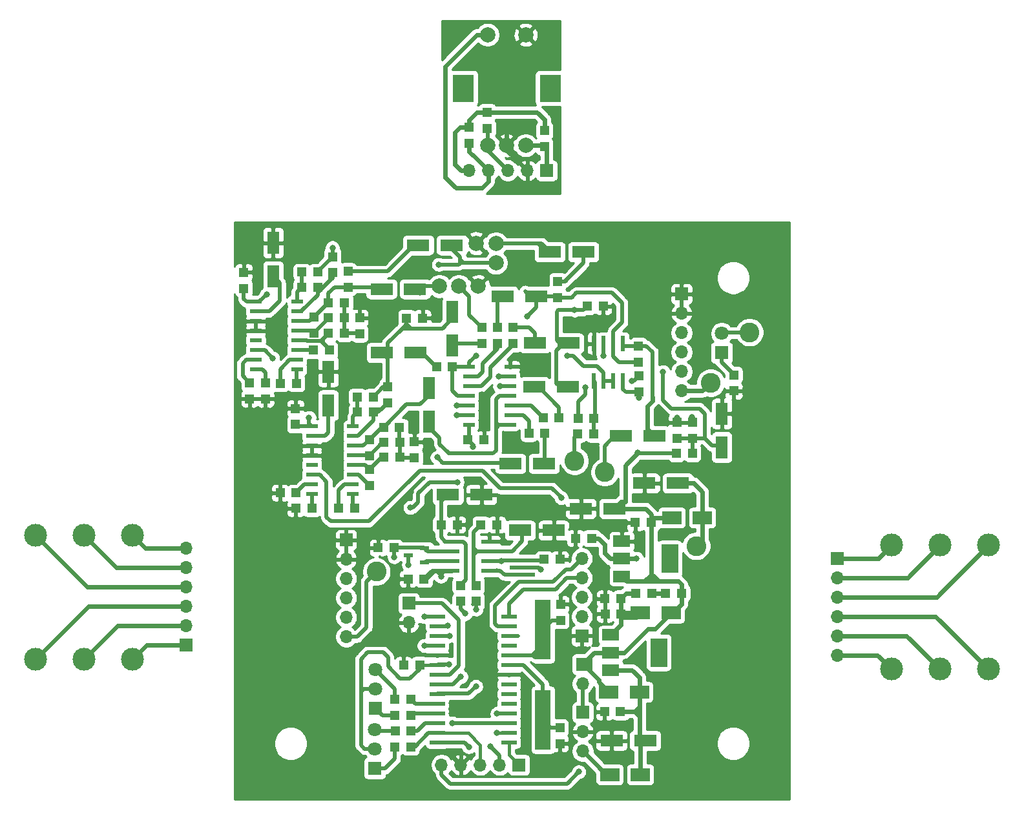
<source format=gbr>
%TF.GenerationSoftware,KiCad,Pcbnew,(5.1.6)-1*%
%TF.CreationDate,2021-04-19T20:59:16+02:00*%
%TF.ProjectId,SimpleDigital,53696d70-6c65-4446-9967-6974616c2e6b,v01*%
%TF.SameCoordinates,Original*%
%TF.FileFunction,Copper,L1,Top*%
%TF.FilePolarity,Positive*%
%FSLAX46Y46*%
G04 Gerber Fmt 4.6, Leading zero omitted, Abs format (unit mm)*
G04 Created by KiCad (PCBNEW (5.1.6)-1) date 2021-04-19 20:59:16*
%MOMM*%
%LPD*%
G01*
G04 APERTURE LIST*
%TA.AperFunction,SMDPad,CuDef*%
%ADD10R,1.200000X1.200000*%
%TD*%
%TA.AperFunction,ComponentPad*%
%ADD11O,1.700000X1.700000*%
%TD*%
%TA.AperFunction,ComponentPad*%
%ADD12R,1.700000X1.700000*%
%TD*%
%TA.AperFunction,ComponentPad*%
%ADD13C,2.600000*%
%TD*%
%TA.AperFunction,ComponentPad*%
%ADD14C,2.000000*%
%TD*%
%TA.AperFunction,SMDPad,CuDef*%
%ADD15R,0.600000X2.000000*%
%TD*%
%TA.AperFunction,SMDPad,CuDef*%
%ADD16R,2.000000X0.600000*%
%TD*%
%TA.AperFunction,SMDPad,CuDef*%
%ADD17R,3.000000X1.600000*%
%TD*%
%TA.AperFunction,SMDPad,CuDef*%
%ADD18R,1.600000X3.000000*%
%TD*%
%TA.AperFunction,SMDPad,CuDef*%
%ADD19R,1.500000X0.550000*%
%TD*%
%TA.AperFunction,ComponentPad*%
%ADD20R,1.800000X1.800000*%
%TD*%
%TA.AperFunction,ComponentPad*%
%ADD21C,1.800000*%
%TD*%
%TA.AperFunction,ComponentPad*%
%ADD22C,3.000000*%
%TD*%
%TA.AperFunction,ComponentPad*%
%ADD23R,2.800000X3.600000*%
%TD*%
%TA.AperFunction,SMDPad,CuDef*%
%ADD24R,1.300000X0.600000*%
%TD*%
%TA.AperFunction,SMDPad,CuDef*%
%ADD25R,2.200000X3.800000*%
%TD*%
%TA.AperFunction,SMDPad,CuDef*%
%ADD26R,2.200000X1.500000*%
%TD*%
%TA.AperFunction,SMDPad,CuDef*%
%ADD27R,1.550000X0.600000*%
%TD*%
%TA.AperFunction,SMDPad,CuDef*%
%ADD28R,2.000000X7.875000*%
%TD*%
%TA.AperFunction,SMDPad,CuDef*%
%ADD29R,2.500000X1.700000*%
%TD*%
%TA.AperFunction,ViaPad*%
%ADD30C,0.800000*%
%TD*%
%TA.AperFunction,Conductor*%
%ADD31C,0.500000*%
%TD*%
%TA.AperFunction,Conductor*%
%ADD32C,0.600000*%
%TD*%
%TA.AperFunction,Conductor*%
%ADD33C,0.400000*%
%TD*%
%TA.AperFunction,Conductor*%
%ADD34C,0.254000*%
%TD*%
G04 APERTURE END LIST*
D10*
%TO.P,C48,1*%
%TO.N,Net-(C48-Pad1)*%
X166900000Y-139550000D03*
%TO.P,C48,2*%
%TO.N,GNDA*%
X164800000Y-139550000D03*
%TD*%
D11*
%TO.P,J14,2*%
%TO.N,GNDA*%
X139075000Y-140690000D03*
D12*
%TO.P,J14,1*%
%TO.N,Net-(J14-Pad1)*%
X139075000Y-138150000D03*
%TD*%
D13*
%TO.P,J17,1*%
%TO.N,Net-(C44-Pad2)*%
X164750000Y-120950000D03*
%TD*%
%TO.P,J16,1*%
%TO.N,Net-(D4-Pad2)*%
X183725000Y-102600000D03*
%TD*%
%TO.P,J8,1*%
%TO.N,+5V*%
X176750000Y-130625000D03*
%TD*%
%TO.P,J5,1*%
%TO.N,Net-(J12-Pad6)*%
X134825000Y-134000000D03*
%TD*%
%TO.P,J4,1*%
%TO.N,Net-(J10-Pad6)*%
X178650000Y-109225000D03*
%TD*%
%TO.P,J1,1*%
%TO.N,Net-(C3-Pad2)*%
X160800000Y-119475000D03*
%TD*%
D11*
%TO.P,Battery_9V1,2*%
%TO.N,BAT_NEG*%
X161850000Y-148690000D03*
D12*
%TO.P,Battery_9V1,1*%
%TO.N,+9V*%
X161850000Y-146150000D03*
%TD*%
D14*
%TO.P,RV2,1*%
%TO.N,Net-(C41-Pad1)*%
X150497156Y-93509848D03*
%TO.P,RV2,3*%
%TO.N,GNDA*%
X147906356Y-90944448D03*
%TO.P,RV2,2*%
%TO.N,Net-(C43-Pad1)*%
X150497156Y-90969848D03*
%TD*%
%TO.P,RV1,2*%
%TO.N,Net-(R4-Pad2)*%
X145640000Y-96575000D03*
%TO.P,RV1,3*%
%TO.N,GNDA*%
X148180000Y-96575000D03*
%TO.P,RV1,1*%
%TO.N,Net-(C5-Pad2)*%
X143100000Y-96575000D03*
%TD*%
D10*
%TO.P,C49,2*%
%TO.N,+9V*%
X169200000Y-110450000D03*
%TO.P,C49,1*%
%TO.N,GNDA*%
X169200000Y-108350000D03*
%TD*%
D15*
%TO.P,U4,3*%
%TO.N,+4V*%
X164590000Y-104100000D03*
%TO.P,U4,8*%
%TO.N,+9V*%
X167130000Y-109000000D03*
%TO.P,U4,7*%
%TO.N,Net-(R5-Pad2)*%
X165860000Y-109000000D03*
%TO.P,U4,6*%
X164590000Y-109000000D03*
%TO.P,U4,5*%
%TO.N,Net-(C3-Pad1)*%
X163320000Y-109000000D03*
%TO.P,U4,4*%
%TO.N,GNDA*%
X163320000Y-104100000D03*
%TO.P,U4,2*%
%TO.N,Net-(C40-Pad1)*%
X165860000Y-104100000D03*
%TO.P,U4,1*%
%TO.N,Net-(C44-Pad1)*%
X167130000Y-104100000D03*
%TD*%
D16*
%TO.P,U2,3*%
%TO.N,Net-(C11-Pad1)*%
X149600000Y-131315000D03*
%TO.P,U2,8*%
%TO.N,+5V*%
X144700000Y-133855000D03*
%TO.P,U2,7*%
%TO.N,Net-(Q2-Pad1)*%
X144700000Y-132585000D03*
%TO.P,U2,6*%
%TO.N,CURR_B*%
X144700000Y-131315000D03*
%TO.P,U2,5*%
%TO.N,Net-(C30-Pad1)*%
X144700000Y-130045000D03*
%TO.P,U2,4*%
%TO.N,GNDA*%
X149600000Y-130045000D03*
%TO.P,U2,2*%
%TO.N,CURR_A*%
X149600000Y-132585000D03*
%TO.P,U2,1*%
%TO.N,Net-(Q1-Pad1)*%
X149600000Y-133855000D03*
%TD*%
D17*
%TO.P,C40,2*%
%TO.N,Net-(C40-Pad2)*%
X151350000Y-97875000D03*
%TO.P,C40,1*%
%TO.N,Net-(C40-Pad1)*%
X155750000Y-97875000D03*
%TD*%
D18*
%TO.P,C21,2*%
%TO.N,Net-(C21-Pad2)*%
X141700000Y-114350000D03*
%TO.P,C21,1*%
%TO.N,Net-(C18-Pad2)*%
X141700000Y-109950000D03*
%TD*%
D17*
%TO.P,C28,2*%
%TO.N,Net-(C27-Pad2)*%
X159950000Y-109775000D03*
%TO.P,C28,1*%
%TO.N,Net-(C28-Pad1)*%
X155550000Y-109775000D03*
%TD*%
%TO.P,C27,2*%
%TO.N,Net-(C27-Pad2)*%
X160000000Y-104025000D03*
%TO.P,C27,1*%
%TO.N,Net-(C27-Pad1)*%
X155600000Y-104025000D03*
%TD*%
D18*
%TO.P,C8,2*%
%TO.N,Net-(C10-Pad1)*%
X144800000Y-99925000D03*
%TO.P,C8,1*%
%TO.N,Net-(C8-Pad1)*%
X144800000Y-104325000D03*
%TD*%
D17*
%TO.P,C9,2*%
%TO.N,Net-(C10-Pad1)*%
X135575000Y-105275000D03*
%TO.P,C9,1*%
%TO.N,Net-(C9-Pad1)*%
X139975000Y-105275000D03*
%TD*%
D18*
%TO.P,C17,2*%
%TO.N,GNDA*%
X128525000Y-107775000D03*
%TO.P,C17,1*%
%TO.N,Net-(C17-Pad1)*%
X128525000Y-112175000D03*
%TD*%
D17*
%TO.P,C30,2*%
%TO.N,GNDA*%
X148600000Y-123900000D03*
%TO.P,C30,1*%
%TO.N,Net-(C30-Pad1)*%
X144200000Y-123900000D03*
%TD*%
%TO.P,C41,2*%
%TO.N,Net-(C41-Pad2)*%
X156800000Y-119825000D03*
%TO.P,C41,1*%
%TO.N,Net-(C41-Pad1)*%
X152400000Y-119825000D03*
%TD*%
%TO.P,C44,2*%
%TO.N,Net-(C44-Pad2)*%
X166900000Y-116225000D03*
%TO.P,C44,1*%
%TO.N,Net-(C44-Pad1)*%
X171300000Y-116225000D03*
%TD*%
%TO.P,C11,2*%
%TO.N,GNDA*%
X158075000Y-128575000D03*
%TO.P,C11,1*%
%TO.N,Net-(C11-Pad1)*%
X153675000Y-128575000D03*
%TD*%
D18*
%TO.P,C4,2*%
%TO.N,GNDA*%
X180100000Y-113275000D03*
%TO.P,C4,1*%
%TO.N,+4V*%
X180100000Y-117675000D03*
%TD*%
D17*
%TO.P,C25,2*%
%TO.N,GNDA*%
X169950000Y-122400000D03*
%TO.P,C25,1*%
%TO.N,+5V*%
X174350000Y-122400000D03*
%TD*%
%TO.P,C13,2*%
%TO.N,GNDA*%
X161625000Y-125725000D03*
%TO.P,C13,1*%
%TO.N,+9V*%
X166025000Y-125725000D03*
%TD*%
%TO.P,C7,2*%
%TO.N,GNDA*%
X165650000Y-156150000D03*
%TO.P,C7,1*%
%TO.N,Net-(C6-Pad2)*%
X170050000Y-156150000D03*
%TD*%
D18*
%TO.P,C33,2*%
%TO.N,GNDA*%
X121300000Y-90875000D03*
%TO.P,C33,1*%
%TO.N,Net-(C33-Pad1)*%
X121300000Y-95275000D03*
%TD*%
D10*
%TO.P,R31,2*%
%TO.N,Net-(C34-Pad2)*%
X131125000Y-96700000D03*
%TO.P,R31,1*%
%TO.N,Net-(C42-Pad2)*%
X131125000Y-94600000D03*
%TD*%
D17*
%TO.P,C5,2*%
%TO.N,Net-(C5-Pad2)*%
X139900000Y-96925000D03*
%TO.P,C5,1*%
%TO.N,Net-(C34-Pad2)*%
X135500000Y-96925000D03*
%TD*%
%TO.P,C42,2*%
%TO.N,Net-(C42-Pad2)*%
X140325000Y-91175000D03*
%TO.P,C42,1*%
%TO.N,Net-(C41-Pad1)*%
X144725000Y-91175000D03*
%TD*%
%TO.P,C43,2*%
%TO.N,Net-(C43-Pad2)*%
X161950000Y-92075000D03*
%TO.P,C43,1*%
%TO.N,Net-(C43-Pad1)*%
X157550000Y-92075000D03*
%TD*%
D19*
%TO.P,U1,1*%
%TO.N,Net-(C21-Pad2)*%
X152362157Y-114734848D03*
%TO.P,U1,2*%
%TO.N,Net-(R30-Pad2)*%
X152362157Y-113464848D03*
%TO.P,U1,3*%
%TO.N,Net-(R18-Pad2)*%
X152362157Y-112194848D03*
%TO.P,U1,4*%
%TO.N,Net-(C21-Pad2)*%
X152362157Y-110924848D03*
%TO.P,U1,5*%
%TO.N,U4B*%
X152362157Y-109654848D03*
%TO.P,U1,6*%
%TO.N,U4C*%
X152362157Y-108384848D03*
%TO.P,U1,7*%
%TO.N,GNDA*%
X152362157Y-107114848D03*
%TO.P,U1,8*%
%TO.N,Net-(R5-Pad2)*%
X146962157Y-107114848D03*
%TO.P,U1,9*%
%TO.N,Net-(R32-Pad2)*%
X146962157Y-108384848D03*
%TO.P,U1,10*%
%TO.N,Net-(R17-Pad2)*%
X146962157Y-109654848D03*
%TO.P,U1,11*%
%TO.N,Net-(R5-Pad2)*%
X146962157Y-110924848D03*
%TO.P,U1,12*%
%TO.N,U4D*%
X146962157Y-112194848D03*
%TO.P,U1,13*%
%TO.N,U4A*%
X146962157Y-113464848D03*
%TO.P,U1,14*%
%TO.N,+5V*%
X146962157Y-114734848D03*
%TD*%
D16*
%TO.P,U8,1*%
%TO.N,Net-(J13-Pad1)*%
X152200000Y-156400000D03*
%TO.P,U8,2*%
%TO.N,CURR_A*%
X152200000Y-155130000D03*
%TO.P,U8,3*%
%TO.N,CURR_B*%
X152200000Y-153860000D03*
%TO.P,U8,4*%
%TO.N,SWITCH*%
X152200000Y-152590000D03*
%TO.P,U8,5*%
%TO.N,Net-(U8-Pad5)*%
X152200000Y-151320000D03*
%TO.P,U8,6*%
%TO.N,Net-(U8-Pad6)*%
X152200000Y-150050000D03*
%TO.P,U8,7*%
%TO.N,Net-(U8-Pad7)*%
X152200000Y-148780000D03*
%TO.P,U8,8*%
%TO.N,GNDA*%
X152200000Y-147510000D03*
%TO.P,U8,9*%
%TO.N,Net-(C45-Pad2)*%
X152200000Y-146240000D03*
%TO.P,U8,10*%
%TO.N,Net-(C46-Pad2)*%
X152200000Y-144970000D03*
%TO.P,U8,11*%
%TO.N,Net-(U8-Pad11)*%
X152200000Y-143700000D03*
%TO.P,U8,12*%
%TO.N,Net-(U8-Pad12)*%
X152200000Y-142430000D03*
%TO.P,U8,13*%
%TO.N,ENC_B*%
X152200000Y-141160000D03*
%TO.P,U8,14*%
%TO.N,ENC_A*%
X152200000Y-139890000D03*
%TO.P,U8,15*%
%TO.N,U4D*%
X142800000Y-139890000D03*
%TO.P,U8,16*%
%TO.N,U4C*%
X142800000Y-141160000D03*
%TO.P,U8,17*%
%TO.N,U4B*%
X142800000Y-142430000D03*
%TO.P,U8,18*%
%TO.N,U4A*%
X142800000Y-143700000D03*
%TO.P,U8,19*%
%TO.N,GNDA*%
X142800000Y-144970000D03*
%TO.P,U8,20*%
%TO.N,+5V*%
X142800000Y-146240000D03*
%TO.P,U8,21*%
%TO.N,Net-(J14-Pad1)*%
X142800000Y-147510000D03*
%TO.P,U8,22*%
%TO.N,PWM_B*%
X142800000Y-148780000D03*
%TO.P,U8,23*%
%TO.N,PWM_A*%
X142800000Y-150050000D03*
%TO.P,U8,24*%
%TO.N,LED1_R*%
X142800000Y-151320000D03*
%TO.P,U8,25*%
%TO.N,LED1_G*%
X142800000Y-152590000D03*
%TO.P,U8,26*%
%TO.N,LED2_R*%
X142800000Y-153860000D03*
%TO.P,U8,27*%
%TO.N,LED2_G*%
X142800000Y-155130000D03*
%TO.P,U8,28*%
%TO.N,Net-(J13-Pad2)*%
X142800000Y-156400000D03*
%TD*%
D20*
%TO.P,D4,1*%
%TO.N,Net-(D4-Pad1)*%
X180075000Y-105300000D03*
D21*
%TO.P,D4,2*%
%TO.N,Net-(D4-Pad2)*%
X180075000Y-102760000D03*
%TD*%
D22*
%TO.P,J3,1*%
%TO.N,Net-(J3-Pad1)*%
X90200000Y-145440000D03*
%TO.P,J3,2*%
%TO.N,Net-(J3-Pad2)*%
X102900000Y-145440000D03*
%TO.P,J3,3*%
%TO.N,Net-(J3-Pad3)*%
X96550000Y-145440000D03*
%TO.P,J3,4*%
%TO.N,Net-(J3-Pad4)*%
X90200000Y-129210000D03*
%TO.P,J3,5*%
%TO.N,Net-(J3-Pad5)*%
X102900000Y-129210000D03*
%TO.P,J3,6*%
%TO.N,Net-(J3-Pad6)*%
X96550000Y-129210000D03*
%TD*%
%TO.P,J6,6*%
%TO.N,Net-(J11-Pad5)*%
X208670000Y-146759999D03*
%TO.P,J6,5*%
%TO.N,Net-(J11-Pad6)*%
X202320000Y-146759999D03*
%TO.P,J6,4*%
%TO.N,Net-(J11-Pad4)*%
X215020000Y-146759999D03*
%TO.P,J6,3*%
%TO.N,Net-(J11-Pad2)*%
X208670000Y-130529999D03*
%TO.P,J6,2*%
%TO.N,Net-(J11-Pad1)*%
X202320000Y-130529999D03*
%TO.P,J6,1*%
%TO.N,Net-(J11-Pad3)*%
X215020000Y-130529999D03*
%TD*%
D12*
%TO.P,J9,1*%
%TO.N,Net-(J3-Pad2)*%
X109880000Y-143580000D03*
D11*
%TO.P,J9,2*%
%TO.N,Net-(J3-Pad3)*%
X109880000Y-141040000D03*
%TO.P,J9,3*%
%TO.N,Net-(J3-Pad1)*%
X109880000Y-138500000D03*
%TO.P,J9,4*%
%TO.N,Net-(J3-Pad4)*%
X109880000Y-135960000D03*
%TO.P,J9,5*%
%TO.N,Net-(J3-Pad6)*%
X109880000Y-133420000D03*
%TO.P,J9,6*%
%TO.N,Net-(J3-Pad5)*%
X109880000Y-130880000D03*
%TD*%
%TO.P,J10,6*%
%TO.N,Net-(J10-Pad6)*%
X174825000Y-110300000D03*
%TO.P,J10,5*%
%TO.N,Net-(J10-Pad5)*%
X174825000Y-107760000D03*
%TO.P,J10,4*%
%TO.N,Net-(J10-Pad4)*%
X174825000Y-105220000D03*
%TO.P,J10,3*%
%TO.N,Net-(J10-Pad3)*%
X174825000Y-102680000D03*
%TO.P,J10,2*%
%TO.N,GNDA*%
X174825000Y-100140000D03*
D12*
%TO.P,J10,1*%
X174825000Y-97600000D03*
%TD*%
%TO.P,J11,1*%
%TO.N,Net-(J11-Pad1)*%
X195270000Y-132240000D03*
D11*
%TO.P,J11,2*%
%TO.N,Net-(J11-Pad2)*%
X195270000Y-134780000D03*
%TO.P,J11,3*%
%TO.N,Net-(J11-Pad3)*%
X195270000Y-137320000D03*
%TO.P,J11,4*%
%TO.N,Net-(J11-Pad4)*%
X195270000Y-139860000D03*
%TO.P,J11,5*%
%TO.N,Net-(J11-Pad5)*%
X195270000Y-142400000D03*
%TO.P,J11,6*%
%TO.N,Net-(J11-Pad6)*%
X195270000Y-144940000D03*
%TD*%
%TO.P,J12,6*%
%TO.N,Net-(J12-Pad6)*%
X130875000Y-142525000D03*
%TO.P,J12,5*%
%TO.N,Net-(J12-Pad5)*%
X130875000Y-139985000D03*
%TO.P,J12,4*%
%TO.N,Net-(J12-Pad4)*%
X130875000Y-137445000D03*
%TO.P,J12,3*%
%TO.N,Net-(J12-Pad3)*%
X130875000Y-134905000D03*
%TO.P,J12,2*%
%TO.N,GNDA*%
X130875000Y-132365000D03*
D12*
%TO.P,J12,1*%
X130875000Y-129825000D03*
%TD*%
%TO.P,J15,1*%
%TO.N,B_OUT*%
X157150000Y-81400000D03*
D11*
%TO.P,J15,2*%
%TO.N,ENC_GROUND*%
X154610000Y-81400000D03*
%TO.P,J15,3*%
%TO.N,A_OUT*%
X152070000Y-81400000D03*
%TO.P,J15,4*%
%TO.N,SW_OUT*%
X149530000Y-81400000D03*
%TO.P,J15,5*%
%TO.N,ENC_POWER*%
X146990000Y-81400000D03*
%TD*%
D10*
%TO.P,R19,1*%
%TO.N,Net-(D4-Pad1)*%
X181675000Y-108200000D03*
%TO.P,R19,2*%
%TO.N,GNDA*%
X181675000Y-110300000D03*
%TD*%
%TO.P,R37,1*%
%TO.N,ENC_POWER*%
X149350000Y-73750000D03*
%TO.P,R37,2*%
%TO.N,A_OUT*%
X149350000Y-75850000D03*
%TD*%
%TO.P,R38,1*%
%TO.N,ENC_POWER*%
X146950000Y-75750000D03*
%TO.P,R38,2*%
%TO.N,SW_OUT*%
X146950000Y-77850000D03*
%TD*%
%TO.P,R39,2*%
%TO.N,B_OUT*%
X156850000Y-78250000D03*
%TO.P,R39,1*%
%TO.N,ENC_POWER*%
X156850000Y-76150000D03*
%TD*%
D23*
%TO.P,SW1,3*%
%TO.N,N/C*%
X146200000Y-70600000D03*
X157600000Y-70600000D03*
D14*
%TO.P,SW1,1*%
%TO.N,SW_OUT*%
X149400000Y-63600000D03*
%TO.P,SW1,2*%
%TO.N,ENC_GROUND*%
X154400000Y-63600000D03*
%TO.P,SW1,A*%
%TO.N,A_OUT*%
X149400000Y-78100000D03*
%TO.P,SW1,C*%
%TO.N,ENC_GROUND*%
X151900000Y-78100000D03*
%TO.P,SW1,B*%
%TO.N,B_OUT*%
X154400000Y-78100000D03*
%TD*%
D10*
%TO.P,C1,2*%
%TO.N,+5V*%
X146827157Y-116679848D03*
%TO.P,C1,1*%
%TO.N,GNDA*%
X148927157Y-116679848D03*
%TD*%
%TO.P,C2,1*%
%TO.N,GNDA*%
X176249593Y-114415841D03*
%TO.P,C2,2*%
%TO.N,+4V*%
X176249593Y-116515841D03*
%TD*%
%TO.P,C3,2*%
%TO.N,Net-(C3-Pad2)*%
X161225000Y-115925000D03*
%TO.P,C3,1*%
%TO.N,Net-(C3-Pad1)*%
X163325000Y-115925000D03*
%TD*%
%TO.P,C6,1*%
%TO.N,GNDA*%
X164725000Y-152375000D03*
%TO.P,C6,2*%
%TO.N,Net-(C6-Pad2)*%
X166825000Y-152375000D03*
%TD*%
%TO.P,C10,1*%
%TO.N,Net-(C10-Pad1)*%
X138777157Y-100759849D03*
%TO.P,C10,2*%
%TO.N,GNDA*%
X140877157Y-100759849D03*
%TD*%
%TO.P,C12,1*%
%TO.N,Net-(C12-Pad1)*%
X134417156Y-113074849D03*
%TO.P,C12,2*%
%TO.N,Net-(C12-Pad2)*%
X132317156Y-113074849D03*
%TD*%
%TO.P,C14,2*%
%TO.N,GNDA*%
X124217157Y-112599848D03*
%TO.P,C14,1*%
%TO.N,+5V*%
X124217157Y-114699848D03*
%TD*%
%TO.P,C15,2*%
%TO.N,+9V*%
X170850000Y-127550000D03*
%TO.P,C15,1*%
%TO.N,GNDA*%
X168750000Y-127550000D03*
%TD*%
%TO.P,C16,2*%
%TO.N,+5V*%
X141080000Y-134960000D03*
%TO.P,C16,1*%
%TO.N,GNDA*%
X138980000Y-134960000D03*
%TD*%
%TO.P,C18,2*%
%TO.N,Net-(C18-Pad2)*%
X133892156Y-116674848D03*
%TO.P,C18,1*%
%TO.N,Net-(C18-Pad1)*%
X133892156Y-118774848D03*
%TD*%
%TO.P,C19,1*%
%TO.N,Net-(C19-Pad1)*%
X139792156Y-119074848D03*
%TO.P,C19,2*%
%TO.N,GNDA*%
X139792156Y-116974848D03*
%TD*%
%TO.P,C20,2*%
%TO.N,Net-(C20-Pad2)*%
X133917157Y-120599849D03*
%TO.P,C20,1*%
%TO.N,Net-(C20-Pad1)*%
X133917157Y-122699849D03*
%TD*%
%TO.P,C22,1*%
%TO.N,GNDA*%
X122217158Y-123649849D03*
%TO.P,C22,2*%
%TO.N,Net-(C22-Pad2)*%
X124317158Y-123649849D03*
%TD*%
%TO.P,C23,1*%
%TO.N,Net-(C23-Pad1)*%
X131992159Y-125649848D03*
%TO.P,C23,2*%
%TO.N,Net-(C23-Pad2)*%
X129892159Y-125649848D03*
%TD*%
%TO.P,C24,2*%
%TO.N,Net-(C24-Pad2)*%
X126367157Y-125699848D03*
%TO.P,C24,1*%
%TO.N,GNDA*%
X124267157Y-125699848D03*
%TD*%
%TO.P,C26,1*%
%TO.N,GNDA*%
X160925000Y-129625000D03*
%TO.P,C26,2*%
%TO.N,+5V*%
X163025000Y-129625000D03*
%TD*%
%TO.P,C29,2*%
%TO.N,GNDA*%
X164550000Y-99175000D03*
%TO.P,C29,1*%
%TO.N,Net-(C27-Pad2)*%
X162450000Y-99175000D03*
%TD*%
%TO.P,C31,1*%
%TO.N,Net-(C31-Pad1)*%
X127145637Y-96703250D03*
%TO.P,C31,2*%
%TO.N,Net-(C31-Pad2)*%
X125045637Y-96703250D03*
%TD*%
%TO.P,C32,2*%
%TO.N,GNDA*%
X117450000Y-94750000D03*
%TO.P,C32,1*%
%TO.N,+5V*%
X117450000Y-96850000D03*
%TD*%
%TO.P,C34,2*%
%TO.N,Net-(C34-Pad2)*%
X126620638Y-100603252D03*
%TO.P,C34,1*%
%TO.N,Net-(C34-Pad1)*%
X126620638Y-102703252D03*
%TD*%
%TO.P,C35,1*%
%TO.N,Net-(C35-Pad1)*%
X132645636Y-102803251D03*
%TO.P,C35,2*%
%TO.N,GNDA*%
X132645636Y-100703251D03*
%TD*%
%TO.P,C36,2*%
%TO.N,Net-(C36-Pad2)*%
X128650000Y-104950000D03*
%TO.P,C36,1*%
%TO.N,Net-(C36-Pad1)*%
X126550000Y-104950000D03*
%TD*%
%TO.P,C37,1*%
%TO.N,GNDA*%
X118200000Y-111350000D03*
%TO.P,C37,2*%
%TO.N,Net-(C37-Pad2)*%
X118200000Y-109250000D03*
%TD*%
%TO.P,C38,2*%
%TO.N,Net-(C38-Pad2)*%
X122250000Y-109300000D03*
%TO.P,C38,1*%
%TO.N,Net-(C38-Pad1)*%
X124350000Y-109300000D03*
%TD*%
%TO.P,C39,2*%
%TO.N,Net-(C39-Pad2)*%
X120300000Y-109250000D03*
%TO.P,C39,1*%
%TO.N,GNDA*%
X120300000Y-111350000D03*
%TD*%
%TO.P,C45,2*%
%TO.N,Net-(C45-Pad2)*%
X158885000Y-154450000D03*
%TO.P,C45,1*%
%TO.N,GNDA*%
X158885000Y-156550000D03*
%TD*%
%TO.P,C46,1*%
%TO.N,GNDA*%
X158960000Y-138275000D03*
%TO.P,C46,2*%
%TO.N,Net-(C46-Pad2)*%
X158960000Y-140375000D03*
%TD*%
%TO.P,C47,1*%
%TO.N,GNDA*%
X138400000Y-146245000D03*
%TO.P,C47,2*%
%TO.N,+5V*%
X140500000Y-146245000D03*
%TD*%
D21*
%TO.P,D5,3*%
%TO.N,Net-(D5-Pad3)*%
X134680000Y-146830000D03*
%TO.P,D5,2*%
%TO.N,+5V*%
X134680000Y-149370000D03*
D20*
%TO.P,D5,1*%
%TO.N,Net-(D5-Pad1)*%
X134680000Y-151910000D03*
%TD*%
%TO.P,D6,1*%
%TO.N,Net-(D6-Pad1)*%
X134630000Y-159780000D03*
D21*
%TO.P,D6,2*%
%TO.N,+5V*%
X134630000Y-157240000D03*
%TO.P,D6,3*%
%TO.N,Net-(D6-Pad3)*%
X134630000Y-154700000D03*
%TD*%
D12*
%TO.P,J2,1*%
%TO.N,BAT_NEG*%
X161875000Y-152450000D03*
D11*
%TO.P,J2,2*%
%TO.N,GNDA*%
X161875000Y-154990000D03*
%TO.P,J2,3*%
%TO.N,Net-(D2-PadA)*%
X161875000Y-157530000D03*
%TD*%
D12*
%TO.P,J7,1*%
%TO.N,GNDA*%
X161775000Y-142425000D03*
D11*
%TO.P,J7,2*%
%TO.N,+5V*%
X161775000Y-139885000D03*
%TO.P,J7,3*%
%TO.N,SWITCH*%
X161775000Y-137345000D03*
%TO.P,J7,4*%
%TO.N,ENC_A*%
X161775000Y-134805000D03*
%TO.P,J7,5*%
%TO.N,ENC_B*%
X161775000Y-132265000D03*
%TD*%
%TO.P,J13,5*%
%TO.N,+5V*%
X143365000Y-159345000D03*
%TO.P,J13,4*%
%TO.N,GNDA*%
X145905000Y-159345000D03*
%TO.P,J13,3*%
%TO.N,LED2_G*%
X148445000Y-159345000D03*
%TO.P,J13,2*%
%TO.N,Net-(J13-Pad2)*%
X150985000Y-159345000D03*
D12*
%TO.P,J13,1*%
%TO.N,Net-(J13-Pad1)*%
X153525000Y-159345000D03*
%TD*%
D24*
%TO.P,Q1,1*%
%TO.N,Net-(Q1-Pad1)*%
X154975001Y-134395000D03*
%TO.P,Q1,2*%
%TO.N,CURR_A*%
X154975001Y-132495000D03*
%TO.P,Q1,3*%
%TO.N,Net-(Q1-Pad3)*%
X152875001Y-133445000D03*
%TD*%
%TO.P,Q2,3*%
%TO.N,Net-(Q2-Pad3)*%
X139025000Y-131870000D03*
%TO.P,Q2,2*%
%TO.N,CURR_B*%
X141125000Y-130920000D03*
%TO.P,Q2,1*%
%TO.N,Net-(Q2-Pad1)*%
X141125000Y-132820000D03*
%TD*%
D10*
%TO.P,R1,2*%
%TO.N,+9V*%
X174150000Y-118475000D03*
%TO.P,R1,1*%
%TO.N,+4V*%
X176250000Y-118475000D03*
%TD*%
%TO.P,R2,1*%
%TO.N,GNDA*%
X174199593Y-114445841D03*
%TO.P,R2,2*%
%TO.N,+4V*%
X174199593Y-116545841D03*
%TD*%
%TO.P,R3,2*%
%TO.N,Net-(C3-Pad1)*%
X163350000Y-113875000D03*
%TO.P,R3,1*%
%TO.N,+4V*%
X161250000Y-113875000D03*
%TD*%
%TO.P,R4,1*%
%TO.N,Net-(C8-Pad1)*%
X148677157Y-104089849D03*
%TO.P,R4,2*%
%TO.N,Net-(R4-Pad2)*%
X148677157Y-101989849D03*
%TD*%
%TO.P,R5,2*%
%TO.N,Net-(R5-Pad2)*%
X144797157Y-107149849D03*
%TO.P,R5,1*%
%TO.N,Net-(C9-Pad1)*%
X142697157Y-107149849D03*
%TD*%
%TO.P,R6,1*%
%TO.N,PWM_A*%
X147875000Y-137895001D03*
%TO.P,R6,2*%
%TO.N,Net-(C11-Pad1)*%
X147875000Y-135795001D03*
%TD*%
%TO.P,R7,1*%
%TO.N,GNDA*%
X150626561Y-127855266D03*
%TO.P,R7,2*%
%TO.N,Net-(C11-Pad1)*%
X148526561Y-127855266D03*
%TD*%
%TO.P,R8,1*%
%TO.N,+9V*%
X174825000Y-136825000D03*
%TO.P,R8,2*%
%TO.N,Net-(R8-Pad2)*%
X172725000Y-136825000D03*
%TD*%
%TO.P,R9,2*%
%TO.N,Net-(C48-Pad1)*%
X168800000Y-136825000D03*
%TO.P,R9,1*%
%TO.N,Net-(R8-Pad2)*%
X170900000Y-136825000D03*
%TD*%
%TO.P,R10,2*%
%TO.N,GNDA*%
X164775000Y-137525000D03*
%TO.P,R10,1*%
%TO.N,Net-(C48-Pad1)*%
X166875000Y-137525000D03*
%TD*%
%TO.P,R11,1*%
%TO.N,Net-(C12-Pad2)*%
X132317156Y-111074848D03*
%TO.P,R11,2*%
%TO.N,Net-(C10-Pad1)*%
X134417156Y-111074848D03*
%TD*%
%TO.P,R12,2*%
%TO.N,Net-(C10-Pad1)*%
X136317157Y-109749849D03*
%TO.P,R12,1*%
%TO.N,Net-(C12-Pad1)*%
X136317157Y-111849849D03*
%TD*%
%TO.P,R13,2*%
%TO.N,Net-(C19-Pad1)*%
X137867157Y-115049848D03*
%TO.P,R13,1*%
%TO.N,Net-(C18-Pad2)*%
X135767157Y-115049848D03*
%TD*%
%TO.P,R14,1*%
%TO.N,Net-(C18-Pad1)*%
X135792158Y-117024849D03*
%TO.P,R14,2*%
%TO.N,Net-(C19-Pad1)*%
X137892158Y-117024849D03*
%TD*%
%TO.P,R15,1*%
%TO.N,Net-(C20-Pad2)*%
X135792158Y-118999849D03*
%TO.P,R15,2*%
%TO.N,Net-(C19-Pad1)*%
X137892158Y-118999849D03*
%TD*%
%TO.P,R16,2*%
%TO.N,GNDA*%
X158900000Y-132395000D03*
%TO.P,R16,1*%
%TO.N,CURR_A*%
X156800000Y-132395000D03*
%TD*%
%TO.P,R17,1*%
%TO.N,Net-(C27-Pad1)*%
X152697157Y-101989847D03*
%TO.P,R17,2*%
%TO.N,Net-(R17-Pad2)*%
X152697157Y-104089847D03*
%TD*%
%TO.P,R18,1*%
%TO.N,Net-(C28-Pad1)*%
X158777157Y-113779849D03*
%TO.P,R18,2*%
%TO.N,Net-(R18-Pad2)*%
X156677157Y-113779849D03*
%TD*%
%TO.P,R20,1*%
%TO.N,PWM_B*%
X145875000Y-137895000D03*
%TO.P,R20,2*%
%TO.N,Net-(C30-Pad1)*%
X145875000Y-135795000D03*
%TD*%
%TO.P,R21,2*%
%TO.N,Net-(C30-Pad1)*%
X143326562Y-127855265D03*
%TO.P,R21,1*%
%TO.N,GNDA*%
X145426562Y-127855265D03*
%TD*%
%TO.P,R22,2*%
%TO.N,Net-(C27-Pad2)*%
X127145637Y-94703252D03*
%TO.P,R22,1*%
%TO.N,Net-(C31-Pad2)*%
X125045637Y-94703252D03*
%TD*%
%TO.P,R23,2*%
%TO.N,Net-(C27-Pad2)*%
X129069850Y-92692843D03*
%TO.P,R23,1*%
%TO.N,Net-(C31-Pad1)*%
X129069850Y-94792843D03*
%TD*%
%TO.P,R24,1*%
%TO.N,Net-(C34-Pad2)*%
X128545638Y-98728251D03*
%TO.P,R24,2*%
%TO.N,Net-(C35-Pad1)*%
X130645638Y-98728251D03*
%TD*%
%TO.P,R25,1*%
%TO.N,Net-(C34-Pad1)*%
X128545635Y-100728251D03*
%TO.P,R25,2*%
%TO.N,Net-(C35-Pad1)*%
X130645635Y-100728251D03*
%TD*%
%TO.P,R26,1*%
%TO.N,Net-(C36-Pad2)*%
X128545638Y-102728250D03*
%TO.P,R26,2*%
%TO.N,Net-(C35-Pad1)*%
X130645638Y-102728250D03*
%TD*%
%TO.P,R27,2*%
%TO.N,GNDA*%
X135050000Y-130870000D03*
%TO.P,R27,1*%
%TO.N,CURR_B*%
X137150000Y-130870000D03*
%TD*%
%TO.P,R28,1*%
%TO.N,Net-(D5-Pad3)*%
X137250000Y-150710000D03*
%TO.P,R28,2*%
%TO.N,LED1_R*%
X139350000Y-150710000D03*
%TD*%
%TO.P,R29,2*%
%TO.N,LED1_G*%
X139360000Y-152820000D03*
%TO.P,R29,1*%
%TO.N,Net-(D5-Pad1)*%
X137260000Y-152820000D03*
%TD*%
%TO.P,R30,2*%
%TO.N,Net-(R30-Pad2)*%
X154817159Y-115839848D03*
%TO.P,R30,1*%
%TO.N,Net-(C41-Pad2)*%
X156917159Y-115839848D03*
%TD*%
%TO.P,R33,1*%
%TO.N,Net-(D6-Pad3)*%
X137290000Y-154879999D03*
%TO.P,R33,2*%
%TO.N,LED2_R*%
X139390000Y-154879999D03*
%TD*%
%TO.P,R34,2*%
%TO.N,LED2_G*%
X139330000Y-156960000D03*
%TO.P,R34,1*%
%TO.N,Net-(D6-Pad1)*%
X137230000Y-156960000D03*
%TD*%
%TO.P,R35,2*%
%TO.N,Net-(C43-Pad2)*%
X158600000Y-95925000D03*
%TO.P,R35,1*%
%TO.N,Net-(C40-Pad1)*%
X158600000Y-98025000D03*
%TD*%
%TO.P,R36,1*%
%TO.N,Net-(C44-Pad1)*%
X169177157Y-104409848D03*
%TO.P,R36,2*%
%TO.N,Net-(C40-Pad1)*%
X169177157Y-106509848D03*
%TD*%
D25*
%TO.P,U3,4*%
%TO.N,N/C*%
X171850000Y-144600000D03*
D26*
%TO.P,U3,1*%
%TO.N,Net-(C48-Pad1)*%
X165550000Y-142300000D03*
%TO.P,U3,2*%
%TO.N,+9V*%
X165550000Y-144600000D03*
%TO.P,U3,3*%
%TO.N,Net-(C6-Pad2)*%
X165550000Y-146900000D03*
%TD*%
D27*
%TO.P,U5,16*%
%TO.N,Net-(C12-Pad2)*%
X131767157Y-114954849D03*
%TO.P,U5,15*%
%TO.N,Net-(C12-Pad1)*%
X131767157Y-116224849D03*
%TO.P,U5,14*%
%TO.N,Net-(C18-Pad2)*%
X131767157Y-117494849D03*
%TO.P,U5,13*%
%TO.N,Net-(C18-Pad1)*%
X131767157Y-118764849D03*
%TO.P,U5,12*%
%TO.N,Net-(C20-Pad2)*%
X131767157Y-120034849D03*
%TO.P,U5,11*%
%TO.N,Net-(C20-Pad1)*%
X131767157Y-121304849D03*
%TO.P,U5,10*%
%TO.N,Net-(C23-Pad2)*%
X131767157Y-122574849D03*
%TO.P,U5,9*%
%TO.N,Net-(C23-Pad1)*%
X131767157Y-123844849D03*
%TO.P,U5,8*%
%TO.N,Net-(C24-Pad2)*%
X126367157Y-123844849D03*
%TO.P,U5,7*%
%TO.N,Net-(C22-Pad2)*%
X126367157Y-122574849D03*
%TO.P,U5,6*%
%TO.N,Net-(Q1-Pad3)*%
X126367157Y-121304849D03*
%TO.P,U5,5*%
%TO.N,Net-(U5-Pad5)*%
X126367157Y-120034849D03*
%TO.P,U5,4*%
%TO.N,GNDA*%
X126367157Y-118764849D03*
%TO.P,U5,3*%
X126367157Y-117494849D03*
%TO.P,U5,2*%
%TO.N,Net-(C17-Pad1)*%
X126367157Y-116224849D03*
%TO.P,U5,1*%
%TO.N,+5V*%
X126367157Y-114954849D03*
%TD*%
D26*
%TO.P,U6,3*%
%TO.N,+9V*%
X166975000Y-134600000D03*
%TO.P,U6,2*%
%TO.N,+5V*%
X166975000Y-132300000D03*
%TO.P,U6,1*%
%TO.N,GNDA*%
X166975000Y-130000000D03*
D25*
%TO.P,U6,4*%
%TO.N,N/C*%
X173275000Y-132300000D03*
%TD*%
D27*
%TO.P,U7,1*%
%TO.N,+5V*%
X119020636Y-98608252D03*
%TO.P,U7,2*%
%TO.N,Net-(C33-Pad1)*%
X119020636Y-99878252D03*
%TO.P,U7,3*%
%TO.N,GNDA*%
X119020636Y-101148252D03*
%TO.P,U7,4*%
X119020636Y-102418252D03*
%TO.P,U7,5*%
%TO.N,Net-(U7-Pad5)*%
X119020636Y-103688252D03*
%TO.P,U7,6*%
%TO.N,Net-(Q2-Pad3)*%
X119020636Y-104958252D03*
%TO.P,U7,7*%
%TO.N,Net-(C37-Pad2)*%
X119020636Y-106228252D03*
%TO.P,U7,8*%
%TO.N,Net-(C39-Pad2)*%
X119020636Y-107498252D03*
%TO.P,U7,9*%
%TO.N,Net-(C38-Pad1)*%
X124420636Y-107498252D03*
%TO.P,U7,10*%
%TO.N,Net-(C38-Pad2)*%
X124420636Y-106228252D03*
%TO.P,U7,11*%
%TO.N,Net-(C36-Pad1)*%
X124420636Y-104958252D03*
%TO.P,U7,12*%
%TO.N,Net-(C36-Pad2)*%
X124420636Y-103688252D03*
%TO.P,U7,13*%
%TO.N,Net-(C34-Pad1)*%
X124420636Y-102418252D03*
%TO.P,U7,14*%
%TO.N,Net-(C34-Pad2)*%
X124420636Y-101148252D03*
%TO.P,U7,15*%
%TO.N,Net-(C31-Pad1)*%
X124420636Y-99878252D03*
%TO.P,U7,16*%
%TO.N,Net-(C31-Pad2)*%
X124420636Y-98608252D03*
%TD*%
D28*
%TO.P,Y1,1*%
%TO.N,Net-(C45-Pad2)*%
X156660000Y-153437500D03*
%TO.P,Y1,2*%
%TO.N,Net-(C46-Pad2)*%
X156660000Y-141562500D03*
%TD*%
D10*
%TO.P,R32,2*%
%TO.N,Net-(R32-Pad2)*%
X150707157Y-104089850D03*
%TO.P,R32,1*%
%TO.N,Net-(C40-Pad2)*%
X150707157Y-101989850D03*
%TD*%
D29*
%TO.P,D1,A*%
%TO.N,Net-(C6-Pad2)*%
X169300000Y-149775000D03*
%TO.P,D1,K*%
%TO.N,+9V*%
X165300000Y-149775000D03*
%TD*%
%TO.P,D2,K*%
%TO.N,Net-(C6-Pad2)*%
X169400000Y-160600000D03*
%TO.P,D2,A*%
%TO.N,Net-(D2-PadA)*%
X165400000Y-160600000D03*
%TD*%
%TO.P,D3,A*%
%TO.N,Net-(C48-Pad1)*%
X169450000Y-139400000D03*
%TO.P,D3,K*%
%TO.N,+9V*%
X173450000Y-139400000D03*
%TD*%
%TO.P,D7,K*%
%TO.N,+9V*%
X173550000Y-126900000D03*
%TO.P,D7,A*%
%TO.N,+5V*%
X177550000Y-126900000D03*
%TD*%
D30*
%TO.N,+9V*%
X169200000Y-111200000D03*
X169100000Y-118425000D03*
%TO.N,+5V*%
X143300001Y-134620000D03*
X144375000Y-146145000D03*
X126000000Y-113800000D03*
X120450000Y-97650000D03*
X147500000Y-117600000D03*
X145425000Y-122250000D03*
X139274368Y-125599673D03*
X168900000Y-132250000D03*
X161350000Y-160250000D03*
%TO.N,GNDA*%
X154450000Y-107100000D03*
X139750000Y-115050000D03*
X137475000Y-125700000D03*
X139350000Y-123575000D03*
X139625000Y-127800000D03*
X129475000Y-117650000D03*
X175950000Y-139575000D03*
X148650000Y-110800000D03*
X148650000Y-112200000D03*
X148650000Y-113700000D03*
X144700000Y-151225000D03*
X144700000Y-152575000D03*
X150350000Y-145675000D03*
X150350000Y-149375000D03*
X156050000Y-125525000D03*
X139950000Y-162650000D03*
X139925000Y-160450000D03*
X137375000Y-162700000D03*
X157175000Y-159425000D03*
X131750000Y-106700000D03*
X126175000Y-108425000D03*
X121425000Y-114050000D03*
X124250000Y-116525000D03*
X129425000Y-121575000D03*
X135575000Y-127675000D03*
X151425000Y-126000000D03*
X154950000Y-130975000D03*
X138775000Y-143150000D03*
X168325000Y-101925000D03*
X168325000Y-99650000D03*
X132450000Y-93100000D03*
X125950000Y-92775000D03*
X131525000Y-89775000D03*
X135350000Y-101050000D03*
X121900000Y-103725000D03*
X121900000Y-101650000D03*
X116825000Y-101600000D03*
X117100000Y-114075000D03*
X134925000Y-140525000D03*
X134925000Y-143025000D03*
X176025000Y-133500000D03*
X162125000Y-101175000D03*
X160225000Y-101700000D03*
X163100000Y-102225000D03*
X162800000Y-105875000D03*
X168325000Y-109025000D03*
X159175000Y-151925000D03*
X159175000Y-150050000D03*
X159250000Y-148250000D03*
X159300000Y-146550000D03*
X159300000Y-144950000D03*
X159300000Y-143375000D03*
X147175000Y-160650000D03*
X169300000Y-129550000D03*
X172600000Y-128925000D03*
X175950000Y-124625000D03*
X172100000Y-124575000D03*
X161300000Y-127775000D03*
X161125000Y-123625000D03*
X164825000Y-123650000D03*
X170350000Y-120200000D03*
X164375000Y-135450000D03*
X171775000Y-113025000D03*
X172525000Y-113775000D03*
X171650000Y-114300000D03*
X174225000Y-113775000D03*
X176200000Y-113750000D03*
X171975000Y-147950000D03*
X163975000Y-154125000D03*
X167700000Y-154175000D03*
X164450000Y-158100000D03*
X167700000Y-158275000D03*
X162725000Y-161825000D03*
X159775000Y-158900000D03*
X121975000Y-126000000D03*
%TO.N,+4V*%
X164587158Y-105659849D03*
X172400000Y-107800000D03*
X162250000Y-109875000D03*
%TO.N,Net-(C27-Pad2)*%
X129069849Y-91512842D03*
X160800000Y-99700000D03*
%TO.N,Net-(C40-Pad1)*%
X154550000Y-100550000D03*
%TO.N,Net-(C41-Pad1)*%
X142797158Y-119009849D03*
X143000000Y-93725000D03*
%TO.N,SWITCH*%
X150650000Y-152600000D03*
%TO.N,Net-(J13-Pad2)*%
X146950000Y-156970000D03*
X149800000Y-156945000D03*
%TO.N,ENC_GROUND*%
X151950000Y-75400000D03*
X151950000Y-72300000D03*
%TO.N,Net-(Q1-Pad3)*%
X159050000Y-124300000D03*
X156400000Y-133700000D03*
%TO.N,CURR_A*%
X150649999Y-155120000D03*
X151215000Y-132585000D03*
%TO.N,CURR_B*%
X137175000Y-132070000D03*
X144750000Y-153870000D03*
%TO.N,Net-(Q2-Pad3)*%
X139050000Y-133100000D03*
X121250000Y-106000000D03*
%TO.N,Net-(R5-Pad2)*%
X147887157Y-105649848D03*
X159827157Y-105669849D03*
%TO.N,PWM_A*%
X147925000Y-138920000D03*
X147875000Y-149044999D03*
%TO.N,PWM_B*%
X145900000Y-147770000D03*
X146500000Y-139495000D03*
%TO.N,U4B*%
X144400000Y-142400000D03*
X151000000Y-109700000D03*
%TO.N,U4C*%
X144200000Y-141100000D03*
X150900000Y-108400000D03*
%TO.N,U4D*%
X141100000Y-139900000D03*
X145400000Y-112200000D03*
%TO.N,U4A*%
X145400000Y-113500000D03*
X141100000Y-143700000D03*
%TD*%
D31*
%TO.N,BAT_NEG*%
X161850000Y-152425000D02*
X161875000Y-152450000D01*
X161850000Y-148690000D02*
X161850000Y-152425000D01*
%TO.N,+9V*%
X169200000Y-111200000D02*
X169200000Y-110450000D01*
X167525000Y-110450000D02*
X167130000Y-110055000D01*
X169200000Y-110450000D02*
X167525000Y-110450000D01*
X167130000Y-109000000D02*
X167130000Y-110055000D01*
D32*
X173450000Y-139400000D02*
X173400000Y-139400000D01*
X173450000Y-139400000D02*
X173675000Y-139400000D01*
X174825000Y-138250000D02*
X174825000Y-136825000D01*
X173675000Y-139400000D02*
X174825000Y-138250000D01*
X167650000Y-135275000D02*
X166975000Y-134600000D01*
X174825000Y-136825000D02*
X174825000Y-135700000D01*
X174825000Y-135700000D02*
X174400000Y-135275000D01*
X170850000Y-135225000D02*
X170800000Y-135275000D01*
X170300000Y-135275000D02*
X170300000Y-134925000D01*
X170300000Y-134925000D02*
X170850000Y-134375000D01*
X170800000Y-135275000D02*
X170300000Y-135275000D01*
X170850000Y-127550000D02*
X170850000Y-134375000D01*
X170850000Y-134375000D02*
X170850000Y-135225000D01*
X170925000Y-134375000D02*
X171825000Y-135275000D01*
X170850000Y-134375000D02*
X170925000Y-134375000D01*
X174400000Y-135275000D02*
X171825000Y-135275000D01*
X171825000Y-135275000D02*
X170800000Y-135275000D01*
X170300000Y-134925000D02*
X169950000Y-135275000D01*
X170300000Y-135275000D02*
X169950000Y-135275000D01*
X169950000Y-135275000D02*
X167650000Y-135275000D01*
X166025000Y-125725000D02*
X170100000Y-125725000D01*
X170500000Y-126125000D02*
X170850000Y-126475000D01*
X170100000Y-125725000D02*
X170500000Y-126125000D01*
X170875000Y-126900000D02*
X170850000Y-126875000D01*
X173550000Y-126900000D02*
X170875000Y-126900000D01*
X170850000Y-126475000D02*
X170850000Y-126875000D01*
X170850000Y-126875000D02*
X170850000Y-127550000D01*
D31*
X174150000Y-118475000D02*
X169150000Y-118475000D01*
X169150000Y-118475000D02*
X169100000Y-118425000D01*
D32*
X169100000Y-118425000D02*
X167425000Y-120100000D01*
X167425000Y-120100000D02*
X167425000Y-124850000D01*
X166900000Y-124850000D02*
X166025000Y-125725000D01*
X167425000Y-124850000D02*
X166900000Y-124850000D01*
X161850000Y-146150000D02*
X161850000Y-146125000D01*
X161850000Y-146150000D02*
X161925000Y-146150000D01*
X163975000Y-148450000D02*
X165300000Y-149775000D01*
X163975000Y-148200000D02*
X163975000Y-148450000D01*
X163400000Y-144600000D02*
X165550000Y-144600000D01*
X162825000Y-146800000D02*
X162700000Y-146925000D01*
X162825000Y-145175000D02*
X162825000Y-146800000D01*
X161850000Y-146150000D02*
X162825000Y-145175000D01*
X162825000Y-145175000D02*
X163400000Y-144600000D01*
X161925000Y-146150000D02*
X162700000Y-146925000D01*
X162700000Y-146925000D02*
X163975000Y-148200000D01*
X165550000Y-144600000D02*
X167275000Y-144600000D01*
X167275000Y-144600000D02*
X170400000Y-141475000D01*
X171375000Y-141475000D02*
X173450000Y-139400000D01*
X170400000Y-141475000D02*
X171375000Y-141475000D01*
D31*
%TO.N,+5V*%
X142895000Y-146145000D02*
X142800000Y-146240000D01*
X144375000Y-146145000D02*
X142895000Y-146145000D01*
D33*
X142795000Y-146245000D02*
X142800000Y-146240000D01*
X140500000Y-146245000D02*
X142795000Y-146245000D01*
D31*
X124622157Y-114954848D02*
X124242158Y-114574849D01*
X126367156Y-114954848D02*
X124622157Y-114954848D01*
X146962158Y-116544849D02*
X146827158Y-116679850D01*
X146962157Y-114734848D02*
X146962158Y-116544849D01*
X126000000Y-114587692D02*
X126367157Y-114954849D01*
X126000000Y-113800000D02*
X126000000Y-114587692D01*
X119020636Y-98608252D02*
X119491748Y-98608252D01*
X119491748Y-98608252D02*
X120450000Y-97650000D01*
D32*
X147500000Y-117352691D02*
X146827157Y-116679848D01*
X147500000Y-117600000D02*
X147500000Y-117352691D01*
D31*
X133290000Y-157240000D02*
X134630000Y-157240000D01*
X133700000Y-144550000D02*
X132800000Y-145450000D01*
X135700000Y-144550000D02*
X133700000Y-144550000D01*
X136350000Y-145200000D02*
X135700000Y-144550000D01*
X140500000Y-146750000D02*
X139200000Y-148050000D01*
X132800000Y-156750000D02*
X133290000Y-157240000D01*
X140500000Y-146245000D02*
X140500000Y-146750000D01*
X139200000Y-148050000D02*
X137950000Y-148050000D01*
X136350000Y-146450000D02*
X136350000Y-145200000D01*
X137950000Y-148050000D02*
X136350000Y-146450000D01*
X133180000Y-149370000D02*
X132800000Y-149750000D01*
X134680000Y-149370000D02*
X133180000Y-149370000D01*
X132800000Y-145450000D02*
X132800000Y-149750000D01*
X132800000Y-149750000D02*
X132800000Y-156750000D01*
X144500000Y-161800000D02*
X159800000Y-161800000D01*
X143365000Y-160665000D02*
X144500000Y-161800000D01*
X143365000Y-159345000D02*
X143365000Y-160665000D01*
X117450000Y-96850000D02*
X117450000Y-98225000D01*
X117833252Y-98608252D02*
X119020636Y-98608252D01*
X117450000Y-98225000D02*
X117833252Y-98608252D01*
X145425000Y-122250000D02*
X141775000Y-122250000D01*
X141775000Y-122250000D02*
X140325000Y-123700000D01*
X140325000Y-123700000D02*
X140325000Y-124875000D01*
X140325000Y-124875000D02*
X139600327Y-125599673D01*
X139600327Y-125599673D02*
X139274368Y-125599673D01*
X143300001Y-133984999D02*
X143430000Y-133855000D01*
X143300001Y-134620000D02*
X143300001Y-133984999D01*
X144700000Y-133855000D02*
X143430000Y-133855000D01*
X143430000Y-133855000D02*
X142374468Y-133855000D01*
D32*
X142185000Y-133855000D02*
X142082500Y-133957500D01*
X142374468Y-133855000D02*
X142185000Y-133855000D01*
D31*
X142082500Y-133957500D02*
X141080000Y-134960000D01*
D32*
X143300001Y-134249999D02*
X143695000Y-133855000D01*
X143300001Y-134620000D02*
X143300001Y-134249999D01*
X144700000Y-133855000D02*
X143695000Y-133855000D01*
X141269468Y-134960000D02*
X142374468Y-133855000D01*
X141080000Y-134960000D02*
X141269468Y-134960000D01*
X143300001Y-134620000D02*
X143300001Y-134475001D01*
X142905000Y-134080000D02*
X142905000Y-133855000D01*
X143300001Y-134475001D02*
X142905000Y-134080000D01*
X143695000Y-133855000D02*
X142905000Y-133855000D01*
X142905000Y-133855000D02*
X142374468Y-133855000D01*
X166975000Y-132300000D02*
X166550000Y-132300000D01*
X174350000Y-122400000D02*
X176425000Y-122400000D01*
X177550000Y-123525000D02*
X177550000Y-126900000D01*
X176425000Y-122400000D02*
X177550000Y-123525000D01*
X177550000Y-129825000D02*
X176750000Y-130625000D01*
X177550000Y-126900000D02*
X177550000Y-129825000D01*
X166975000Y-132300000D02*
X168850000Y-132300000D01*
X168850000Y-132300000D02*
X168900000Y-132250000D01*
D31*
X161350000Y-160250000D02*
X159800000Y-161800000D01*
D32*
X163025000Y-129625000D02*
X163925000Y-129625000D01*
X163925000Y-129625000D02*
X164750000Y-130450000D01*
X164750000Y-130450000D02*
X164750000Y-131575000D01*
X165475000Y-132300000D02*
X166975000Y-132300000D01*
X164750000Y-131575000D02*
X165475000Y-132300000D01*
D31*
%TO.N,GNDA*%
X152362157Y-107114848D02*
X154435152Y-107114848D01*
X154435152Y-107114848D02*
X154450000Y-107100000D01*
X168525000Y-109025000D02*
X169200000Y-108350000D01*
X168325000Y-109025000D02*
X168525000Y-109025000D01*
D32*
X145905000Y-159345000D02*
X144950000Y-158390000D01*
X144950000Y-158390000D02*
X144950000Y-157825000D01*
X145905000Y-159345000D02*
X147050000Y-158200000D01*
D31*
%TO.N,+4V*%
X164587158Y-104404849D02*
X164602157Y-104389849D01*
X164587158Y-105659849D02*
X164587158Y-104404849D01*
X174199592Y-116545840D02*
X176219592Y-116545842D01*
X180300000Y-117475000D02*
X178800000Y-117475000D01*
X177840841Y-116515841D02*
X176249593Y-116515841D01*
X178800000Y-117475000D02*
X177840841Y-116515841D01*
X172400000Y-111500000D02*
X172400000Y-107800000D01*
X176250000Y-118475000D02*
X176250000Y-116516248D01*
X161250000Y-111725000D02*
X161250000Y-113875000D01*
X162250000Y-110725000D02*
X162175000Y-110800000D01*
X162250000Y-109875000D02*
X162250000Y-110725000D01*
X162175000Y-110800000D02*
X161250000Y-111725000D01*
X177840841Y-116515841D02*
X177840841Y-113265841D01*
X177840841Y-113265841D02*
X177175000Y-112600000D01*
X173500000Y-112600000D02*
X172400000Y-111500000D01*
X177175000Y-112600000D02*
X173500000Y-112600000D01*
%TO.N,Net-(C3-Pad1)*%
X163325000Y-113900000D02*
X163350000Y-113875000D01*
X163325000Y-115925000D02*
X163325000Y-113900000D01*
X163332157Y-113857157D02*
X163350000Y-113875000D01*
X163445000Y-113780000D02*
X163350000Y-113875000D01*
X163320000Y-109000000D02*
X163445000Y-109125000D01*
X163445000Y-109125000D02*
X163445000Y-113780000D01*
%TO.N,Net-(C3-Pad2)*%
X160800000Y-116350000D02*
X161225000Y-115925000D01*
X160800000Y-118810000D02*
X160800000Y-116350000D01*
%TO.N,Net-(C34-Pad2)*%
X128495635Y-98728250D02*
X126620639Y-100603250D01*
X128545637Y-98728251D02*
X128495635Y-98728250D01*
X126075638Y-101148251D02*
X126620639Y-100603250D01*
X124420637Y-101148251D02*
X126075638Y-101148251D01*
X134875000Y-96925000D02*
X135500000Y-96925000D01*
X128545638Y-98728251D02*
X128546749Y-98728251D01*
X131125000Y-96700000D02*
X129325000Y-96700000D01*
X128545638Y-97479362D02*
X128545638Y-98728251D01*
X129325000Y-96700000D02*
X128545638Y-97479362D01*
X135275000Y-96700000D02*
X135500000Y-96925000D01*
X131125000Y-96700000D02*
X135275000Y-96700000D01*
%TO.N,Net-(C5-Pad2)*%
X140525000Y-97550000D02*
X139900000Y-96925000D01*
X140250000Y-96575000D02*
X139900000Y-96925000D01*
X143100000Y-96575000D02*
X140250000Y-96575000D01*
D32*
%TO.N,Net-(C6-Pad2)*%
X169400000Y-156800000D02*
X170050000Y-156150000D01*
X169400000Y-160600000D02*
X169400000Y-156800000D01*
X169300000Y-155400000D02*
X170050000Y-156150000D01*
X169275000Y-152375000D02*
X169300000Y-152400000D01*
X168650000Y-152375000D02*
X169300000Y-151725000D01*
X168475000Y-152375000D02*
X168650000Y-152375000D01*
X166825000Y-152375000D02*
X168475000Y-152375000D01*
X168475000Y-152375000D02*
X169275000Y-152375000D01*
X169300000Y-149775000D02*
X169300000Y-151725000D01*
X169300000Y-151725000D02*
X169300000Y-152400000D01*
X168675000Y-152375000D02*
X169300000Y-153000000D01*
X169300000Y-152400000D02*
X169300000Y-153000000D01*
X168475000Y-152375000D02*
X168675000Y-152375000D01*
X169300000Y-153000000D02*
X169300000Y-155400000D01*
X169300000Y-149775000D02*
X169300000Y-147850000D01*
X168350000Y-146900000D02*
X165550000Y-146900000D01*
X169300000Y-147850000D02*
X168350000Y-146900000D01*
D31*
%TO.N,Net-(C8-Pad1)*%
X144767157Y-104089849D02*
X148677157Y-104089848D01*
%TO.N,Net-(C10-Pad1)*%
X134442158Y-111049848D02*
X134417157Y-111074847D01*
X135742157Y-109749847D02*
X134417157Y-111074847D01*
X136317156Y-109749849D02*
X135742157Y-109749847D01*
X138777157Y-102059848D02*
X138807157Y-102089849D01*
X138807157Y-102089849D02*
X138217157Y-102089849D01*
X138777157Y-101572843D02*
X138734163Y-101572843D01*
X138777157Y-101572843D02*
X138777157Y-102059848D01*
X138734163Y-101572843D02*
X138217157Y-102089849D01*
X138777157Y-100759847D02*
X138777157Y-101572843D01*
X138797843Y-101572843D02*
X139314849Y-102089849D01*
X138777157Y-101572843D02*
X138797843Y-101572843D01*
X139314849Y-102089849D02*
X138807157Y-102089849D01*
X136317157Y-106017157D02*
X135575000Y-105275000D01*
X136317157Y-109749849D02*
X136317157Y-106017157D01*
X136303503Y-104546497D02*
X135575000Y-105275000D01*
X136303503Y-104003503D02*
X136303503Y-104546497D01*
X136303503Y-104003503D02*
X138217157Y-102089849D01*
X144800000Y-99925000D02*
X144800000Y-100750000D01*
X143460151Y-102089849D02*
X139314849Y-102089849D01*
X144800000Y-100750000D02*
X143460151Y-102089849D01*
%TO.N,Net-(C9-Pad1)*%
X139727157Y-105149848D02*
X139907157Y-105149847D01*
X139799848Y-105149848D02*
X139727157Y-105149848D01*
X142697157Y-107149849D02*
X142674849Y-107149849D01*
X140800000Y-105275000D02*
X139975000Y-105275000D01*
X142674849Y-107149849D02*
X140800000Y-105275000D01*
%TO.N,Net-(C11-Pad1)*%
X148526561Y-127855266D02*
X148519734Y-127855266D01*
X148519734Y-127855266D02*
X147600000Y-128775000D01*
X147600000Y-128775000D02*
X147600000Y-130875000D01*
X148040000Y-131315000D02*
X149600000Y-131315000D01*
X147600000Y-130875000D02*
X148040000Y-131315000D01*
X147875000Y-135795001D02*
X147875000Y-135625000D01*
X147875000Y-135625000D02*
X147600000Y-135350000D01*
X148010000Y-131315000D02*
X147600000Y-131725000D01*
X148040000Y-131315000D02*
X148010000Y-131315000D01*
X147600000Y-135350000D02*
X147600000Y-131725000D01*
X147600000Y-131725000D02*
X147600000Y-130875000D01*
X153900000Y-130019999D02*
X153900000Y-128445000D01*
X149600000Y-131315000D02*
X152605000Y-131315000D01*
X152605000Y-131315000D02*
X153900000Y-130019999D01*
%TO.N,Net-(C12-Pad1)*%
X134492158Y-113149850D02*
X134417156Y-113074848D01*
X134417157Y-114189849D02*
X134417156Y-113074848D01*
X132382159Y-116224848D02*
X134417157Y-114189849D01*
X131767157Y-116224848D02*
X132382159Y-116224848D01*
X136317157Y-111849849D02*
X136292157Y-111849849D01*
X135067156Y-113074848D02*
X134417156Y-113074848D01*
X135421003Y-112721003D02*
X135103997Y-112721003D01*
X135103997Y-112721003D02*
X135075000Y-112750000D01*
X135421003Y-112721003D02*
X135067156Y-113074848D01*
X136292157Y-111849849D02*
X135421003Y-112721003D01*
%TO.N,Net-(C12-Pad2)*%
X132317158Y-111074850D02*
X132317157Y-113074849D01*
X131767158Y-113624849D02*
X132317157Y-113074849D01*
X131767157Y-114954848D02*
X131767158Y-113624849D01*
%TO.N,Net-(C17-Pad1)*%
X128092157Y-116224848D02*
X126367156Y-116224849D01*
X128525000Y-115792005D02*
X128092157Y-116224848D01*
X128525000Y-112175000D02*
X128525000Y-115792005D01*
%TO.N,Net-(C18-Pad1)*%
X133882157Y-118764848D02*
X133892158Y-118774849D01*
X131767158Y-118764849D02*
X133882157Y-118764848D01*
X135642157Y-117024849D02*
X133892158Y-118774849D01*
X135792157Y-117024849D02*
X135642157Y-117024849D01*
%TO.N,Net-(C18-Pad2)*%
X141200000Y-108900000D02*
X141300000Y-108900000D01*
X133072156Y-117494848D02*
X133892157Y-116674848D01*
X131767158Y-117494850D02*
X133072156Y-117494848D01*
X135517157Y-115049848D02*
X133892157Y-116674848D01*
X135767158Y-115049849D02*
X135517157Y-115049848D01*
X141700000Y-109950000D02*
X141700000Y-110900000D01*
X140553997Y-112046003D02*
X138771003Y-112046003D01*
X141700000Y-110900000D02*
X140553997Y-112046003D01*
X135767157Y-115049848D02*
X138771003Y-112046003D01*
%TO.N,Net-(C19-Pad1)*%
X137867156Y-116999848D02*
X137892157Y-117024848D01*
X137867157Y-115049848D02*
X137867156Y-116999848D01*
X137892158Y-118999849D02*
X137892157Y-117024848D01*
X137967158Y-119074849D02*
X137892158Y-118999849D01*
X139792158Y-119074849D02*
X137967158Y-119074849D01*
%TO.N,Net-(C20-Pad1)*%
X132522157Y-121304848D02*
X133917157Y-122699849D01*
X131767156Y-121304848D02*
X132522157Y-121304848D01*
%TO.N,Net-(C20-Pad2)*%
X133352157Y-120034848D02*
X133917158Y-120599849D01*
X131767157Y-120034849D02*
X133352157Y-120034848D01*
X135517157Y-118999849D02*
X133917158Y-120599849D01*
X135792157Y-118999848D02*
X135517157Y-118999849D01*
%TO.N,Net-(C21-Pad2)*%
X152362157Y-110924849D02*
X150962157Y-110924849D01*
X150962157Y-110924849D02*
X150487157Y-111399849D01*
X150487157Y-111399849D02*
X150487157Y-114399847D01*
X150822160Y-114734848D02*
X152362157Y-114734848D01*
X150487157Y-114399847D02*
X150822160Y-114734848D01*
X150822157Y-114934848D02*
X150487157Y-115269848D01*
X150822160Y-114734848D02*
X150822157Y-114934848D01*
X150487157Y-115269848D02*
X150487157Y-114399847D01*
X144247158Y-118479849D02*
X144247158Y-118422158D01*
X144247158Y-118422158D02*
X143100000Y-117275000D01*
X144247158Y-118479849D02*
X150117158Y-118479849D01*
X150117158Y-118479849D02*
X150487158Y-118109849D01*
X150487158Y-118109849D02*
X150487157Y-115269848D01*
X141700000Y-114350000D02*
X141700000Y-115075000D01*
X143100000Y-116475000D02*
X143100000Y-117275000D01*
X141700000Y-115075000D02*
X143100000Y-116475000D01*
%TO.N,Net-(C22-Pad2)*%
X125392157Y-122574849D02*
X124317158Y-123649849D01*
X126367156Y-122574849D02*
X125392157Y-122574849D01*
%TO.N,Net-(C23-Pad2)*%
X131767157Y-122574848D02*
X130642157Y-122574848D01*
X129892157Y-123324848D02*
X129892157Y-125649849D01*
X130642157Y-122574848D02*
X129892157Y-123324848D01*
%TO.N,Net-(C23-Pad1)*%
X131767157Y-125424848D02*
X131992157Y-125649848D01*
X131767157Y-123844849D02*
X131767157Y-125424848D01*
%TO.N,Net-(C24-Pad2)*%
X126367156Y-123844848D02*
X126367156Y-125699848D01*
%TO.N,Net-(C27-Pad2)*%
X127145638Y-94617055D02*
X129069850Y-92692842D01*
X127145638Y-94703251D02*
X127145638Y-94617055D01*
X129069849Y-92692841D02*
X129069850Y-92692842D01*
X129069849Y-91512842D02*
X129069849Y-92692841D01*
X158677006Y-99700000D02*
X158467157Y-99909849D01*
X160800000Y-99700000D02*
X158677006Y-99700000D01*
X158467157Y-99909849D02*
X158467157Y-103632843D01*
X158859314Y-104025000D02*
X160000000Y-104025000D01*
X158467157Y-103632843D02*
X158859314Y-104025000D01*
X158900000Y-109775000D02*
X159950000Y-109775000D01*
X158425000Y-109300000D02*
X158900000Y-109775000D01*
X158425000Y-105025000D02*
X158425000Y-109300000D01*
X160000000Y-104025000D02*
X159425000Y-104025000D01*
X159425000Y-104025000D02*
X158425000Y-105025000D01*
X161925000Y-99700000D02*
X162450000Y-99175000D01*
X160800000Y-99700000D02*
X161925000Y-99700000D01*
%TO.N,Net-(C27-Pad1)*%
X153757157Y-101989848D02*
X152697157Y-101989848D01*
X154864848Y-101989848D02*
X153757157Y-101989848D01*
X155600000Y-104025000D02*
X155600000Y-102725000D01*
X155600000Y-102725000D02*
X154864848Y-101989848D01*
%TO.N,Net-(C28-Pad1)*%
X155550000Y-109775000D02*
X156125000Y-109775000D01*
X156125000Y-109775000D02*
X158777157Y-112427157D01*
X158777157Y-112427157D02*
X158777157Y-112772843D01*
X158777157Y-112772843D02*
X158777157Y-113779848D01*
%TO.N,Net-(C30-Pad1)*%
X143286827Y-127895000D02*
X143326562Y-127855265D01*
X143301562Y-127880265D02*
X143326562Y-127855265D01*
X143326562Y-124773438D02*
X144200000Y-123900000D01*
X143326562Y-127855265D02*
X143326562Y-124773438D01*
X143326562Y-127855265D02*
X143326562Y-129501562D01*
X143870000Y-130045000D02*
X144700000Y-130045000D01*
X143326562Y-129501562D02*
X143870000Y-130045000D01*
X145875000Y-135795000D02*
X145875000Y-135750000D01*
X145875000Y-135750000D02*
X146550000Y-135075000D01*
X146200000Y-130045000D02*
X144700000Y-130045000D01*
X146550000Y-130395000D02*
X146200000Y-130045000D01*
X146550000Y-135075000D02*
X146550000Y-130395000D01*
%TO.N,Net-(C31-Pad2)*%
X124420637Y-97328251D02*
X125045637Y-96703252D01*
X124420638Y-98608251D02*
X124420637Y-97328251D01*
X125045636Y-94703250D02*
X125045637Y-96703252D01*
%TO.N,Net-(C31-Pad1)*%
X124420636Y-99878249D02*
X124970636Y-99878252D01*
X127145637Y-97703251D02*
X127145636Y-96703252D01*
X124970636Y-99878252D02*
X127145637Y-97703251D01*
X127145636Y-96703252D02*
X127859441Y-96703252D01*
X129069850Y-95492843D02*
X129069849Y-94792842D01*
X127145638Y-97417055D02*
X127859441Y-96703252D01*
X127145637Y-97703251D02*
X127145638Y-97417055D01*
X128781346Y-95081347D02*
X129069850Y-94792843D01*
X128781346Y-95781346D02*
X128781346Y-95081347D01*
X128781346Y-95781346D02*
X129069850Y-95492843D01*
X127859441Y-96703252D02*
X128781346Y-95781346D01*
%TO.N,Net-(C33-Pad1)*%
X120770637Y-99878249D02*
X119020638Y-99878252D01*
X122170638Y-98478250D02*
X120770637Y-99878249D01*
X122170638Y-96145638D02*
X121300000Y-95275000D01*
X122170638Y-98478250D02*
X122170638Y-96145638D01*
%TO.N,Net-(C34-Pad1)*%
X126335637Y-102418251D02*
X126620638Y-102703251D01*
X124420637Y-102418251D02*
X126335637Y-102418251D01*
X128545638Y-100778251D02*
X126620638Y-102703251D01*
X128545638Y-100728251D02*
X128545638Y-100778251D01*
%TO.N,Net-(C35-Pad1)*%
X130645637Y-98728250D02*
X130645636Y-100728251D01*
X130645637Y-102728251D02*
X130645636Y-100728251D01*
X132570637Y-102728250D02*
X132645637Y-102803250D01*
X130645637Y-102728251D02*
X132570637Y-102728250D01*
%TO.N,Net-(C36-Pad2)*%
X128545638Y-102728250D02*
X128545638Y-102788254D01*
X124420639Y-103688251D02*
X125695638Y-103688250D01*
X125760641Y-103753253D02*
X125695638Y-103688250D01*
X127580639Y-103753253D02*
X125760641Y-103753253D01*
X128650000Y-104950000D02*
X128650000Y-104822614D01*
X127879446Y-103895554D02*
X127801193Y-103973807D01*
X127879446Y-103454446D02*
X127879446Y-103895554D01*
X128545638Y-102788254D02*
X127879446Y-103454446D01*
X128650000Y-104822614D02*
X127801193Y-103973807D01*
X127879446Y-103454446D02*
X127580639Y-103753253D01*
X127801193Y-103973807D02*
X127580639Y-103753253D01*
%TO.N,Net-(C36-Pad1)*%
X124420638Y-104958251D02*
X124975637Y-104958252D01*
X126541748Y-104958252D02*
X126550000Y-104950000D01*
X124420636Y-104958252D02*
X126541748Y-104958252D01*
%TO.N,Net-(C37-Pad2)*%
X119020636Y-106228252D02*
X117771748Y-106228252D01*
X117771748Y-106228252D02*
X117300000Y-106700000D01*
X117300000Y-108350000D02*
X118200000Y-109250000D01*
X117300000Y-106700000D02*
X117300000Y-108350000D01*
%TO.N,Net-(C38-Pad1)*%
X124350000Y-107568888D02*
X124420636Y-107498252D01*
X124350000Y-109300000D02*
X124350000Y-107568888D01*
%TO.N,Net-(C38-Pad2)*%
X123470638Y-106228252D02*
X124420637Y-106228252D01*
X122250000Y-109300000D02*
X122250000Y-107448889D01*
X122250000Y-107448889D02*
X123470638Y-106228252D01*
%TO.N,Net-(C39-Pad2)*%
X120300000Y-109250000D02*
X120300000Y-107900000D01*
X119898252Y-107498252D02*
X119020636Y-107498252D01*
X120300000Y-107900000D02*
X119898252Y-107498252D01*
%TO.N,Net-(C40-Pad1)*%
X155190151Y-99909849D02*
X154550000Y-100550000D01*
X156397157Y-98079848D02*
X155177157Y-98079849D01*
X165872157Y-105739849D02*
X165872157Y-104389848D01*
X166642156Y-106509848D02*
X165872157Y-105739849D01*
X169177157Y-106509846D02*
X166642156Y-106509848D01*
X165872157Y-104389848D02*
X165872157Y-102454849D01*
X155177157Y-98079849D02*
X154311154Y-97213846D01*
X155750000Y-99350000D02*
X154550000Y-100550000D01*
X155750000Y-97875000D02*
X155750000Y-99350000D01*
X158450000Y-97875000D02*
X158600000Y-98025000D01*
X155750000Y-97875000D02*
X158450000Y-97875000D01*
X158600000Y-98025000D02*
X160400000Y-98025000D01*
X160400000Y-98025000D02*
X161000000Y-97425000D01*
X165425000Y-97425000D02*
X165675000Y-97425000D01*
X161000000Y-97425000D02*
X165425000Y-97425000D01*
X165675000Y-97425000D02*
X167025000Y-98775000D01*
X167025000Y-101302006D02*
X165872157Y-102454849D01*
X167025000Y-98775000D02*
X167025000Y-101302006D01*
%TO.N,Net-(C40-Pad2)*%
X150707157Y-98517843D02*
X151350000Y-97875000D01*
X150707158Y-101989848D02*
X150707157Y-98517843D01*
%TO.N,Net-(C41-Pad1)*%
X143827157Y-119709848D02*
X143657158Y-119709850D01*
X143827157Y-119709848D02*
X143497158Y-119709850D01*
X143497158Y-119709850D02*
X142797158Y-119009849D01*
X145807159Y-92732159D02*
X144750000Y-91675000D01*
X145807159Y-92732159D02*
X145807159Y-93057159D01*
X150497156Y-93509848D02*
X146259848Y-93509848D01*
X145615151Y-93709849D02*
X146037500Y-93287500D01*
X145607157Y-93709849D02*
X145615151Y-93709849D01*
X145807159Y-93057159D02*
X146037500Y-93287500D01*
X146037500Y-93287500D02*
X146259848Y-93509848D01*
X145807158Y-93509848D02*
X145607157Y-93709849D01*
X146259848Y-93509848D02*
X145807158Y-93509848D01*
X145807158Y-93057160D02*
X145807159Y-93057159D01*
X145807158Y-93509848D02*
X145807158Y-93057160D01*
X145807159Y-92732159D02*
X145807159Y-92717841D01*
X144725000Y-91650000D02*
X144750000Y-91675000D01*
X144725000Y-91175000D02*
X144725000Y-91650000D01*
X152284848Y-119709848D02*
X152400000Y-119825000D01*
X143827157Y-119709848D02*
X152284848Y-119709848D01*
X145592006Y-93725000D02*
X145607157Y-93709849D01*
X143000000Y-93725000D02*
X145592006Y-93725000D01*
%TO.N,Net-(C41-Pad2)*%
X156917159Y-119707841D02*
X156800000Y-119825000D01*
X156917159Y-115839848D02*
X156917159Y-119707841D01*
%TO.N,Net-(C42-Pad2)*%
X140325000Y-91175000D02*
X140325000Y-91325000D01*
X140325000Y-91325000D02*
X139975000Y-91675000D01*
X140350000Y-91675000D02*
X139975000Y-91675000D01*
X131125000Y-94600000D02*
X136300000Y-94600000D01*
X139725000Y-91175000D02*
X140325000Y-91175000D01*
X136300000Y-94600000D02*
X139725000Y-91175000D01*
%TO.N,Net-(C43-Pad2)*%
X161950000Y-92075000D02*
X161950000Y-93525000D01*
X159550000Y-95925000D02*
X160250000Y-95225000D01*
X161950000Y-93525000D02*
X160250000Y-95225000D01*
X158600000Y-95925000D02*
X159550000Y-95925000D01*
X160250000Y-95225000D02*
X159495151Y-95979849D01*
%TO.N,Net-(C43-Pad1)*%
X156444848Y-90969848D02*
X157550000Y-92075000D01*
X150497156Y-90969848D02*
X156444848Y-90969848D01*
X156444848Y-90969848D02*
X156444848Y-90980152D01*
X156444848Y-90980152D02*
X156200000Y-91225000D01*
%TO.N,Net-(C44-Pad2)*%
X164750000Y-120950000D02*
X164750000Y-117500000D01*
X166025000Y-116225000D02*
X166900000Y-116225000D01*
X164750000Y-117500000D02*
X166025000Y-116225000D01*
%TO.N,Net-(C44-Pad1)*%
X167162156Y-104409848D02*
X167142157Y-104389849D01*
X169177157Y-104409848D02*
X167162156Y-104409848D01*
X167142156Y-103854849D02*
X167142157Y-104389849D01*
X167157156Y-103839848D02*
X167142156Y-103854849D01*
X169177157Y-104409848D02*
X170209848Y-104409848D01*
X170209848Y-104409848D02*
X171000000Y-105200000D01*
X171000000Y-105200000D02*
X171000000Y-111102996D01*
D32*
X171000000Y-111102996D02*
X171000000Y-111575000D01*
X170299999Y-112275001D02*
X170299999Y-115224999D01*
X171000000Y-111575000D02*
X170299999Y-112275001D01*
X171300000Y-116225000D02*
X170299999Y-115224999D01*
D31*
%TO.N,Net-(C45-Pad2)*%
X157672500Y-154450000D02*
X156660000Y-153437500D01*
X158885000Y-154450000D02*
X157672500Y-154450000D01*
X154125000Y-146239999D02*
X152200000Y-146240000D01*
X156660000Y-153437500D02*
X156660000Y-148775000D01*
X156660000Y-148775000D02*
X154125000Y-146239999D01*
%TO.N,Net-(C46-Pad2)*%
X157847500Y-140375000D02*
X156660000Y-141562501D01*
X158960000Y-140375000D02*
X157847500Y-140375000D01*
X152200000Y-144970000D02*
X155290000Y-144970000D01*
X155290000Y-144970000D02*
X156660000Y-143600000D01*
X156660000Y-143600000D02*
X156660000Y-141562500D01*
X155290000Y-144970000D02*
X155370000Y-144970000D01*
X155370000Y-144970000D02*
X155600000Y-145200000D01*
D32*
%TO.N,Net-(C48-Pad1)*%
X167050000Y-139400000D02*
X166900000Y-139550000D01*
X167850000Y-139400000D02*
X167050000Y-139400000D01*
X169450000Y-139400000D02*
X167850000Y-139400000D01*
X167850000Y-139400000D02*
X167850000Y-139650000D01*
X168900000Y-139950000D02*
X169450000Y-139400000D01*
X167850000Y-139950000D02*
X168900000Y-139950000D01*
X167850000Y-139400000D02*
X167850000Y-139950000D01*
X167300000Y-139950000D02*
X166900000Y-139550000D01*
X167850000Y-139950000D02*
X167300000Y-139950000D01*
X167575000Y-136825000D02*
X166875000Y-137525000D01*
X168800000Y-136825000D02*
X167575000Y-136825000D01*
X166900000Y-137550000D02*
X166875000Y-137525000D01*
X166900000Y-139550000D02*
X166900000Y-137550000D01*
X166900000Y-140950000D02*
X165550000Y-142300000D01*
X166900000Y-139550000D02*
X166900000Y-140950000D01*
D31*
%TO.N,Net-(D4-Pad1)*%
X181675000Y-108200000D02*
X181675000Y-108150000D01*
X180075000Y-106550000D02*
X180075000Y-105300000D01*
X181675000Y-108150000D02*
X180075000Y-106550000D01*
%TO.N,Net-(D5-Pad3)*%
X137250000Y-149400000D02*
X134680000Y-146830000D01*
X137250000Y-150710000D02*
X137250000Y-149400000D01*
%TO.N,Net-(D5-Pad1)*%
X135590000Y-152820000D02*
X134680000Y-151910000D01*
X137260000Y-152820000D02*
X135590000Y-152820000D01*
%TO.N,Net-(D6-Pad1)*%
X137230000Y-156960000D02*
X137230000Y-158530000D01*
X135980000Y-159780000D02*
X134630000Y-159780000D01*
X137230000Y-158530000D02*
X135980000Y-159780000D01*
%TO.N,Net-(D6-Pad3)*%
X134810000Y-154879999D02*
X134630000Y-154700000D01*
X137290000Y-154880000D02*
X134810000Y-154879999D01*
%TO.N,Net-(J12-Pad6)*%
X130875000Y-142525000D02*
X132300000Y-142525000D01*
X132300000Y-142525000D02*
X133525000Y-141300000D01*
X133525001Y-135299999D02*
X134825000Y-134000000D01*
X133525000Y-141300000D02*
X133525001Y-135299999D01*
D32*
%TO.N,Net-(J10-Pad6)*%
X177575000Y-110300000D02*
X178650000Y-109225000D01*
X174825000Y-110300000D02*
X177575000Y-110300000D01*
D31*
%TO.N,SWITCH*%
X150660000Y-152590000D02*
X150650000Y-152600000D01*
X152200000Y-152590000D02*
X150660000Y-152590000D01*
%TO.N,ENC_A*%
X152200000Y-139890000D02*
X152200000Y-138200000D01*
X152200000Y-138200000D02*
X154100000Y-136300000D01*
X154100000Y-136300000D02*
X158300000Y-136300000D01*
X159795000Y-134805000D02*
X161775000Y-134805000D01*
X158300000Y-136300000D02*
X159795000Y-134805000D01*
%TO.N,ENC_B*%
X152200000Y-141160000D02*
X150685000Y-141160000D01*
X150685000Y-141160000D02*
X150375000Y-140850000D01*
X150375000Y-140850000D02*
X150375000Y-138450000D01*
X150375000Y-138450000D02*
X153475000Y-135350000D01*
X153475000Y-135350000D02*
X158000000Y-135350000D01*
X158000000Y-135350000D02*
X159650000Y-133700000D01*
X160340000Y-133700000D02*
X161775000Y-132265000D01*
X159650000Y-133700000D02*
X160340000Y-133700000D01*
D32*
%TO.N,Net-(J11-Pad1)*%
X200609999Y-132240000D02*
X202320000Y-130529999D01*
X195270000Y-132240000D02*
X200609999Y-132240000D01*
%TO.N,Net-(J11-Pad2)*%
X204419999Y-134780000D02*
X208670000Y-130529999D01*
X195270000Y-134780000D02*
X204419999Y-134780000D01*
%TO.N,Net-(J11-Pad3)*%
X208229999Y-137320000D02*
X215020000Y-130529999D01*
X195270000Y-137320000D02*
X208229999Y-137320000D01*
%TO.N,Net-(J11-Pad4)*%
X208120001Y-139860000D02*
X215020000Y-146759999D01*
X195270000Y-139860000D02*
X208120001Y-139860000D01*
%TO.N,Net-(J11-Pad5)*%
X204310001Y-142400000D02*
X208670000Y-146759999D01*
X195270000Y-142400000D02*
X204310001Y-142400000D01*
%TO.N,Net-(J11-Pad6)*%
X200500001Y-144940000D02*
X202320000Y-146759999D01*
X195270000Y-144940000D02*
X200500001Y-144940000D01*
D33*
%TO.N,LED2_G*%
X142800000Y-155130000D02*
X146860000Y-155130000D01*
X148445000Y-156714999D02*
X148445000Y-159345000D01*
X146860000Y-155130000D02*
X148445000Y-156714999D01*
D31*
X142800000Y-155130000D02*
X141650000Y-155130001D01*
X139820000Y-156960001D02*
X139330000Y-156960000D01*
X141650000Y-155130001D02*
X139820000Y-156960001D01*
%TO.N,Net-(J13-Pad2)*%
X146950000Y-156970000D02*
X146380000Y-156400000D01*
X142800000Y-156400000D02*
X146380000Y-156400000D01*
X149800000Y-156945000D02*
X150975001Y-158120000D01*
X150985000Y-158130000D02*
X150975001Y-158120000D01*
X150985000Y-159345000D02*
X150985000Y-158130000D01*
D33*
%TO.N,Net-(J13-Pad1)*%
X152200000Y-158020000D02*
X153525000Y-159345000D01*
X152200000Y-156400000D02*
X152200000Y-158020000D01*
D31*
%TO.N,Net-(J14-Pad1)*%
X142800000Y-147510000D02*
X144470000Y-147510000D01*
X144470000Y-147510000D02*
X145640000Y-146340000D01*
X145640000Y-146340000D02*
X145640000Y-140340000D01*
X143450000Y-138150000D02*
X145640000Y-140340000D01*
X139075000Y-138150000D02*
X143450000Y-138150000D01*
D32*
%TO.N,B_OUT*%
X157150000Y-78550000D02*
X156850000Y-78250000D01*
X157150000Y-81400000D02*
X157150000Y-78550000D01*
X156700000Y-78100000D02*
X156850000Y-78250000D01*
X154400000Y-78100000D02*
X156700000Y-78100000D01*
%TO.N,A_OUT*%
X152070000Y-81400000D02*
X152070000Y-80770000D01*
X152070000Y-81400000D02*
X150350000Y-79680000D01*
X150350000Y-79680000D02*
X150330000Y-79680000D01*
X149400000Y-78750000D02*
X149400000Y-78100000D01*
X150330000Y-79680000D02*
X149400000Y-78750000D01*
D31*
X149400000Y-75900000D02*
X149350000Y-75850000D01*
X149400000Y-78100000D02*
X149400000Y-75900000D01*
D32*
%TO.N,SW_OUT*%
X149530000Y-81400000D02*
X147450000Y-79320000D01*
X147450000Y-79320000D02*
X147370000Y-79320000D01*
X146950000Y-78900000D02*
X146950000Y-77850000D01*
X147370000Y-79320000D02*
X146950000Y-78900000D01*
X147985787Y-63600000D02*
X143850000Y-67735787D01*
X149400000Y-63600000D02*
X147985787Y-63600000D01*
X143850000Y-67735787D02*
X143850000Y-82300000D01*
X143850000Y-82300000D02*
X145250000Y-83700000D01*
X145250000Y-83700000D02*
X148650000Y-83700000D01*
X149530000Y-82820000D02*
X149530000Y-81400000D01*
X148650000Y-83700000D02*
X149530000Y-82820000D01*
%TO.N,ENC_POWER*%
X146950000Y-75750000D02*
X146950000Y-74800000D01*
X148000000Y-73750000D02*
X149350000Y-73750000D01*
X146950000Y-74800000D02*
X148000000Y-73750000D01*
X156850000Y-76150000D02*
X156850000Y-74700000D01*
X155900000Y-73750000D02*
X149350000Y-73750000D01*
X156850000Y-74700000D02*
X155900000Y-73750000D01*
X146990000Y-81400000D02*
X145950000Y-81400000D01*
X145950000Y-81400000D02*
X145150000Y-80600000D01*
X145150000Y-80600000D02*
X145150000Y-76400000D01*
X145800000Y-75750000D02*
X146950000Y-75750000D01*
X145150000Y-76400000D02*
X145800000Y-75750000D01*
%TO.N,ENC_GROUND*%
X152410000Y-78610000D02*
X151900000Y-78100000D01*
X154610000Y-81400000D02*
X152510000Y-79300000D01*
X152510000Y-79300000D02*
X152450000Y-79300000D01*
X151900000Y-78750000D02*
X151900000Y-78100000D01*
X152450000Y-79300000D02*
X151900000Y-78750000D01*
X151900000Y-78100000D02*
X151900000Y-75450000D01*
X151900000Y-75450000D02*
X151950000Y-75400000D01*
X151950000Y-72300000D02*
X151950000Y-66050000D01*
D31*
X154400000Y-63600000D02*
X153725000Y-64275000D01*
D32*
X151950000Y-66050000D02*
X153725000Y-64275000D01*
D31*
%TO.N,Net-(Q1-Pad1)*%
X150601562Y-133760266D02*
X150601562Y-133846562D01*
X149600000Y-133855000D02*
X151055000Y-133855000D01*
X151595000Y-134395000D02*
X154975001Y-134395000D01*
X151055000Y-133855000D02*
X151595000Y-134395000D01*
%TO.N,Net-(Q1-Pad3)*%
X156145000Y-133445000D02*
X152875001Y-133445000D01*
X156400000Y-133700000D02*
X156145000Y-133445000D01*
X157850000Y-123050000D02*
X159050000Y-124250000D01*
X159050000Y-124250000D02*
X159050000Y-124300000D01*
X148775000Y-120750000D02*
X151075000Y-123050000D01*
X126367157Y-121304849D02*
X127404849Y-121304849D01*
X133850000Y-127400000D02*
X140500000Y-120750000D01*
X128300000Y-122200000D02*
X128300000Y-126850000D01*
X151075000Y-123050000D02*
X157850000Y-123050000D01*
X140500000Y-120750000D02*
X148775000Y-120750000D01*
X127404849Y-121304849D02*
X128300000Y-122200000D01*
X128300000Y-126850000D02*
X128850000Y-127400000D01*
X128850000Y-127400000D02*
X133850000Y-127400000D01*
%TO.N,CURR_A*%
X156700000Y-132495000D02*
X156800001Y-132395000D01*
X154975000Y-132495000D02*
X156700000Y-132495000D01*
X154970266Y-132490266D02*
X154975000Y-132495000D01*
D33*
X152190000Y-155120000D02*
X152200000Y-155130000D01*
X150649999Y-155120000D02*
X152190000Y-155120000D01*
D31*
X154975001Y-132495000D02*
X151555000Y-132495000D01*
X151555000Y-132495000D02*
X151465000Y-132585000D01*
X151215000Y-132585000D02*
X149600000Y-132585000D01*
X151465000Y-132585000D02*
X151215000Y-132585000D01*
%TO.N,CURR_B*%
X141425266Y-131220267D02*
X141125000Y-130920000D01*
X141075000Y-130870001D02*
X141125000Y-130920000D01*
X137150000Y-130870001D02*
X141075000Y-130870001D01*
X137150000Y-130870001D02*
X137150000Y-132045000D01*
X137150000Y-132045000D02*
X137175000Y-132070000D01*
X144760000Y-153860000D02*
X144750000Y-153870000D01*
X152199999Y-153860000D02*
X144760000Y-153860000D01*
X141520000Y-131315000D02*
X141125000Y-130920000D01*
X144700000Y-131315000D02*
X141520000Y-131315000D01*
%TO.N,Net-(Q2-Pad3)*%
X139025000Y-131870000D02*
X139025000Y-133075000D01*
X139025000Y-133075000D02*
X139050000Y-133100000D01*
X120208252Y-104958252D02*
X119020636Y-104958252D01*
X121250000Y-106000000D02*
X120208252Y-104958252D01*
%TO.N,Net-(Q2-Pad1)*%
X141385000Y-132585000D02*
X141372500Y-132572500D01*
X144700000Y-132585000D02*
X141385000Y-132585000D01*
X141372500Y-132572500D02*
X141125000Y-132820000D01*
%TO.N,Net-(R4-Pad2)*%
X145640000Y-96575000D02*
X147000000Y-97935000D01*
X147000000Y-100312692D02*
X148677157Y-101989849D01*
X147000000Y-97935000D02*
X147000000Y-100312692D01*
%TO.N,Net-(R5-Pad2)*%
X144832158Y-107114849D02*
X144797158Y-107149848D01*
X146962157Y-107114849D02*
X144832158Y-107114849D01*
X146962156Y-110924848D02*
X145452157Y-110924849D01*
X144797156Y-110269849D02*
X144797158Y-107149848D01*
X145452157Y-110924849D02*
X144797156Y-110269849D01*
X146962157Y-107114849D02*
X146962157Y-106574848D01*
X146962157Y-106574848D02*
X147887157Y-105649848D01*
X160067157Y-105669849D02*
X159827157Y-105669849D01*
X159827157Y-105669849D02*
X160644849Y-105669849D01*
X164590000Y-109000000D02*
X164590000Y-107865000D01*
X164590000Y-107865000D02*
X163725000Y-107000000D01*
X161975000Y-107000000D02*
X160644849Y-105669849D01*
X163725000Y-107000000D02*
X161975000Y-107000000D01*
X165860000Y-109000000D02*
X164590000Y-109000000D01*
%TO.N,PWM_A*%
X147490000Y-138280000D02*
X147875000Y-137895000D01*
X147875000Y-149044999D02*
X146920000Y-150000000D01*
X142850000Y-150000000D02*
X142800000Y-150050000D01*
X146920000Y-150000000D02*
X142850000Y-150000000D01*
X147875000Y-137895000D02*
X147875000Y-138870000D01*
X147875000Y-138870000D02*
X147925000Y-138920000D01*
D32*
%TO.N,Net-(R8-Pad2)*%
X172725000Y-136825000D02*
X170900000Y-136825000D01*
D31*
%TO.N,Net-(R17-Pad2)*%
X152697156Y-104229848D02*
X152697156Y-104089848D01*
X149747156Y-107179848D02*
X152697156Y-104229848D01*
X149747157Y-108469849D02*
X149747156Y-107179848D01*
X146962157Y-109654848D02*
X148562157Y-109654848D01*
X148562157Y-109654848D02*
X149747157Y-108469849D01*
%TO.N,Net-(R18-Pad2)*%
X155092157Y-112194849D02*
X156677157Y-113779849D01*
X152362157Y-112194848D02*
X155092157Y-112194849D01*
%TO.N,PWM_B*%
X146220000Y-138240000D02*
X145875000Y-137895000D01*
X145875000Y-137895000D02*
X145875000Y-138869999D01*
X145875000Y-138869999D02*
X145900000Y-138895000D01*
X144860000Y-148780000D02*
X142800000Y-148780000D01*
X145900000Y-147770000D02*
X144875000Y-148795000D01*
X144875000Y-148795000D02*
X144860000Y-148780000D01*
X145875000Y-138869999D02*
X145875000Y-138870000D01*
X145875000Y-138870000D02*
X146500000Y-139495000D01*
%TO.N,LED1_R*%
X139960000Y-151320000D02*
X139350000Y-150710000D01*
X142800000Y-151320000D02*
X139960000Y-151320000D01*
%TO.N,LED1_G*%
X139590000Y-152589999D02*
X139359999Y-152820000D01*
X142800000Y-152590000D02*
X139590000Y-152589999D01*
%TO.N,Net-(R30-Pad2)*%
X152362157Y-113464849D02*
X154052157Y-113464849D01*
X154817157Y-114229849D02*
X154817158Y-115839849D01*
X154052157Y-113464849D02*
X154817157Y-114229849D01*
%TO.N,LED2_R*%
X142800000Y-153860000D02*
X141180000Y-153860000D01*
X140160000Y-154880000D02*
X139390001Y-154880000D01*
X141180000Y-153860000D02*
X140160000Y-154880000D01*
%TO.N,U4B*%
X142800000Y-142430000D02*
X144370000Y-142430000D01*
X144370000Y-142430000D02*
X144400000Y-142400000D01*
X152317005Y-109700000D02*
X152362157Y-109654848D01*
X151000000Y-109700000D02*
X152317005Y-109700000D01*
%TO.N,U4C*%
X142800000Y-141160000D02*
X144140000Y-141160000D01*
X144140000Y-141160000D02*
X144200000Y-141100000D01*
X152347005Y-108400000D02*
X152362157Y-108384848D01*
X150900000Y-108400000D02*
X152347005Y-108400000D01*
%TO.N,U4D*%
X142800000Y-139890000D02*
X141110000Y-139890000D01*
X141110000Y-139890000D02*
X141100000Y-139900000D01*
X146957005Y-112200000D02*
X146962157Y-112194848D01*
X145400000Y-112200000D02*
X146957005Y-112200000D01*
%TO.N,U4A*%
X146962157Y-113464848D02*
X145435152Y-113464848D01*
X145435152Y-113464848D02*
X145400000Y-113500000D01*
X141100000Y-143700000D02*
X142800000Y-143700000D01*
D32*
%TO.N,Net-(J3-Pad2)*%
X104760000Y-143580000D02*
X102900000Y-145440000D01*
X109880000Y-143580000D02*
X104760000Y-143580000D01*
%TO.N,Net-(J3-Pad5)*%
X104570000Y-130880000D02*
X102900000Y-129210000D01*
X109880000Y-130880000D02*
X104570000Y-130880000D01*
%TO.N,Net-(J3-Pad3)*%
X100950000Y-141040000D02*
X96550000Y-145440000D01*
X109880000Y-141040000D02*
X100950000Y-141040000D01*
%TO.N,Net-(J3-Pad6)*%
X100760000Y-133420000D02*
X96550000Y-129210000D01*
X109880000Y-133420000D02*
X100760000Y-133420000D01*
%TO.N,Net-(J3-Pad1)*%
X97140000Y-138500000D02*
X90200000Y-145440000D01*
X109880000Y-138500000D02*
X97140000Y-138500000D01*
%TO.N,Net-(J3-Pad4)*%
X96950000Y-135960000D02*
X90200000Y-129210000D01*
X109880000Y-135960000D02*
X96950000Y-135960000D01*
%TO.N,Net-(D2-PadA)*%
X161875000Y-157530000D02*
X163995000Y-159650000D01*
X164945000Y-160600000D02*
X163995000Y-159650000D01*
X165400000Y-160600000D02*
X164945000Y-160600000D01*
D31*
%TO.N,Net-(R32-Pad2)*%
X150707157Y-104089849D02*
X150707157Y-104719848D01*
X148727157Y-106699849D02*
X148727158Y-107839850D01*
X148182157Y-108384849D02*
X146962158Y-108384849D01*
X148727158Y-107839850D02*
X148182157Y-108384849D01*
X150351002Y-104446005D02*
X150707157Y-104089850D01*
X150351002Y-105076002D02*
X150351002Y-104446005D01*
X150351002Y-105076002D02*
X148727157Y-106699849D01*
X150707157Y-104719848D02*
X150351002Y-105076002D01*
%TO.N,Net-(D4-Pad2)*%
X180175000Y-102660000D02*
X180075000Y-102760000D01*
X182975000Y-102660000D02*
X180175000Y-102660000D01*
%TO.N,Net-(U8-Pad12)*%
X153400000Y-142430000D02*
X152200000Y-142430000D01*
%TD*%
D34*
%TO.N,GNDA*%
G36*
X188973000Y-163873000D02*
G01*
X116227000Y-163873000D01*
X116227000Y-156329872D01*
X121365000Y-156329872D01*
X121365000Y-156770128D01*
X121450890Y-157201925D01*
X121619369Y-157608669D01*
X121863962Y-157974729D01*
X122175271Y-158286038D01*
X122541331Y-158530631D01*
X122948075Y-158699110D01*
X123379872Y-158785000D01*
X123820128Y-158785000D01*
X124251925Y-158699110D01*
X124658669Y-158530631D01*
X125024729Y-158286038D01*
X125336038Y-157974729D01*
X125580631Y-157608669D01*
X125749110Y-157201925D01*
X125835000Y-156770128D01*
X125835000Y-156329872D01*
X125749110Y-155898075D01*
X125580631Y-155491331D01*
X125336038Y-155125271D01*
X125024729Y-154813962D01*
X124658669Y-154569369D01*
X124251925Y-154400890D01*
X123820128Y-154315000D01*
X123379872Y-154315000D01*
X122948075Y-154400890D01*
X122541331Y-154569369D01*
X122175271Y-154813962D01*
X121863962Y-155125271D01*
X121619369Y-155491331D01*
X121450890Y-155898075D01*
X121365000Y-156329872D01*
X116227000Y-156329872D01*
X116227000Y-130675000D01*
X129386928Y-130675000D01*
X129399188Y-130799482D01*
X129435498Y-130919180D01*
X129494463Y-131029494D01*
X129573815Y-131126185D01*
X129670506Y-131205537D01*
X129780820Y-131264502D01*
X129861466Y-131288966D01*
X129777412Y-131364731D01*
X129603359Y-131598080D01*
X129478175Y-131860901D01*
X129433524Y-132008110D01*
X129554845Y-132238000D01*
X130748000Y-132238000D01*
X130748000Y-129952000D01*
X131002000Y-129952000D01*
X131002000Y-132238000D01*
X132195155Y-132238000D01*
X132316476Y-132008110D01*
X132271825Y-131860901D01*
X132146641Y-131598080D01*
X131972588Y-131364731D01*
X131888534Y-131288966D01*
X131969180Y-131264502D01*
X132079494Y-131205537D01*
X132176185Y-131126185D01*
X132255537Y-131029494D01*
X132314502Y-130919180D01*
X132350812Y-130799482D01*
X132363072Y-130675000D01*
X132360868Y-130270000D01*
X133811928Y-130270000D01*
X133815000Y-130584250D01*
X133973750Y-130743000D01*
X134923000Y-130743000D01*
X134923000Y-129793750D01*
X134764250Y-129635000D01*
X134450000Y-129631928D01*
X134325518Y-129644188D01*
X134205820Y-129680498D01*
X134095506Y-129739463D01*
X133998815Y-129818815D01*
X133919463Y-129915506D01*
X133860498Y-130025820D01*
X133824188Y-130145518D01*
X133811928Y-130270000D01*
X132360868Y-130270000D01*
X132360000Y-130110750D01*
X132201250Y-129952000D01*
X131002000Y-129952000D01*
X130748000Y-129952000D01*
X129548750Y-129952000D01*
X129390000Y-130110750D01*
X129386928Y-130675000D01*
X116227000Y-130675000D01*
X116227000Y-128975000D01*
X129386928Y-128975000D01*
X129390000Y-129539250D01*
X129548750Y-129698000D01*
X130748000Y-129698000D01*
X130748000Y-128498750D01*
X131002000Y-128498750D01*
X131002000Y-129698000D01*
X132201250Y-129698000D01*
X132360000Y-129539250D01*
X132363072Y-128975000D01*
X132350812Y-128850518D01*
X132314502Y-128730820D01*
X132255537Y-128620506D01*
X132176185Y-128523815D01*
X132079494Y-128444463D01*
X131969180Y-128385498D01*
X131849482Y-128349188D01*
X131725000Y-128336928D01*
X131160750Y-128340000D01*
X131002000Y-128498750D01*
X130748000Y-128498750D01*
X130589250Y-128340000D01*
X130025000Y-128336928D01*
X129900518Y-128349188D01*
X129780820Y-128385498D01*
X129670506Y-128444463D01*
X129573815Y-128523815D01*
X129494463Y-128620506D01*
X129435498Y-128730820D01*
X129399188Y-128850518D01*
X129386928Y-128975000D01*
X116227000Y-128975000D01*
X116227000Y-126299848D01*
X123029085Y-126299848D01*
X123041345Y-126424330D01*
X123077655Y-126544028D01*
X123136620Y-126654342D01*
X123215972Y-126751033D01*
X123312663Y-126830385D01*
X123422977Y-126889350D01*
X123542675Y-126925660D01*
X123667157Y-126937920D01*
X123981407Y-126934848D01*
X124140157Y-126776098D01*
X124140157Y-125826848D01*
X123190907Y-125826848D01*
X123032157Y-125985598D01*
X123029085Y-126299848D01*
X116227000Y-126299848D01*
X116227000Y-124249849D01*
X120979086Y-124249849D01*
X120991346Y-124374331D01*
X121027656Y-124494029D01*
X121086621Y-124604343D01*
X121165973Y-124701034D01*
X121262664Y-124780386D01*
X121372978Y-124839351D01*
X121492676Y-124875661D01*
X121617158Y-124887921D01*
X121931408Y-124884849D01*
X122090158Y-124726099D01*
X122090158Y-123776849D01*
X121140908Y-123776849D01*
X120982158Y-123935599D01*
X120979086Y-124249849D01*
X116227000Y-124249849D01*
X116227000Y-123049849D01*
X120979086Y-123049849D01*
X120982158Y-123364099D01*
X121140908Y-123522849D01*
X122090158Y-123522849D01*
X122090158Y-122573599D01*
X122344158Y-122573599D01*
X122344158Y-123522849D01*
X122364158Y-123522849D01*
X122364158Y-123776849D01*
X122344158Y-123776849D01*
X122344158Y-124726099D01*
X122502908Y-124884849D01*
X122817158Y-124887921D01*
X122941640Y-124875661D01*
X123061338Y-124839351D01*
X123096392Y-124820614D01*
X123077655Y-124855668D01*
X123041345Y-124975366D01*
X123029085Y-125099848D01*
X123032157Y-125414098D01*
X123190907Y-125572848D01*
X124140157Y-125572848D01*
X124140157Y-125552848D01*
X124394157Y-125552848D01*
X124394157Y-125572848D01*
X124414157Y-125572848D01*
X124414157Y-125826848D01*
X124394157Y-125826848D01*
X124394157Y-126776098D01*
X124552907Y-126934848D01*
X124867157Y-126937920D01*
X124991639Y-126925660D01*
X125111337Y-126889350D01*
X125221651Y-126830385D01*
X125317157Y-126752006D01*
X125412663Y-126830385D01*
X125522977Y-126889350D01*
X125642675Y-126925660D01*
X125767157Y-126937920D01*
X126967157Y-126937920D01*
X127091639Y-126925660D01*
X127211337Y-126889350D01*
X127321651Y-126830385D01*
X127415001Y-126753775D01*
X127415001Y-126806521D01*
X127410719Y-126850000D01*
X127427805Y-127023490D01*
X127478412Y-127190313D01*
X127560590Y-127344059D01*
X127643468Y-127445046D01*
X127643471Y-127445049D01*
X127671184Y-127478817D01*
X127704952Y-127506530D01*
X128193466Y-127995044D01*
X128221183Y-128028817D01*
X128355941Y-128139411D01*
X128509687Y-128221589D01*
X128676510Y-128272195D01*
X128806523Y-128285000D01*
X128806533Y-128285000D01*
X128849999Y-128289281D01*
X128893465Y-128285000D01*
X133806531Y-128285000D01*
X133850000Y-128289281D01*
X133893469Y-128285000D01*
X133893477Y-128285000D01*
X134023490Y-128272195D01*
X134190313Y-128221589D01*
X134344059Y-128139411D01*
X134478817Y-128028817D01*
X134506534Y-127995044D01*
X140866579Y-121635000D01*
X141134844Y-121635000D01*
X141118470Y-121654951D01*
X139729956Y-123043466D01*
X139696183Y-123071183D01*
X139585589Y-123205942D01*
X139503411Y-123359688D01*
X139473027Y-123459848D01*
X139453264Y-123524999D01*
X139452805Y-123526511D01*
X139440000Y-123656524D01*
X139440000Y-123656531D01*
X139435719Y-123700000D01*
X139440000Y-123743470D01*
X139440001Y-124508421D01*
X139382514Y-124565908D01*
X139376307Y-124564673D01*
X139172429Y-124564673D01*
X138972470Y-124604447D01*
X138784112Y-124682468D01*
X138614594Y-124795736D01*
X138470431Y-124939899D01*
X138357163Y-125109417D01*
X138279142Y-125297775D01*
X138239368Y-125497734D01*
X138239368Y-125701612D01*
X138279142Y-125901571D01*
X138357163Y-126089929D01*
X138470431Y-126259447D01*
X138614594Y-126403610D01*
X138784112Y-126516878D01*
X138972470Y-126594899D01*
X139172429Y-126634673D01*
X139376307Y-126634673D01*
X139576266Y-126594899D01*
X139764624Y-126516878D01*
X139880354Y-126439550D01*
X139940640Y-126421262D01*
X140094386Y-126339084D01*
X140229144Y-126228490D01*
X140256861Y-126194717D01*
X140920049Y-125531530D01*
X140953817Y-125503817D01*
X140989369Y-125460498D01*
X141064410Y-125369060D01*
X141064411Y-125369059D01*
X141146589Y-125215313D01*
X141197195Y-125048490D01*
X141210000Y-124918477D01*
X141210000Y-124918467D01*
X141214281Y-124875001D01*
X141210000Y-124831535D01*
X141210000Y-124066578D01*
X142061928Y-123214651D01*
X142061928Y-124700000D01*
X142074188Y-124824482D01*
X142110498Y-124944180D01*
X142169463Y-125054494D01*
X142248815Y-125151185D01*
X142345506Y-125230537D01*
X142441563Y-125281881D01*
X142441562Y-126687582D01*
X142372068Y-126724728D01*
X142275377Y-126804080D01*
X142196025Y-126900771D01*
X142137060Y-127011085D01*
X142100750Y-127130783D01*
X142088490Y-127255265D01*
X142088490Y-128455265D01*
X142100750Y-128579747D01*
X142137060Y-128699445D01*
X142196025Y-128809759D01*
X142275377Y-128906450D01*
X142372068Y-128985802D01*
X142441563Y-129022948D01*
X142441563Y-129458083D01*
X142437281Y-129501562D01*
X142454367Y-129675052D01*
X142504974Y-129841875D01*
X142587152Y-129995621D01*
X142670030Y-130096608D01*
X142670033Y-130096611D01*
X142697746Y-130130379D01*
X142731514Y-130158092D01*
X143003422Y-130430000D01*
X142380937Y-130430000D01*
X142364502Y-130375820D01*
X142305537Y-130265506D01*
X142226185Y-130168815D01*
X142129494Y-130089463D01*
X142019180Y-130030498D01*
X141899482Y-129994188D01*
X141775000Y-129981928D01*
X141087259Y-129981928D01*
X141074992Y-129980720D01*
X141062727Y-129981928D01*
X140475000Y-129981928D01*
X140443798Y-129985001D01*
X138317683Y-129985001D01*
X138280537Y-129915506D01*
X138201185Y-129818815D01*
X138104494Y-129739463D01*
X137994180Y-129680498D01*
X137874482Y-129644188D01*
X137750000Y-129631928D01*
X136550000Y-129631928D01*
X136425518Y-129644188D01*
X136305820Y-129680498D01*
X136195506Y-129739463D01*
X136100000Y-129817842D01*
X136004494Y-129739463D01*
X135894180Y-129680498D01*
X135774482Y-129644188D01*
X135650000Y-129631928D01*
X135335750Y-129635000D01*
X135177000Y-129793750D01*
X135177000Y-130743000D01*
X135197000Y-130743000D01*
X135197000Y-130997000D01*
X135177000Y-130997000D01*
X135177000Y-131017000D01*
X134923000Y-131017000D01*
X134923000Y-130997000D01*
X133973750Y-130997000D01*
X133815000Y-131155750D01*
X133811928Y-131470000D01*
X133824188Y-131594482D01*
X133860498Y-131714180D01*
X133919463Y-131824494D01*
X133998815Y-131921185D01*
X134095506Y-132000537D01*
X134205820Y-132059502D01*
X134325518Y-132095812D01*
X134428518Y-132105956D01*
X134260581Y-132139361D01*
X133908434Y-132285225D01*
X133591509Y-132496987D01*
X133321987Y-132766509D01*
X133110225Y-133083434D01*
X132964361Y-133435581D01*
X132890000Y-133809419D01*
X132890000Y-134190581D01*
X132964361Y-134564419D01*
X132977436Y-134595986D01*
X132929952Y-134643470D01*
X132896185Y-134671182D01*
X132868472Y-134704950D01*
X132868469Y-134704953D01*
X132785591Y-134805940D01*
X132703413Y-134959686D01*
X132652806Y-135126509D01*
X132635720Y-135299999D01*
X132640002Y-135343478D01*
X132640000Y-140933421D01*
X132011764Y-141561657D01*
X131821632Y-141371525D01*
X131647240Y-141255000D01*
X131821632Y-141138475D01*
X132028475Y-140931632D01*
X132190990Y-140688411D01*
X132302932Y-140418158D01*
X132360000Y-140131260D01*
X132360000Y-139838740D01*
X132302932Y-139551842D01*
X132190990Y-139281589D01*
X132028475Y-139038368D01*
X131821632Y-138831525D01*
X131647240Y-138715000D01*
X131821632Y-138598475D01*
X132028475Y-138391632D01*
X132190990Y-138148411D01*
X132302932Y-137878158D01*
X132360000Y-137591260D01*
X132360000Y-137298740D01*
X132302932Y-137011842D01*
X132190990Y-136741589D01*
X132028475Y-136498368D01*
X131821632Y-136291525D01*
X131647240Y-136175000D01*
X131821632Y-136058475D01*
X132028475Y-135851632D01*
X132190990Y-135608411D01*
X132302932Y-135338158D01*
X132360000Y-135051260D01*
X132360000Y-134758740D01*
X132302932Y-134471842D01*
X132190990Y-134201589D01*
X132028475Y-133958368D01*
X131821632Y-133751525D01*
X131639466Y-133629805D01*
X131756355Y-133560178D01*
X131972588Y-133365269D01*
X132146641Y-133131920D01*
X132271825Y-132869099D01*
X132316476Y-132721890D01*
X132195155Y-132492000D01*
X131002000Y-132492000D01*
X131002000Y-132512000D01*
X130748000Y-132512000D01*
X130748000Y-132492000D01*
X129554845Y-132492000D01*
X129433524Y-132721890D01*
X129478175Y-132869099D01*
X129603359Y-133131920D01*
X129777412Y-133365269D01*
X129993645Y-133560178D01*
X130110534Y-133629805D01*
X129928368Y-133751525D01*
X129721525Y-133958368D01*
X129559010Y-134201589D01*
X129447068Y-134471842D01*
X129390000Y-134758740D01*
X129390000Y-135051260D01*
X129447068Y-135338158D01*
X129559010Y-135608411D01*
X129721525Y-135851632D01*
X129928368Y-136058475D01*
X130102760Y-136175000D01*
X129928368Y-136291525D01*
X129721525Y-136498368D01*
X129559010Y-136741589D01*
X129447068Y-137011842D01*
X129390000Y-137298740D01*
X129390000Y-137591260D01*
X129447068Y-137878158D01*
X129559010Y-138148411D01*
X129721525Y-138391632D01*
X129928368Y-138598475D01*
X130102760Y-138715000D01*
X129928368Y-138831525D01*
X129721525Y-139038368D01*
X129559010Y-139281589D01*
X129447068Y-139551842D01*
X129390000Y-139838740D01*
X129390000Y-140131260D01*
X129447068Y-140418158D01*
X129559010Y-140688411D01*
X129721525Y-140931632D01*
X129928368Y-141138475D01*
X130102760Y-141255000D01*
X129928368Y-141371525D01*
X129721525Y-141578368D01*
X129559010Y-141821589D01*
X129447068Y-142091842D01*
X129390000Y-142378740D01*
X129390000Y-142671260D01*
X129447068Y-142958158D01*
X129559010Y-143228411D01*
X129721525Y-143471632D01*
X129928368Y-143678475D01*
X130171589Y-143840990D01*
X130441842Y-143952932D01*
X130728740Y-144010000D01*
X131021260Y-144010000D01*
X131308158Y-143952932D01*
X131578411Y-143840990D01*
X131821632Y-143678475D01*
X132028475Y-143471632D01*
X132069656Y-143410000D01*
X132256531Y-143410000D01*
X132300000Y-143414281D01*
X132343469Y-143410000D01*
X132343477Y-143410000D01*
X132473490Y-143397195D01*
X132640313Y-143346589D01*
X132794059Y-143264411D01*
X132928817Y-143153817D01*
X132956534Y-143120044D01*
X134120054Y-141956525D01*
X134153816Y-141928817D01*
X134181524Y-141895055D01*
X134181532Y-141895047D01*
X134264411Y-141794059D01*
X134346589Y-141640314D01*
X134397195Y-141473490D01*
X134414281Y-141300000D01*
X134409999Y-141256521D01*
X134409999Y-141046890D01*
X137633524Y-141046890D01*
X137678175Y-141194099D01*
X137803359Y-141456920D01*
X137977412Y-141690269D01*
X138193645Y-141885178D01*
X138443748Y-142034157D01*
X138718109Y-142131481D01*
X138948000Y-142010814D01*
X138948000Y-140817000D01*
X137754845Y-140817000D01*
X137633524Y-141046890D01*
X134409999Y-141046890D01*
X134410001Y-135890360D01*
X134634419Y-135935000D01*
X135015581Y-135935000D01*
X135389419Y-135860639D01*
X135741566Y-135714775D01*
X135973203Y-135560000D01*
X137741928Y-135560000D01*
X137754188Y-135684482D01*
X137790498Y-135804180D01*
X137849463Y-135914494D01*
X137928815Y-136011185D01*
X138025506Y-136090537D01*
X138135820Y-136149502D01*
X138255518Y-136185812D01*
X138380000Y-136198072D01*
X138694250Y-136195000D01*
X138853000Y-136036250D01*
X138853000Y-135087000D01*
X137903750Y-135087000D01*
X137745000Y-135245750D01*
X137741928Y-135560000D01*
X135973203Y-135560000D01*
X136058491Y-135503013D01*
X136328013Y-135233491D01*
X136539775Y-134916566D01*
X136685639Y-134564419D01*
X136760000Y-134190581D01*
X136760000Y-133809419D01*
X136685639Y-133435581D01*
X136539775Y-133083434D01*
X136328013Y-132766509D01*
X136058491Y-132496987D01*
X135741566Y-132285225D01*
X135389419Y-132139361D01*
X135177002Y-132097109D01*
X135177002Y-131946252D01*
X135335750Y-132105000D01*
X135650000Y-132108072D01*
X135774482Y-132095812D01*
X135894180Y-132059502D01*
X136004494Y-132000537D01*
X136100000Y-131922158D01*
X136142236Y-131956820D01*
X136140000Y-131968061D01*
X136140000Y-132171939D01*
X136179774Y-132371898D01*
X136257795Y-132560256D01*
X136371063Y-132729774D01*
X136515226Y-132873937D01*
X136684744Y-132987205D01*
X136873102Y-133065226D01*
X137073061Y-133105000D01*
X137276939Y-133105000D01*
X137476898Y-133065226D01*
X137665256Y-132987205D01*
X137834774Y-132873937D01*
X137978937Y-132729774D01*
X138006276Y-132688859D01*
X138020506Y-132700537D01*
X138081649Y-132733219D01*
X138054774Y-132798102D01*
X138015000Y-132998061D01*
X138015000Y-133201939D01*
X138054774Y-133401898D01*
X138132795Y-133590256D01*
X138233442Y-133740885D01*
X138135820Y-133770498D01*
X138025506Y-133829463D01*
X137928815Y-133908815D01*
X137849463Y-134005506D01*
X137790498Y-134115820D01*
X137754188Y-134235518D01*
X137741928Y-134360000D01*
X137745000Y-134674250D01*
X137903750Y-134833000D01*
X138853000Y-134833000D01*
X138853000Y-134813000D01*
X139107000Y-134813000D01*
X139107000Y-134833000D01*
X139127000Y-134833000D01*
X139127000Y-135087000D01*
X139107000Y-135087000D01*
X139107000Y-136036250D01*
X139265750Y-136195000D01*
X139580000Y-136198072D01*
X139704482Y-136185812D01*
X139824180Y-136149502D01*
X139934494Y-136090537D01*
X140030000Y-136012158D01*
X140125506Y-136090537D01*
X140235820Y-136149502D01*
X140355518Y-136185812D01*
X140480000Y-136198072D01*
X141680000Y-136198072D01*
X141804482Y-136185812D01*
X141924180Y-136149502D01*
X142034494Y-136090537D01*
X142131185Y-136011185D01*
X142210537Y-135914494D01*
X142269502Y-135804180D01*
X142305812Y-135684482D01*
X142318072Y-135560000D01*
X142318072Y-135233685D01*
X142406310Y-135145447D01*
X142496064Y-135279774D01*
X142640227Y-135423937D01*
X142809745Y-135537205D01*
X142998103Y-135615226D01*
X143198062Y-135655000D01*
X143401940Y-135655000D01*
X143601899Y-135615226D01*
X143790257Y-135537205D01*
X143959775Y-135423937D01*
X144103938Y-135279774D01*
X144217206Y-135110256D01*
X144295227Y-134921898D01*
X144320852Y-134793072D01*
X144783391Y-134793072D01*
X144744463Y-134840506D01*
X144685498Y-134950820D01*
X144649188Y-135070518D01*
X144636928Y-135195000D01*
X144636928Y-136395000D01*
X144649188Y-136519482D01*
X144685498Y-136639180D01*
X144744463Y-136749494D01*
X144822842Y-136845000D01*
X144744463Y-136940506D01*
X144685498Y-137050820D01*
X144649188Y-137170518D01*
X144636928Y-137295000D01*
X144636928Y-138085350D01*
X144106534Y-137554956D01*
X144078817Y-137521183D01*
X143944059Y-137410589D01*
X143790313Y-137328411D01*
X143623490Y-137277805D01*
X143493477Y-137265000D01*
X143493469Y-137265000D01*
X143450000Y-137260719D01*
X143406531Y-137265000D01*
X140559625Y-137265000D01*
X140550812Y-137175518D01*
X140514502Y-137055820D01*
X140455537Y-136945506D01*
X140376185Y-136848815D01*
X140279494Y-136769463D01*
X140169180Y-136710498D01*
X140049482Y-136674188D01*
X139925000Y-136661928D01*
X138225000Y-136661928D01*
X138100518Y-136674188D01*
X137980820Y-136710498D01*
X137870506Y-136769463D01*
X137773815Y-136848815D01*
X137694463Y-136945506D01*
X137635498Y-137055820D01*
X137599188Y-137175518D01*
X137586928Y-137300000D01*
X137586928Y-139000000D01*
X137599188Y-139124482D01*
X137635498Y-139244180D01*
X137694463Y-139354494D01*
X137773815Y-139451185D01*
X137870506Y-139530537D01*
X137980820Y-139589502D01*
X138061466Y-139613966D01*
X137977412Y-139689731D01*
X137803359Y-139923080D01*
X137678175Y-140185901D01*
X137633524Y-140333110D01*
X137754845Y-140563000D01*
X138948000Y-140563000D01*
X138948000Y-140543000D01*
X139202000Y-140543000D01*
X139202000Y-140563000D01*
X139222000Y-140563000D01*
X139222000Y-140817000D01*
X139202000Y-140817000D01*
X139202000Y-142010814D01*
X139431891Y-142131481D01*
X139706252Y-142034157D01*
X139956355Y-141885178D01*
X140172588Y-141690269D01*
X140346641Y-141456920D01*
X140471825Y-141194099D01*
X140516476Y-141046890D01*
X140395156Y-140817002D01*
X140560000Y-140817002D01*
X140560000Y-140783967D01*
X140609744Y-140817205D01*
X140798102Y-140895226D01*
X140998061Y-140935000D01*
X141161928Y-140935000D01*
X141161928Y-141460000D01*
X141174188Y-141584482D01*
X141210498Y-141704180D01*
X141259043Y-141795000D01*
X141210498Y-141885820D01*
X141174188Y-142005518D01*
X141161928Y-142130000D01*
X141161928Y-142665000D01*
X140998061Y-142665000D01*
X140798102Y-142704774D01*
X140609744Y-142782795D01*
X140440226Y-142896063D01*
X140296063Y-143040226D01*
X140182795Y-143209744D01*
X140104774Y-143398102D01*
X140065000Y-143598061D01*
X140065000Y-143801939D01*
X140104774Y-144001898D01*
X140182795Y-144190256D01*
X140296063Y-144359774D01*
X140440226Y-144503937D01*
X140609744Y-144617205D01*
X140798102Y-144695226D01*
X140998061Y-144735000D01*
X141201939Y-144735000D01*
X141213459Y-144732709D01*
X141323750Y-144843000D01*
X142673000Y-144843000D01*
X142673000Y-144823000D01*
X142927000Y-144823000D01*
X142927000Y-144843000D01*
X144276250Y-144843000D01*
X144435000Y-144684250D01*
X144438072Y-144670000D01*
X144425812Y-144545518D01*
X144389502Y-144425820D01*
X144340957Y-144335000D01*
X144389502Y-144244180D01*
X144425812Y-144124482D01*
X144438072Y-144000000D01*
X144438072Y-143435000D01*
X144501939Y-143435000D01*
X144701898Y-143395226D01*
X144755000Y-143373230D01*
X144755000Y-145182125D01*
X144676898Y-145149774D01*
X144476939Y-145110000D01*
X144289250Y-145110000D01*
X144276250Y-145097000D01*
X142927000Y-145097000D01*
X142927000Y-145117000D01*
X142673000Y-145117000D01*
X142673000Y-145097000D01*
X141421824Y-145097000D01*
X141344180Y-145055498D01*
X141224482Y-145019188D01*
X141100000Y-145006928D01*
X139900000Y-145006928D01*
X139775518Y-145019188D01*
X139655820Y-145055498D01*
X139545506Y-145114463D01*
X139450000Y-145192842D01*
X139354494Y-145114463D01*
X139244180Y-145055498D01*
X139124482Y-145019188D01*
X139000000Y-145006928D01*
X138685750Y-145010000D01*
X138527000Y-145168750D01*
X138527000Y-146118000D01*
X138547000Y-146118000D01*
X138547000Y-146372000D01*
X138527000Y-146372000D01*
X138527000Y-146392000D01*
X138273000Y-146392000D01*
X138273000Y-146372000D01*
X138253000Y-146372000D01*
X138253000Y-146118000D01*
X138273000Y-146118000D01*
X138273000Y-145168750D01*
X138114250Y-145010000D01*
X137800000Y-145006928D01*
X137675518Y-145019188D01*
X137555820Y-145055498D01*
X137445506Y-145114463D01*
X137348815Y-145193815D01*
X137269463Y-145290506D01*
X137235000Y-145354981D01*
X137235000Y-145243469D01*
X137239281Y-145200000D01*
X137235000Y-145156531D01*
X137235000Y-145156523D01*
X137222195Y-145026510D01*
X137171589Y-144859687D01*
X137089411Y-144705941D01*
X137033712Y-144638072D01*
X137006532Y-144604953D01*
X137006530Y-144604951D01*
X136978817Y-144571183D01*
X136945049Y-144543470D01*
X136356534Y-143954956D01*
X136328817Y-143921183D01*
X136194059Y-143810589D01*
X136040313Y-143728411D01*
X135873490Y-143677805D01*
X135743477Y-143665000D01*
X135743469Y-143665000D01*
X135700000Y-143660719D01*
X135656531Y-143665000D01*
X133743465Y-143665000D01*
X133699999Y-143660719D01*
X133656533Y-143665000D01*
X133656523Y-143665000D01*
X133526510Y-143677805D01*
X133359687Y-143728411D01*
X133205941Y-143810589D01*
X133205939Y-143810590D01*
X133205940Y-143810590D01*
X133104953Y-143893468D01*
X133104951Y-143893470D01*
X133071183Y-143921183D01*
X133043470Y-143954951D01*
X132204956Y-144793466D01*
X132171183Y-144821183D01*
X132060589Y-144955942D01*
X131978411Y-145109688D01*
X131943157Y-145225904D01*
X131932814Y-145260000D01*
X131927805Y-145276511D01*
X131915000Y-145406524D01*
X131915000Y-145406531D01*
X131910719Y-145450000D01*
X131915000Y-145493469D01*
X131915001Y-149706514D01*
X131915000Y-149706524D01*
X131915000Y-149706531D01*
X131910719Y-149750000D01*
X131915000Y-149793469D01*
X131915001Y-156706521D01*
X131910719Y-156750000D01*
X131927805Y-156923490D01*
X131978412Y-157090313D01*
X132060590Y-157244059D01*
X132143468Y-157345046D01*
X132143471Y-157345049D01*
X132171184Y-157378817D01*
X132204952Y-157406530D01*
X132633466Y-157835044D01*
X132661183Y-157868817D01*
X132795941Y-157979411D01*
X132855387Y-158011185D01*
X132949686Y-158061589D01*
X133031882Y-158086523D01*
X133116510Y-158112195D01*
X133246523Y-158125000D01*
X133246531Y-158125000D01*
X133290000Y-158129281D01*
X133333469Y-158125000D01*
X133375210Y-158125000D01*
X133437688Y-158218505D01*
X133504127Y-158284944D01*
X133485820Y-158290498D01*
X133375506Y-158349463D01*
X133278815Y-158428815D01*
X133199463Y-158525506D01*
X133140498Y-158635820D01*
X133104188Y-158755518D01*
X133091928Y-158880000D01*
X133091928Y-160680000D01*
X133104188Y-160804482D01*
X133140498Y-160924180D01*
X133199463Y-161034494D01*
X133278815Y-161131185D01*
X133375506Y-161210537D01*
X133485820Y-161269502D01*
X133605518Y-161305812D01*
X133730000Y-161318072D01*
X135530000Y-161318072D01*
X135654482Y-161305812D01*
X135774180Y-161269502D01*
X135884494Y-161210537D01*
X135981185Y-161131185D01*
X136060537Y-161034494D01*
X136119502Y-160924180D01*
X136155812Y-160804482D01*
X136168072Y-160680000D01*
X136168072Y-160647772D01*
X136320313Y-160601589D01*
X136474059Y-160519411D01*
X136608817Y-160408817D01*
X136636534Y-160375044D01*
X137812838Y-159198740D01*
X141880000Y-159198740D01*
X141880000Y-159491260D01*
X141937068Y-159778158D01*
X142049010Y-160048411D01*
X142211525Y-160291632D01*
X142418368Y-160498475D01*
X142480001Y-160539657D01*
X142480001Y-160621522D01*
X142475719Y-160665000D01*
X142492805Y-160838490D01*
X142543412Y-161005313D01*
X142625590Y-161159059D01*
X142708468Y-161260046D01*
X142708471Y-161260049D01*
X142736184Y-161293817D01*
X142769951Y-161321529D01*
X143843470Y-162395049D01*
X143871183Y-162428817D01*
X143904951Y-162456530D01*
X143904953Y-162456532D01*
X143976452Y-162515210D01*
X144005941Y-162539411D01*
X144159687Y-162621589D01*
X144326510Y-162672195D01*
X144456523Y-162685000D01*
X144456533Y-162685000D01*
X144499999Y-162689281D01*
X144543465Y-162685000D01*
X159756531Y-162685000D01*
X159800000Y-162689281D01*
X159843469Y-162685000D01*
X159843477Y-162685000D01*
X159973490Y-162672195D01*
X160140313Y-162621589D01*
X160294059Y-162539411D01*
X160428817Y-162428817D01*
X160456534Y-162395044D01*
X161595044Y-161256535D01*
X161651898Y-161245226D01*
X161840256Y-161167205D01*
X162009774Y-161053937D01*
X162153937Y-160909774D01*
X162267205Y-160740256D01*
X162345226Y-160551898D01*
X162385000Y-160351939D01*
X162385000Y-160148061D01*
X162345226Y-159948102D01*
X162267205Y-159759744D01*
X162153937Y-159590226D01*
X162009774Y-159446063D01*
X161840256Y-159332795D01*
X161651898Y-159254774D01*
X161451939Y-159215000D01*
X161248061Y-159215000D01*
X161048102Y-159254774D01*
X160859744Y-159332795D01*
X160690226Y-159446063D01*
X160546063Y-159590226D01*
X160432795Y-159759744D01*
X160354774Y-159948102D01*
X160343465Y-160004956D01*
X159433422Y-160915000D01*
X144866579Y-160915000D01*
X144380843Y-160429264D01*
X144518475Y-160291632D01*
X144640195Y-160109466D01*
X144709822Y-160226355D01*
X144904731Y-160442588D01*
X145138080Y-160616641D01*
X145400901Y-160741825D01*
X145548110Y-160786476D01*
X145778000Y-160665155D01*
X145778000Y-159472000D01*
X145758000Y-159472000D01*
X145758000Y-159218000D01*
X145778000Y-159218000D01*
X145778000Y-158024845D01*
X145548110Y-157903524D01*
X145400901Y-157948175D01*
X145138080Y-158073359D01*
X144904731Y-158247412D01*
X144709822Y-158463645D01*
X144640195Y-158580534D01*
X144518475Y-158398368D01*
X144311632Y-158191525D01*
X144068411Y-158029010D01*
X143798158Y-157917068D01*
X143511260Y-157860000D01*
X143218740Y-157860000D01*
X142931842Y-157917068D01*
X142661589Y-158029010D01*
X142418368Y-158191525D01*
X142211525Y-158398368D01*
X142049010Y-158641589D01*
X141937068Y-158911842D01*
X141880000Y-159198740D01*
X137812838Y-159198740D01*
X137825049Y-159186530D01*
X137858817Y-159158817D01*
X137969411Y-159024059D01*
X138051589Y-158870313D01*
X138088445Y-158748817D01*
X138102195Y-158703491D01*
X138107551Y-158649110D01*
X138115000Y-158573477D01*
X138115000Y-158573469D01*
X138119281Y-158530000D01*
X138115000Y-158486531D01*
X138115000Y-158127683D01*
X138184494Y-158090537D01*
X138280000Y-158012158D01*
X138375506Y-158090537D01*
X138485820Y-158149502D01*
X138605518Y-158185812D01*
X138730000Y-158198072D01*
X139930000Y-158198072D01*
X140054482Y-158185812D01*
X140174180Y-158149502D01*
X140284494Y-158090537D01*
X140381185Y-158011185D01*
X140460537Y-157914494D01*
X140519502Y-157804180D01*
X140555812Y-157684482D01*
X140568072Y-157560000D01*
X140568072Y-157463507D01*
X141181847Y-156849732D01*
X141210498Y-156944180D01*
X141269463Y-157054494D01*
X141348815Y-157151185D01*
X141445506Y-157230537D01*
X141555820Y-157289502D01*
X141675518Y-157325812D01*
X141800000Y-157338072D01*
X143800000Y-157338072D01*
X143924482Y-157325812D01*
X144044180Y-157289502D01*
X144052603Y-157285000D01*
X145960201Y-157285000D01*
X146032795Y-157460256D01*
X146146063Y-157629774D01*
X146290226Y-157773937D01*
X146459744Y-157887205D01*
X146648102Y-157965226D01*
X146848061Y-158005000D01*
X147051939Y-158005000D01*
X147251898Y-157965226D01*
X147440256Y-157887205D01*
X147609774Y-157773937D01*
X147610000Y-157773711D01*
X147610001Y-158116935D01*
X147498368Y-158191525D01*
X147291525Y-158398368D01*
X147169805Y-158580534D01*
X147100178Y-158463645D01*
X146905269Y-158247412D01*
X146671920Y-158073359D01*
X146409099Y-157948175D01*
X146261890Y-157903524D01*
X146032000Y-158024845D01*
X146032000Y-159218000D01*
X146052000Y-159218000D01*
X146052000Y-159472000D01*
X146032000Y-159472000D01*
X146032000Y-160665155D01*
X146261890Y-160786476D01*
X146409099Y-160741825D01*
X146671920Y-160616641D01*
X146905269Y-160442588D01*
X147100178Y-160226355D01*
X147169805Y-160109466D01*
X147291525Y-160291632D01*
X147498368Y-160498475D01*
X147741589Y-160660990D01*
X148011842Y-160772932D01*
X148298740Y-160830000D01*
X148591260Y-160830000D01*
X148878158Y-160772932D01*
X149148411Y-160660990D01*
X149391632Y-160498475D01*
X149598475Y-160291632D01*
X149715000Y-160117240D01*
X149831525Y-160291632D01*
X150038368Y-160498475D01*
X150281589Y-160660990D01*
X150551842Y-160772932D01*
X150838740Y-160830000D01*
X151131260Y-160830000D01*
X151418158Y-160772932D01*
X151688411Y-160660990D01*
X151931632Y-160498475D01*
X152063487Y-160366620D01*
X152085498Y-160439180D01*
X152144463Y-160549494D01*
X152223815Y-160646185D01*
X152320506Y-160725537D01*
X152430820Y-160784502D01*
X152550518Y-160820812D01*
X152675000Y-160833072D01*
X154375000Y-160833072D01*
X154499482Y-160820812D01*
X154619180Y-160784502D01*
X154729494Y-160725537D01*
X154826185Y-160646185D01*
X154905537Y-160549494D01*
X154964502Y-160439180D01*
X155000812Y-160319482D01*
X155013072Y-160195000D01*
X155013072Y-158495000D01*
X155000812Y-158370518D01*
X154964502Y-158250820D01*
X154905537Y-158140506D01*
X154826185Y-158043815D01*
X154729494Y-157964463D01*
X154619180Y-157905498D01*
X154499482Y-157869188D01*
X154375000Y-157856928D01*
X153217795Y-157856928D01*
X153035000Y-157674133D01*
X153035000Y-157338072D01*
X153200000Y-157338072D01*
X153324482Y-157325812D01*
X153444180Y-157289502D01*
X153554494Y-157230537D01*
X153651185Y-157151185D01*
X153730537Y-157054494D01*
X153789502Y-156944180D01*
X153825812Y-156824482D01*
X153838072Y-156700000D01*
X153838072Y-156100000D01*
X153825812Y-155975518D01*
X153789502Y-155855820D01*
X153740957Y-155765000D01*
X153789502Y-155674180D01*
X153825812Y-155554482D01*
X153838072Y-155430000D01*
X153838072Y-154830000D01*
X153825812Y-154705518D01*
X153789502Y-154585820D01*
X153740957Y-154495000D01*
X153789502Y-154404180D01*
X153825812Y-154284482D01*
X153838072Y-154160000D01*
X153838072Y-153560000D01*
X153825812Y-153435518D01*
X153789502Y-153315820D01*
X153740957Y-153225000D01*
X153789502Y-153134180D01*
X153825812Y-153014482D01*
X153838072Y-152890000D01*
X153838072Y-152290000D01*
X153825812Y-152165518D01*
X153789502Y-152045820D01*
X153740957Y-151955000D01*
X153789502Y-151864180D01*
X153825812Y-151744482D01*
X153838072Y-151620000D01*
X153838072Y-151020000D01*
X153825812Y-150895518D01*
X153789502Y-150775820D01*
X153740957Y-150685000D01*
X153789502Y-150594180D01*
X153825812Y-150474482D01*
X153838072Y-150350000D01*
X153838072Y-149750000D01*
X153825812Y-149625518D01*
X153789502Y-149505820D01*
X153740957Y-149415000D01*
X153789502Y-149324180D01*
X153825812Y-149204482D01*
X153838072Y-149080000D01*
X153838072Y-148480000D01*
X153825812Y-148355518D01*
X153789502Y-148235820D01*
X153740957Y-148145000D01*
X153789502Y-148054180D01*
X153825812Y-147934482D01*
X153838072Y-147810000D01*
X153835000Y-147795750D01*
X153676250Y-147637000D01*
X152327000Y-147637000D01*
X152327000Y-147657000D01*
X152073000Y-147657000D01*
X152073000Y-147637000D01*
X150723750Y-147637000D01*
X150565000Y-147795750D01*
X150561928Y-147810000D01*
X150574188Y-147934482D01*
X150610498Y-148054180D01*
X150659043Y-148145000D01*
X150610498Y-148235820D01*
X150574188Y-148355518D01*
X150561928Y-148480000D01*
X150561928Y-149080000D01*
X150574188Y-149204482D01*
X150610498Y-149324180D01*
X150659043Y-149415000D01*
X150610498Y-149505820D01*
X150574188Y-149625518D01*
X150561928Y-149750000D01*
X150561928Y-150350000D01*
X150574188Y-150474482D01*
X150610498Y-150594180D01*
X150659043Y-150685000D01*
X150610498Y-150775820D01*
X150574188Y-150895518D01*
X150561928Y-151020000D01*
X150561928Y-151565000D01*
X150548061Y-151565000D01*
X150348102Y-151604774D01*
X150159744Y-151682795D01*
X149990226Y-151796063D01*
X149846063Y-151940226D01*
X149732795Y-152109744D01*
X149654774Y-152298102D01*
X149615000Y-152498061D01*
X149615000Y-152701939D01*
X149654774Y-152901898D01*
X149685054Y-152975000D01*
X145273488Y-152975000D01*
X145240256Y-152952795D01*
X145051898Y-152874774D01*
X144851939Y-152835000D01*
X144648061Y-152835000D01*
X144448102Y-152874774D01*
X144438072Y-152878929D01*
X144438072Y-152290000D01*
X144425812Y-152165518D01*
X144389502Y-152045820D01*
X144340957Y-151955000D01*
X144389502Y-151864180D01*
X144425812Y-151744482D01*
X144438072Y-151620000D01*
X144438072Y-151020000D01*
X144425812Y-150895518D01*
X144422621Y-150885000D01*
X146876531Y-150885000D01*
X146920000Y-150889281D01*
X146963466Y-150885000D01*
X146963477Y-150885000D01*
X147093490Y-150872195D01*
X147260313Y-150821589D01*
X147414059Y-150739411D01*
X147548817Y-150628817D01*
X147576534Y-150595044D01*
X148120044Y-150051534D01*
X148176898Y-150040225D01*
X148365256Y-149962204D01*
X148534774Y-149848936D01*
X148678937Y-149704773D01*
X148792205Y-149535255D01*
X148870226Y-149346897D01*
X148910000Y-149146938D01*
X148910000Y-148943060D01*
X148870226Y-148743101D01*
X148792205Y-148554743D01*
X148678937Y-148385225D01*
X148534774Y-148241062D01*
X148365256Y-148127794D01*
X148176898Y-148049773D01*
X147976939Y-148009999D01*
X147773061Y-148009999D01*
X147573102Y-148049773D01*
X147384744Y-148127794D01*
X147215226Y-148241062D01*
X147071063Y-148385225D01*
X146957795Y-148554743D01*
X146879774Y-148743101D01*
X146868465Y-148799956D01*
X146553421Y-149115000D01*
X145806578Y-149115000D01*
X146145044Y-148776535D01*
X146201898Y-148765226D01*
X146390256Y-148687205D01*
X146559774Y-148573937D01*
X146703937Y-148429774D01*
X146817205Y-148260256D01*
X146895226Y-148071898D01*
X146935000Y-147871939D01*
X146935000Y-147668061D01*
X146895226Y-147468102D01*
X146817205Y-147279744D01*
X146703937Y-147110226D01*
X146559774Y-146966063D01*
X146390256Y-146852795D01*
X146370687Y-146844689D01*
X146379411Y-146834059D01*
X146402794Y-146790312D01*
X146461589Y-146680313D01*
X146512195Y-146513490D01*
X146525000Y-146383477D01*
X146525000Y-146383469D01*
X146529281Y-146340000D01*
X146525000Y-146296531D01*
X146525000Y-140530000D01*
X146601939Y-140530000D01*
X146801898Y-140490226D01*
X146990256Y-140412205D01*
X147159774Y-140298937D01*
X147303937Y-140154774D01*
X147417205Y-139985256D01*
X147472118Y-139852686D01*
X147623102Y-139915226D01*
X147823061Y-139955000D01*
X148026939Y-139955000D01*
X148226898Y-139915226D01*
X148415256Y-139837205D01*
X148584774Y-139723937D01*
X148728937Y-139579774D01*
X148842205Y-139410256D01*
X148920226Y-139221898D01*
X148960000Y-139021939D01*
X148960000Y-138904982D01*
X149005537Y-138849495D01*
X149064502Y-138739181D01*
X149100812Y-138619483D01*
X149113072Y-138495001D01*
X149113072Y-137295001D01*
X149100812Y-137170519D01*
X149064502Y-137050821D01*
X149005537Y-136940507D01*
X148927158Y-136845001D01*
X149005537Y-136749495D01*
X149064502Y-136639181D01*
X149100812Y-136519483D01*
X149113072Y-136395001D01*
X149113072Y-135195001D01*
X149100812Y-135070519D01*
X149064502Y-134950821D01*
X149005537Y-134840507D01*
X148966608Y-134793072D01*
X150600000Y-134793072D01*
X150724482Y-134780812D01*
X150728128Y-134779706D01*
X150938466Y-134990044D01*
X150966183Y-135023817D01*
X151100941Y-135134411D01*
X151254687Y-135216589D01*
X151421510Y-135267195D01*
X151551523Y-135280000D01*
X151551533Y-135280000D01*
X151594999Y-135284281D01*
X151638465Y-135280000D01*
X152293421Y-135280000D01*
X149779951Y-137793471D01*
X149746184Y-137821183D01*
X149718471Y-137854951D01*
X149718468Y-137854954D01*
X149635590Y-137955941D01*
X149553412Y-138109687D01*
X149502805Y-138276510D01*
X149485719Y-138450000D01*
X149490001Y-138493479D01*
X149490000Y-140806531D01*
X149485719Y-140850000D01*
X149490000Y-140893469D01*
X149490000Y-140893476D01*
X149499063Y-140985498D01*
X149502805Y-141023490D01*
X149509167Y-141044463D01*
X149553411Y-141190312D01*
X149635589Y-141344058D01*
X149746183Y-141478817D01*
X149779956Y-141506534D01*
X150028466Y-141755044D01*
X150056183Y-141788817D01*
X150190941Y-141899411D01*
X150344687Y-141981589D01*
X150511510Y-142032195D01*
X150570984Y-142038053D01*
X150561928Y-142130000D01*
X150561928Y-142730000D01*
X150574188Y-142854482D01*
X150610498Y-142974180D01*
X150659043Y-143065000D01*
X150610498Y-143155820D01*
X150574188Y-143275518D01*
X150561928Y-143400000D01*
X150561928Y-144000000D01*
X150574188Y-144124482D01*
X150610498Y-144244180D01*
X150659043Y-144335000D01*
X150610498Y-144425820D01*
X150574188Y-144545518D01*
X150561928Y-144670000D01*
X150561928Y-145270000D01*
X150574188Y-145394482D01*
X150610498Y-145514180D01*
X150659043Y-145605000D01*
X150610498Y-145695820D01*
X150574188Y-145815518D01*
X150561928Y-145940000D01*
X150561928Y-146540000D01*
X150574188Y-146664482D01*
X150610498Y-146784180D01*
X150659043Y-146875000D01*
X150610498Y-146965820D01*
X150574188Y-147085518D01*
X150561928Y-147210000D01*
X150565000Y-147224250D01*
X150723750Y-147383000D01*
X152073000Y-147383000D01*
X152073000Y-147363000D01*
X152327000Y-147363000D01*
X152327000Y-147383000D01*
X153676250Y-147383000D01*
X153835000Y-147224250D01*
X153838072Y-147210000D01*
X153837487Y-147204065D01*
X155514105Y-148880684D01*
X155415820Y-148910498D01*
X155305506Y-148969463D01*
X155208815Y-149048815D01*
X155129463Y-149145506D01*
X155070498Y-149255820D01*
X155034188Y-149375518D01*
X155021928Y-149500000D01*
X155021928Y-157375000D01*
X155034188Y-157499482D01*
X155070498Y-157619180D01*
X155129463Y-157729494D01*
X155208815Y-157826185D01*
X155305506Y-157905537D01*
X155415820Y-157964502D01*
X155535518Y-158000812D01*
X155660000Y-158013072D01*
X157660000Y-158013072D01*
X157784482Y-158000812D01*
X157904180Y-157964502D01*
X158014494Y-157905537D01*
X158111185Y-157826185D01*
X158154118Y-157773871D01*
X158160518Y-157775812D01*
X158285000Y-157788072D01*
X158599250Y-157785000D01*
X158758000Y-157626250D01*
X158758000Y-156677000D01*
X159012000Y-156677000D01*
X159012000Y-157626250D01*
X159170750Y-157785000D01*
X159485000Y-157788072D01*
X159609482Y-157775812D01*
X159729180Y-157739502D01*
X159839494Y-157680537D01*
X159936185Y-157601185D01*
X160015537Y-157504494D01*
X160074502Y-157394180D01*
X160077668Y-157383740D01*
X160390000Y-157383740D01*
X160390000Y-157676260D01*
X160447068Y-157963158D01*
X160559010Y-158233411D01*
X160721525Y-158476632D01*
X160928368Y-158683475D01*
X161171589Y-158845990D01*
X161441842Y-158957932D01*
X161728740Y-159015000D01*
X162021260Y-159015000D01*
X162034982Y-159012271D01*
X163511928Y-160489217D01*
X163511928Y-161450000D01*
X163524188Y-161574482D01*
X163560498Y-161694180D01*
X163619463Y-161804494D01*
X163698815Y-161901185D01*
X163795506Y-161980537D01*
X163905820Y-162039502D01*
X164025518Y-162075812D01*
X164150000Y-162088072D01*
X166650000Y-162088072D01*
X166774482Y-162075812D01*
X166894180Y-162039502D01*
X167004494Y-161980537D01*
X167101185Y-161901185D01*
X167180537Y-161804494D01*
X167239502Y-161694180D01*
X167275812Y-161574482D01*
X167288072Y-161450000D01*
X167288072Y-159750000D01*
X167275812Y-159625518D01*
X167239502Y-159505820D01*
X167180537Y-159395506D01*
X167101185Y-159298815D01*
X167004494Y-159219463D01*
X166894180Y-159160498D01*
X166774482Y-159124188D01*
X166650000Y-159111928D01*
X164779217Y-159111928D01*
X163357271Y-157689982D01*
X163360000Y-157676260D01*
X163360000Y-157383740D01*
X163302932Y-157096842D01*
X163242109Y-156950000D01*
X163511928Y-156950000D01*
X163524188Y-157074482D01*
X163560498Y-157194180D01*
X163619463Y-157304494D01*
X163698815Y-157401185D01*
X163795506Y-157480537D01*
X163905820Y-157539502D01*
X164025518Y-157575812D01*
X164150000Y-157588072D01*
X165364250Y-157585000D01*
X165523000Y-157426250D01*
X165523000Y-156277000D01*
X165777000Y-156277000D01*
X165777000Y-157426250D01*
X165935750Y-157585000D01*
X167150000Y-157588072D01*
X167274482Y-157575812D01*
X167394180Y-157539502D01*
X167504494Y-157480537D01*
X167601185Y-157401185D01*
X167680537Y-157304494D01*
X167739502Y-157194180D01*
X167775812Y-157074482D01*
X167788072Y-156950000D01*
X167785000Y-156435750D01*
X167626250Y-156277000D01*
X165777000Y-156277000D01*
X165523000Y-156277000D01*
X163673750Y-156277000D01*
X163515000Y-156435750D01*
X163511928Y-156950000D01*
X163242109Y-156950000D01*
X163190990Y-156826589D01*
X163028475Y-156583368D01*
X162821632Y-156376525D01*
X162639466Y-156254805D01*
X162756355Y-156185178D01*
X162972588Y-155990269D01*
X163146641Y-155756920D01*
X163271825Y-155494099D01*
X163315532Y-155350000D01*
X163511928Y-155350000D01*
X163515000Y-155864250D01*
X163673750Y-156023000D01*
X165523000Y-156023000D01*
X165523000Y-154873750D01*
X165777000Y-154873750D01*
X165777000Y-156023000D01*
X167626250Y-156023000D01*
X167785000Y-155864250D01*
X167788072Y-155350000D01*
X167775812Y-155225518D01*
X167739502Y-155105820D01*
X167680537Y-154995506D01*
X167601185Y-154898815D01*
X167504494Y-154819463D01*
X167394180Y-154760498D01*
X167274482Y-154724188D01*
X167150000Y-154711928D01*
X165935750Y-154715000D01*
X165777000Y-154873750D01*
X165523000Y-154873750D01*
X165364250Y-154715000D01*
X164150000Y-154711928D01*
X164025518Y-154724188D01*
X163905820Y-154760498D01*
X163795506Y-154819463D01*
X163698815Y-154898815D01*
X163619463Y-154995506D01*
X163560498Y-155105820D01*
X163524188Y-155225518D01*
X163511928Y-155350000D01*
X163315532Y-155350000D01*
X163316476Y-155346890D01*
X163195155Y-155117000D01*
X162002000Y-155117000D01*
X162002000Y-155137000D01*
X161748000Y-155137000D01*
X161748000Y-155117000D01*
X160554845Y-155117000D01*
X160433524Y-155346890D01*
X160478175Y-155494099D01*
X160603359Y-155756920D01*
X160777412Y-155990269D01*
X160993645Y-156185178D01*
X161110534Y-156254805D01*
X160928368Y-156376525D01*
X160721525Y-156583368D01*
X160559010Y-156826589D01*
X160447068Y-157096842D01*
X160390000Y-157383740D01*
X160077668Y-157383740D01*
X160110812Y-157274482D01*
X160123072Y-157150000D01*
X160120000Y-156835750D01*
X159961250Y-156677000D01*
X159012000Y-156677000D01*
X158758000Y-156677000D01*
X158738000Y-156677000D01*
X158738000Y-156423000D01*
X158758000Y-156423000D01*
X158758000Y-156403000D01*
X159012000Y-156403000D01*
X159012000Y-156423000D01*
X159961250Y-156423000D01*
X160120000Y-156264250D01*
X160123072Y-155950000D01*
X160110812Y-155825518D01*
X160074502Y-155705820D01*
X160015537Y-155595506D01*
X159937158Y-155500000D01*
X160015537Y-155404494D01*
X160074502Y-155294180D01*
X160110812Y-155174482D01*
X160123072Y-155050000D01*
X160123072Y-153850000D01*
X160110812Y-153725518D01*
X160074502Y-153605820D01*
X160015537Y-153495506D01*
X159936185Y-153398815D01*
X159839494Y-153319463D01*
X159729180Y-153260498D01*
X159609482Y-153224188D01*
X159485000Y-153211928D01*
X158298072Y-153211928D01*
X158298072Y-149500000D01*
X158285812Y-149375518D01*
X158249502Y-149255820D01*
X158190537Y-149145506D01*
X158111185Y-149048815D01*
X158014494Y-148969463D01*
X157904180Y-148910498D01*
X157784482Y-148874188D01*
X157660000Y-148861928D01*
X157545000Y-148861928D01*
X157545000Y-148818466D01*
X157549281Y-148775000D01*
X157545000Y-148731534D01*
X157545000Y-148731523D01*
X157532195Y-148601510D01*
X157481589Y-148434687D01*
X157399411Y-148280941D01*
X157329653Y-148195941D01*
X157316532Y-148179953D01*
X157316530Y-148179951D01*
X157288817Y-148146183D01*
X157255049Y-148118470D01*
X154991579Y-145855000D01*
X155003422Y-145855000D01*
X155004954Y-145856532D01*
X155105941Y-145939410D01*
X155259687Y-146021588D01*
X155326921Y-146041984D01*
X155415820Y-146089502D01*
X155535518Y-146125812D01*
X155660000Y-146138072D01*
X157660000Y-146138072D01*
X157784482Y-146125812D01*
X157904180Y-146089502D01*
X158014494Y-146030537D01*
X158111185Y-145951185D01*
X158190537Y-145854494D01*
X158249502Y-145744180D01*
X158285812Y-145624482D01*
X158298072Y-145500000D01*
X158298072Y-143275000D01*
X160286928Y-143275000D01*
X160299188Y-143399482D01*
X160335498Y-143519180D01*
X160394463Y-143629494D01*
X160473815Y-143726185D01*
X160570506Y-143805537D01*
X160680820Y-143864502D01*
X160800518Y-143900812D01*
X160925000Y-143913072D01*
X161489250Y-143910000D01*
X161648000Y-143751250D01*
X161648000Y-142552000D01*
X160448750Y-142552000D01*
X160290000Y-142710750D01*
X160286928Y-143275000D01*
X158298072Y-143275000D01*
X158298072Y-141606973D01*
X158360000Y-141613072D01*
X159560000Y-141613072D01*
X159684482Y-141600812D01*
X159804180Y-141564502D01*
X159914494Y-141505537D01*
X160011185Y-141426185D01*
X160090537Y-141329494D01*
X160149502Y-141219180D01*
X160185812Y-141099482D01*
X160198072Y-140975000D01*
X160198072Y-139775000D01*
X160185812Y-139650518D01*
X160149502Y-139530820D01*
X160090537Y-139420506D01*
X160012158Y-139325000D01*
X160090537Y-139229494D01*
X160149502Y-139119180D01*
X160185812Y-138999482D01*
X160198072Y-138875000D01*
X160195000Y-138560750D01*
X160036250Y-138402000D01*
X159087000Y-138402000D01*
X159087000Y-138422000D01*
X158833000Y-138422000D01*
X158833000Y-138402000D01*
X158813000Y-138402000D01*
X158813000Y-138148000D01*
X158833000Y-138148000D01*
X158833000Y-137198750D01*
X159087000Y-137198750D01*
X159087000Y-138148000D01*
X160036250Y-138148000D01*
X160195000Y-137989250D01*
X160198072Y-137675000D01*
X160185812Y-137550518D01*
X160149502Y-137430820D01*
X160090537Y-137320506D01*
X160011185Y-137223815D01*
X159914494Y-137144463D01*
X159804180Y-137085498D01*
X159684482Y-137049188D01*
X159560000Y-137036928D01*
X159245750Y-137040000D01*
X159087000Y-137198750D01*
X158833000Y-137198750D01*
X158715599Y-137081349D01*
X158794059Y-137039411D01*
X158928817Y-136928817D01*
X158956534Y-136895044D01*
X160161579Y-135690000D01*
X160580344Y-135690000D01*
X160621525Y-135751632D01*
X160828368Y-135958475D01*
X161002760Y-136075000D01*
X160828368Y-136191525D01*
X160621525Y-136398368D01*
X160459010Y-136641589D01*
X160347068Y-136911842D01*
X160290000Y-137198740D01*
X160290000Y-137491260D01*
X160347068Y-137778158D01*
X160459010Y-138048411D01*
X160621525Y-138291632D01*
X160828368Y-138498475D01*
X161002760Y-138615000D01*
X160828368Y-138731525D01*
X160621525Y-138938368D01*
X160459010Y-139181589D01*
X160347068Y-139451842D01*
X160290000Y-139738740D01*
X160290000Y-140031260D01*
X160347068Y-140318158D01*
X160459010Y-140588411D01*
X160621525Y-140831632D01*
X160753380Y-140963487D01*
X160680820Y-140985498D01*
X160570506Y-141044463D01*
X160473815Y-141123815D01*
X160394463Y-141220506D01*
X160335498Y-141330820D01*
X160299188Y-141450518D01*
X160286928Y-141575000D01*
X160290000Y-142139250D01*
X160448750Y-142298000D01*
X161648000Y-142298000D01*
X161648000Y-142278000D01*
X161902000Y-142278000D01*
X161902000Y-142298000D01*
X163101250Y-142298000D01*
X163260000Y-142139250D01*
X163263072Y-141575000D01*
X163250812Y-141450518D01*
X163214502Y-141330820D01*
X163155537Y-141220506D01*
X163076185Y-141123815D01*
X162979494Y-141044463D01*
X162869180Y-140985498D01*
X162796620Y-140963487D01*
X162928475Y-140831632D01*
X163090990Y-140588411D01*
X163202932Y-140318158D01*
X163236380Y-140150000D01*
X163561928Y-140150000D01*
X163574188Y-140274482D01*
X163610498Y-140394180D01*
X163669463Y-140504494D01*
X163748815Y-140601185D01*
X163845506Y-140680537D01*
X163955820Y-140739502D01*
X164075518Y-140775812D01*
X164200000Y-140788072D01*
X164514250Y-140785000D01*
X164673000Y-140626250D01*
X164673000Y-139677000D01*
X163723750Y-139677000D01*
X163565000Y-139835750D01*
X163561928Y-140150000D01*
X163236380Y-140150000D01*
X163260000Y-140031260D01*
X163260000Y-139738740D01*
X163202932Y-139451842D01*
X163090990Y-139181589D01*
X162928475Y-138938368D01*
X162721632Y-138731525D01*
X162547240Y-138615000D01*
X162721632Y-138498475D01*
X162928475Y-138291632D01*
X163039814Y-138125000D01*
X163536928Y-138125000D01*
X163549188Y-138249482D01*
X163585498Y-138369180D01*
X163644463Y-138479494D01*
X163704567Y-138552731D01*
X163669463Y-138595506D01*
X163610498Y-138705820D01*
X163574188Y-138825518D01*
X163561928Y-138950000D01*
X163565000Y-139264250D01*
X163723750Y-139423000D01*
X164673000Y-139423000D01*
X164673000Y-138473750D01*
X164648000Y-138448750D01*
X164648000Y-137652000D01*
X163698750Y-137652000D01*
X163540000Y-137810750D01*
X163536928Y-138125000D01*
X163039814Y-138125000D01*
X163090990Y-138048411D01*
X163202932Y-137778158D01*
X163260000Y-137491260D01*
X163260000Y-137198740D01*
X163205550Y-136925000D01*
X163536928Y-136925000D01*
X163540000Y-137239250D01*
X163698750Y-137398000D01*
X164648000Y-137398000D01*
X164648000Y-136448750D01*
X164489250Y-136290000D01*
X164175000Y-136286928D01*
X164050518Y-136299188D01*
X163930820Y-136335498D01*
X163820506Y-136394463D01*
X163723815Y-136473815D01*
X163644463Y-136570506D01*
X163585498Y-136680820D01*
X163549188Y-136800518D01*
X163536928Y-136925000D01*
X163205550Y-136925000D01*
X163202932Y-136911842D01*
X163090990Y-136641589D01*
X162928475Y-136398368D01*
X162721632Y-136191525D01*
X162547240Y-136075000D01*
X162721632Y-135958475D01*
X162928475Y-135751632D01*
X163090990Y-135508411D01*
X163202932Y-135238158D01*
X163260000Y-134951260D01*
X163260000Y-134658740D01*
X163202932Y-134371842D01*
X163090990Y-134101589D01*
X162928475Y-133858368D01*
X162721632Y-133651525D01*
X162547240Y-133535000D01*
X162721632Y-133418475D01*
X162928475Y-133211632D01*
X163090990Y-132968411D01*
X163202932Y-132698158D01*
X163260000Y-132411260D01*
X163260000Y-132118740D01*
X163202932Y-131831842D01*
X163090990Y-131561589D01*
X162928475Y-131318368D01*
X162721632Y-131111525D01*
X162478411Y-130949010D01*
X162208158Y-130837068D01*
X161921260Y-130780000D01*
X161833728Y-130780000D01*
X161879494Y-130755537D01*
X161975000Y-130677158D01*
X162070506Y-130755537D01*
X162180820Y-130814502D01*
X162300518Y-130850812D01*
X162425000Y-130863072D01*
X163625000Y-130863072D01*
X163749482Y-130850812D01*
X163810126Y-130832416D01*
X163815000Y-130837290D01*
X163815001Y-131529059D01*
X163810476Y-131575000D01*
X163828529Y-131758291D01*
X163871502Y-131899954D01*
X163881994Y-131934540D01*
X163968815Y-132096972D01*
X164085657Y-132239344D01*
X164121336Y-132268625D01*
X164781370Y-132928659D01*
X164810656Y-132964344D01*
X164953028Y-133081186D01*
X165115460Y-133168007D01*
X165260577Y-133212028D01*
X165285498Y-133294180D01*
X165344463Y-133404494D01*
X165381809Y-133450000D01*
X165344463Y-133495506D01*
X165285498Y-133605820D01*
X165249188Y-133725518D01*
X165236928Y-133850000D01*
X165236928Y-135350000D01*
X165249188Y-135474482D01*
X165285498Y-135594180D01*
X165344463Y-135704494D01*
X165423815Y-135801185D01*
X165520506Y-135880537D01*
X165630820Y-135939502D01*
X165750518Y-135975812D01*
X165875000Y-135988072D01*
X167045031Y-135988072D01*
X167089317Y-136024417D01*
X167053028Y-136043814D01*
X166910656Y-136160656D01*
X166881374Y-136196336D01*
X166790782Y-136286928D01*
X166275000Y-136286928D01*
X166150518Y-136299188D01*
X166030820Y-136335498D01*
X165920506Y-136394463D01*
X165825000Y-136472842D01*
X165729494Y-136394463D01*
X165619180Y-136335498D01*
X165499482Y-136299188D01*
X165375000Y-136286928D01*
X165060750Y-136290000D01*
X164902000Y-136448750D01*
X164902000Y-137398000D01*
X164922000Y-137398000D01*
X164922000Y-137652000D01*
X164902000Y-137652000D01*
X164902000Y-138601250D01*
X164927000Y-138626250D01*
X164927000Y-139423000D01*
X164947000Y-139423000D01*
X164947000Y-139677000D01*
X164927000Y-139677000D01*
X164927000Y-140626250D01*
X165085750Y-140785000D01*
X165400000Y-140788072D01*
X165524482Y-140775812D01*
X165644180Y-140739502D01*
X165754494Y-140680537D01*
X165850000Y-140602158D01*
X165891497Y-140636213D01*
X165615782Y-140911928D01*
X164450000Y-140911928D01*
X164325518Y-140924188D01*
X164205820Y-140960498D01*
X164095506Y-141019463D01*
X163998815Y-141098815D01*
X163919463Y-141195506D01*
X163860498Y-141305820D01*
X163824188Y-141425518D01*
X163811928Y-141550000D01*
X163811928Y-143050000D01*
X163824188Y-143174482D01*
X163860498Y-143294180D01*
X163919463Y-143404494D01*
X163956809Y-143450000D01*
X163919463Y-143495506D01*
X163860498Y-143605820D01*
X163842546Y-143665000D01*
X163445935Y-143665000D01*
X163400000Y-143660476D01*
X163216708Y-143678528D01*
X163112828Y-143710041D01*
X163081680Y-143719489D01*
X163155537Y-143629494D01*
X163214502Y-143519180D01*
X163250812Y-143399482D01*
X163263072Y-143275000D01*
X163260000Y-142710750D01*
X163101250Y-142552000D01*
X161902000Y-142552000D01*
X161902000Y-143751250D01*
X162060750Y-143910000D01*
X162625000Y-143913072D01*
X162749482Y-143900812D01*
X162794902Y-143887034D01*
X162735656Y-143935656D01*
X162706366Y-143971346D01*
X162196342Y-144481370D01*
X162160656Y-144510656D01*
X162131376Y-144546334D01*
X162015782Y-144661928D01*
X161000000Y-144661928D01*
X160875518Y-144674188D01*
X160755820Y-144710498D01*
X160645506Y-144769463D01*
X160548815Y-144848815D01*
X160469463Y-144945506D01*
X160410498Y-145055820D01*
X160374188Y-145175518D01*
X160361928Y-145300000D01*
X160361928Y-147000000D01*
X160374188Y-147124482D01*
X160410498Y-147244180D01*
X160469463Y-147354494D01*
X160548815Y-147451185D01*
X160645506Y-147530537D01*
X160755820Y-147589502D01*
X160828380Y-147611513D01*
X160696525Y-147743368D01*
X160534010Y-147986589D01*
X160422068Y-148256842D01*
X160365000Y-148543740D01*
X160365000Y-148836260D01*
X160422068Y-149123158D01*
X160534010Y-149393411D01*
X160696525Y-149636632D01*
X160903368Y-149843475D01*
X160965000Y-149884656D01*
X160965001Y-150967837D01*
X160900518Y-150974188D01*
X160780820Y-151010498D01*
X160670506Y-151069463D01*
X160573815Y-151148815D01*
X160494463Y-151245506D01*
X160435498Y-151355820D01*
X160399188Y-151475518D01*
X160386928Y-151600000D01*
X160386928Y-153300000D01*
X160399188Y-153424482D01*
X160435498Y-153544180D01*
X160494463Y-153654494D01*
X160573815Y-153751185D01*
X160670506Y-153830537D01*
X160780820Y-153889502D01*
X160861466Y-153913966D01*
X160777412Y-153989731D01*
X160603359Y-154223080D01*
X160478175Y-154485901D01*
X160433524Y-154633110D01*
X160554845Y-154863000D01*
X161748000Y-154863000D01*
X161748000Y-154843000D01*
X162002000Y-154843000D01*
X162002000Y-154863000D01*
X163195155Y-154863000D01*
X163316476Y-154633110D01*
X163271825Y-154485901D01*
X163146641Y-154223080D01*
X162972588Y-153989731D01*
X162888534Y-153913966D01*
X162969180Y-153889502D01*
X163079494Y-153830537D01*
X163176185Y-153751185D01*
X163255537Y-153654494D01*
X163314502Y-153544180D01*
X163350812Y-153424482D01*
X163363072Y-153300000D01*
X163363072Y-152975000D01*
X163486928Y-152975000D01*
X163499188Y-153099482D01*
X163535498Y-153219180D01*
X163594463Y-153329494D01*
X163673815Y-153426185D01*
X163770506Y-153505537D01*
X163880820Y-153564502D01*
X164000518Y-153600812D01*
X164125000Y-153613072D01*
X164439250Y-153610000D01*
X164598000Y-153451250D01*
X164598000Y-152502000D01*
X163648750Y-152502000D01*
X163490000Y-152660750D01*
X163486928Y-152975000D01*
X163363072Y-152975000D01*
X163363072Y-151600000D01*
X163350812Y-151475518D01*
X163314502Y-151355820D01*
X163255537Y-151245506D01*
X163176185Y-151148815D01*
X163079494Y-151069463D01*
X162969180Y-151010498D01*
X162849482Y-150974188D01*
X162735000Y-150962913D01*
X162735000Y-149884656D01*
X162796632Y-149843475D01*
X163003475Y-149636632D01*
X163165990Y-149393411D01*
X163277932Y-149123158D01*
X163285727Y-149083968D01*
X163310656Y-149114344D01*
X163346340Y-149143629D01*
X163411928Y-149209217D01*
X163411928Y-150625000D01*
X163424188Y-150749482D01*
X163460498Y-150869180D01*
X163519463Y-150979494D01*
X163598815Y-151076185D01*
X163695506Y-151155537D01*
X163805820Y-151214502D01*
X163819050Y-151218515D01*
X163770506Y-151244463D01*
X163673815Y-151323815D01*
X163594463Y-151420506D01*
X163535498Y-151530820D01*
X163499188Y-151650518D01*
X163486928Y-151775000D01*
X163490000Y-152089250D01*
X163648750Y-152248000D01*
X164598000Y-152248000D01*
X164598000Y-152228000D01*
X164852000Y-152228000D01*
X164852000Y-152248000D01*
X164872000Y-152248000D01*
X164872000Y-152502000D01*
X164852000Y-152502000D01*
X164852000Y-153451250D01*
X165010750Y-153610000D01*
X165325000Y-153613072D01*
X165449482Y-153600812D01*
X165569180Y-153564502D01*
X165679494Y-153505537D01*
X165775000Y-153427158D01*
X165870506Y-153505537D01*
X165980820Y-153564502D01*
X166100518Y-153600812D01*
X166225000Y-153613072D01*
X167425000Y-153613072D01*
X167549482Y-153600812D01*
X167669180Y-153564502D01*
X167779494Y-153505537D01*
X167876185Y-153426185D01*
X167955537Y-153329494D01*
X167965957Y-153310000D01*
X168287711Y-153310000D01*
X168365000Y-153387289D01*
X168365001Y-154742546D01*
X168305820Y-154760498D01*
X168195506Y-154819463D01*
X168098815Y-154898815D01*
X168019463Y-154995506D01*
X167960498Y-155105820D01*
X167924188Y-155225518D01*
X167911928Y-155350000D01*
X167911928Y-156950000D01*
X167924188Y-157074482D01*
X167960498Y-157194180D01*
X168019463Y-157304494D01*
X168098815Y-157401185D01*
X168195506Y-157480537D01*
X168305820Y-157539502D01*
X168425518Y-157575812D01*
X168465001Y-157579701D01*
X168465000Y-159111928D01*
X168150000Y-159111928D01*
X168025518Y-159124188D01*
X167905820Y-159160498D01*
X167795506Y-159219463D01*
X167698815Y-159298815D01*
X167619463Y-159395506D01*
X167560498Y-159505820D01*
X167524188Y-159625518D01*
X167511928Y-159750000D01*
X167511928Y-161450000D01*
X167524188Y-161574482D01*
X167560498Y-161694180D01*
X167619463Y-161804494D01*
X167698815Y-161901185D01*
X167795506Y-161980537D01*
X167905820Y-162039502D01*
X168025518Y-162075812D01*
X168150000Y-162088072D01*
X170650000Y-162088072D01*
X170774482Y-162075812D01*
X170894180Y-162039502D01*
X171004494Y-161980537D01*
X171101185Y-161901185D01*
X171180537Y-161804494D01*
X171239502Y-161694180D01*
X171275812Y-161574482D01*
X171288072Y-161450000D01*
X171288072Y-159750000D01*
X171275812Y-159625518D01*
X171239502Y-159505820D01*
X171180537Y-159395506D01*
X171101185Y-159298815D01*
X171004494Y-159219463D01*
X170894180Y-159160498D01*
X170774482Y-159124188D01*
X170650000Y-159111928D01*
X170335000Y-159111928D01*
X170335000Y-157588072D01*
X171550000Y-157588072D01*
X171674482Y-157575812D01*
X171794180Y-157539502D01*
X171904494Y-157480537D01*
X172001185Y-157401185D01*
X172080537Y-157304494D01*
X172139502Y-157194180D01*
X172175812Y-157074482D01*
X172188072Y-156950000D01*
X172188072Y-156279872D01*
X179365000Y-156279872D01*
X179365000Y-156720128D01*
X179450890Y-157151925D01*
X179619369Y-157558669D01*
X179863962Y-157924729D01*
X180175271Y-158236038D01*
X180541331Y-158480631D01*
X180948075Y-158649110D01*
X181379872Y-158735000D01*
X181820128Y-158735000D01*
X182251925Y-158649110D01*
X182658669Y-158480631D01*
X183024729Y-158236038D01*
X183336038Y-157924729D01*
X183580631Y-157558669D01*
X183749110Y-157151925D01*
X183835000Y-156720128D01*
X183835000Y-156279872D01*
X183749110Y-155848075D01*
X183580631Y-155441331D01*
X183336038Y-155075271D01*
X183024729Y-154763962D01*
X182658669Y-154519369D01*
X182251925Y-154350890D01*
X181820128Y-154265000D01*
X181379872Y-154265000D01*
X180948075Y-154350890D01*
X180541331Y-154519369D01*
X180175271Y-154763962D01*
X179863962Y-155075271D01*
X179619369Y-155441331D01*
X179450890Y-155848075D01*
X179365000Y-156279872D01*
X172188072Y-156279872D01*
X172188072Y-155350000D01*
X172175812Y-155225518D01*
X172139502Y-155105820D01*
X172080537Y-154995506D01*
X172001185Y-154898815D01*
X171904494Y-154819463D01*
X171794180Y-154760498D01*
X171674482Y-154724188D01*
X171550000Y-154711928D01*
X170235000Y-154711928D01*
X170235000Y-153045924D01*
X170239523Y-152999999D01*
X170235000Y-152954074D01*
X170235000Y-152445931D01*
X170239524Y-152399999D01*
X170235000Y-152354067D01*
X170235000Y-151770932D01*
X170239524Y-151725000D01*
X170235000Y-151679068D01*
X170235000Y-151263072D01*
X170550000Y-151263072D01*
X170674482Y-151250812D01*
X170794180Y-151214502D01*
X170904494Y-151155537D01*
X171001185Y-151076185D01*
X171080537Y-150979494D01*
X171139502Y-150869180D01*
X171175812Y-150749482D01*
X171188072Y-150625000D01*
X171188072Y-148925000D01*
X171175812Y-148800518D01*
X171139502Y-148680820D01*
X171080537Y-148570506D01*
X171001185Y-148473815D01*
X170904494Y-148394463D01*
X170794180Y-148335498D01*
X170674482Y-148299188D01*
X170550000Y-148286928D01*
X170235000Y-148286928D01*
X170235000Y-147895932D01*
X170239524Y-147850000D01*
X170221471Y-147666708D01*
X170206885Y-147618624D01*
X170168007Y-147490460D01*
X170081186Y-147328028D01*
X169964344Y-147185656D01*
X169928659Y-147156370D01*
X169043630Y-146271341D01*
X169014344Y-146235656D01*
X168871972Y-146118814D01*
X168709540Y-146031993D01*
X168533292Y-145978529D01*
X168395932Y-145965000D01*
X168350000Y-145960476D01*
X168304068Y-145965000D01*
X167257454Y-145965000D01*
X167239502Y-145905820D01*
X167180537Y-145795506D01*
X167143191Y-145750000D01*
X167180537Y-145704494D01*
X167239502Y-145594180D01*
X167256631Y-145537715D01*
X167275000Y-145539524D01*
X167320932Y-145535000D01*
X167458292Y-145521471D01*
X167634540Y-145468007D01*
X167796972Y-145381186D01*
X167939344Y-145264344D01*
X167968630Y-145228659D01*
X170111928Y-143085362D01*
X170111928Y-146500000D01*
X170124188Y-146624482D01*
X170160498Y-146744180D01*
X170219463Y-146854494D01*
X170298815Y-146951185D01*
X170395506Y-147030537D01*
X170505820Y-147089502D01*
X170625518Y-147125812D01*
X170750000Y-147138072D01*
X172950000Y-147138072D01*
X173074482Y-147125812D01*
X173194180Y-147089502D01*
X173304494Y-147030537D01*
X173401185Y-146951185D01*
X173480537Y-146854494D01*
X173539502Y-146744180D01*
X173575812Y-146624482D01*
X173588072Y-146500000D01*
X173588072Y-142700000D01*
X173575812Y-142575518D01*
X173539502Y-142455820D01*
X173480537Y-142345506D01*
X173401185Y-142248815D01*
X173304494Y-142169463D01*
X173194180Y-142110498D01*
X173074482Y-142074188D01*
X172950000Y-142061928D01*
X172110361Y-142061928D01*
X173284218Y-140888072D01*
X174700000Y-140888072D01*
X174824482Y-140875812D01*
X174944180Y-140839502D01*
X175054494Y-140780537D01*
X175151185Y-140701185D01*
X175230537Y-140604494D01*
X175289502Y-140494180D01*
X175325812Y-140374482D01*
X175338072Y-140250000D01*
X175338072Y-139059217D01*
X175453660Y-138943629D01*
X175489344Y-138914344D01*
X175606186Y-138771972D01*
X175668421Y-138655537D01*
X175693007Y-138609541D01*
X175746472Y-138433292D01*
X175764524Y-138250000D01*
X175760000Y-138204065D01*
X175760000Y-137965957D01*
X175779494Y-137955537D01*
X175876185Y-137876185D01*
X175955537Y-137779494D01*
X176014502Y-137669180D01*
X176050812Y-137549482D01*
X176063072Y-137425000D01*
X176063072Y-136225000D01*
X176050812Y-136100518D01*
X176014502Y-135980820D01*
X175955537Y-135870506D01*
X175876185Y-135773815D01*
X175779494Y-135694463D01*
X175763117Y-135685709D01*
X175746472Y-135516708D01*
X175714007Y-135409687D01*
X175693007Y-135340460D01*
X175606186Y-135178028D01*
X175489344Y-135035656D01*
X175453654Y-135006366D01*
X175093631Y-134646342D01*
X175064344Y-134610656D01*
X174933093Y-134502941D01*
X174964502Y-134444180D01*
X175000812Y-134324482D01*
X175013072Y-134200000D01*
X175013072Y-131488084D01*
X175035225Y-131541566D01*
X175246987Y-131858491D01*
X175516509Y-132128013D01*
X175833434Y-132339775D01*
X176185581Y-132485639D01*
X176559419Y-132560000D01*
X176940581Y-132560000D01*
X177314419Y-132485639D01*
X177666566Y-132339775D01*
X177983491Y-132128013D01*
X178253013Y-131858491D01*
X178464775Y-131541566D01*
X178610639Y-131189419D01*
X178685000Y-130815581D01*
X178685000Y-130434419D01*
X178610639Y-130060581D01*
X178485000Y-129757261D01*
X178485000Y-128388072D01*
X178800000Y-128388072D01*
X178924482Y-128375812D01*
X179044180Y-128339502D01*
X179154494Y-128280537D01*
X179251185Y-128201185D01*
X179330537Y-128104494D01*
X179389502Y-127994180D01*
X179425812Y-127874482D01*
X179438072Y-127750000D01*
X179438072Y-126050000D01*
X179425812Y-125925518D01*
X179389502Y-125805820D01*
X179330537Y-125695506D01*
X179251185Y-125598815D01*
X179154494Y-125519463D01*
X179044180Y-125460498D01*
X178924482Y-125424188D01*
X178800000Y-125411928D01*
X178485000Y-125411928D01*
X178485000Y-123570931D01*
X178489524Y-123524999D01*
X178471471Y-123341707D01*
X178453168Y-123281371D01*
X178418007Y-123165460D01*
X178331186Y-123003028D01*
X178214344Y-122860656D01*
X178178665Y-122831375D01*
X177118630Y-121771341D01*
X177089344Y-121735656D01*
X176946972Y-121618814D01*
X176784540Y-121531993D01*
X176608292Y-121478529D01*
X176472673Y-121465172D01*
X176439502Y-121355820D01*
X176380537Y-121245506D01*
X176301185Y-121148815D01*
X176204494Y-121069463D01*
X176094180Y-121010498D01*
X175974482Y-120974188D01*
X175850000Y-120961928D01*
X172850000Y-120961928D01*
X172725518Y-120974188D01*
X172605820Y-121010498D01*
X172495506Y-121069463D01*
X172398815Y-121148815D01*
X172319463Y-121245506D01*
X172260498Y-121355820D01*
X172224188Y-121475518D01*
X172211928Y-121600000D01*
X172211928Y-123200000D01*
X172224188Y-123324482D01*
X172260498Y-123444180D01*
X172319463Y-123554494D01*
X172398815Y-123651185D01*
X172495506Y-123730537D01*
X172605820Y-123789502D01*
X172725518Y-123825812D01*
X172850000Y-123838072D01*
X175850000Y-123838072D01*
X175974482Y-123825812D01*
X176094180Y-123789502D01*
X176204494Y-123730537D01*
X176301185Y-123651185D01*
X176324944Y-123622234D01*
X176615000Y-123912290D01*
X176615001Y-125411928D01*
X176300000Y-125411928D01*
X176175518Y-125424188D01*
X176055820Y-125460498D01*
X175945506Y-125519463D01*
X175848815Y-125598815D01*
X175769463Y-125695506D01*
X175710498Y-125805820D01*
X175674188Y-125925518D01*
X175661928Y-126050000D01*
X175661928Y-127750000D01*
X175674188Y-127874482D01*
X175710498Y-127994180D01*
X175769463Y-128104494D01*
X175848815Y-128201185D01*
X175945506Y-128280537D01*
X176055820Y-128339502D01*
X176175518Y-128375812D01*
X176300000Y-128388072D01*
X176615001Y-128388072D01*
X176615001Y-128690000D01*
X176559419Y-128690000D01*
X176185581Y-128764361D01*
X175833434Y-128910225D01*
X175516509Y-129121987D01*
X175246987Y-129391509D01*
X175035225Y-129708434D01*
X174898937Y-130037463D01*
X174826185Y-129948815D01*
X174729494Y-129869463D01*
X174619180Y-129810498D01*
X174499482Y-129774188D01*
X174375000Y-129761928D01*
X172175000Y-129761928D01*
X172050518Y-129774188D01*
X171930820Y-129810498D01*
X171820506Y-129869463D01*
X171785000Y-129898602D01*
X171785000Y-128690957D01*
X171804494Y-128680537D01*
X171901185Y-128601185D01*
X171980537Y-128504494D01*
X172039502Y-128394180D01*
X172056066Y-128339577D01*
X172175518Y-128375812D01*
X172300000Y-128388072D01*
X174800000Y-128388072D01*
X174924482Y-128375812D01*
X175044180Y-128339502D01*
X175154494Y-128280537D01*
X175251185Y-128201185D01*
X175330537Y-128104494D01*
X175389502Y-127994180D01*
X175425812Y-127874482D01*
X175438072Y-127750000D01*
X175438072Y-126050000D01*
X175425812Y-125925518D01*
X175389502Y-125805820D01*
X175330537Y-125695506D01*
X175251185Y-125598815D01*
X175154494Y-125519463D01*
X175044180Y-125460498D01*
X174924482Y-125424188D01*
X174800000Y-125411928D01*
X172300000Y-125411928D01*
X172175518Y-125424188D01*
X172055820Y-125460498D01*
X171945506Y-125519463D01*
X171848815Y-125598815D01*
X171769463Y-125695506D01*
X171710498Y-125805820D01*
X171674188Y-125925518D01*
X171670299Y-125965000D01*
X171637585Y-125965000D01*
X171631186Y-125953028D01*
X171514344Y-125810656D01*
X171478655Y-125781367D01*
X171128666Y-125431377D01*
X170793630Y-125096341D01*
X170764344Y-125060656D01*
X170621972Y-124943814D01*
X170459540Y-124856993D01*
X170283292Y-124803529D01*
X170145932Y-124790000D01*
X170100000Y-124785476D01*
X170054068Y-124790000D01*
X168360000Y-124790000D01*
X168360000Y-123829208D01*
X168450000Y-123838072D01*
X169664250Y-123835000D01*
X169823000Y-123676250D01*
X169823000Y-122527000D01*
X170077000Y-122527000D01*
X170077000Y-123676250D01*
X170235750Y-123835000D01*
X171450000Y-123838072D01*
X171574482Y-123825812D01*
X171694180Y-123789502D01*
X171804494Y-123730537D01*
X171901185Y-123651185D01*
X171980537Y-123554494D01*
X172039502Y-123444180D01*
X172075812Y-123324482D01*
X172088072Y-123200000D01*
X172085000Y-122685750D01*
X171926250Y-122527000D01*
X170077000Y-122527000D01*
X169823000Y-122527000D01*
X169803000Y-122527000D01*
X169803000Y-122273000D01*
X169823000Y-122273000D01*
X169823000Y-121123750D01*
X170077000Y-121123750D01*
X170077000Y-122273000D01*
X171926250Y-122273000D01*
X172085000Y-122114250D01*
X172088072Y-121600000D01*
X172075812Y-121475518D01*
X172039502Y-121355820D01*
X171980537Y-121245506D01*
X171901185Y-121148815D01*
X171804494Y-121069463D01*
X171694180Y-121010498D01*
X171574482Y-120974188D01*
X171450000Y-120961928D01*
X170235750Y-120965000D01*
X170077000Y-121123750D01*
X169823000Y-121123750D01*
X169664250Y-120965000D01*
X168450000Y-120961928D01*
X168360000Y-120970792D01*
X168360000Y-120487289D01*
X169444858Y-119402431D01*
X169547295Y-119360000D01*
X172982317Y-119360000D01*
X173019463Y-119429494D01*
X173098815Y-119526185D01*
X173195506Y-119605537D01*
X173305820Y-119664502D01*
X173425518Y-119700812D01*
X173550000Y-119713072D01*
X174750000Y-119713072D01*
X174874482Y-119700812D01*
X174994180Y-119664502D01*
X175104494Y-119605537D01*
X175200000Y-119527158D01*
X175295506Y-119605537D01*
X175405820Y-119664502D01*
X175525518Y-119700812D01*
X175650000Y-119713072D01*
X176850000Y-119713072D01*
X176974482Y-119700812D01*
X177094180Y-119664502D01*
X177204494Y-119605537D01*
X177301185Y-119526185D01*
X177380537Y-119429494D01*
X177439502Y-119319180D01*
X177475812Y-119199482D01*
X177488072Y-119075000D01*
X177488072Y-117875000D01*
X177475812Y-117750518D01*
X177439502Y-117630820D01*
X177380537Y-117520506D01*
X177359746Y-117495173D01*
X177380130Y-117470335D01*
X177417276Y-117400841D01*
X177474263Y-117400841D01*
X178143470Y-118070049D01*
X178171183Y-118103817D01*
X178204951Y-118131530D01*
X178204953Y-118131532D01*
X178305941Y-118214411D01*
X178459686Y-118296589D01*
X178542096Y-118321588D01*
X178626510Y-118347195D01*
X178661928Y-118350683D01*
X178661928Y-119175000D01*
X178674188Y-119299482D01*
X178710498Y-119419180D01*
X178769463Y-119529494D01*
X178848815Y-119626185D01*
X178945506Y-119705537D01*
X179055820Y-119764502D01*
X179175518Y-119800812D01*
X179300000Y-119813072D01*
X180900000Y-119813072D01*
X181024482Y-119800812D01*
X181144180Y-119764502D01*
X181254494Y-119705537D01*
X181351185Y-119626185D01*
X181430537Y-119529494D01*
X181489502Y-119419180D01*
X181525812Y-119299482D01*
X181538072Y-119175000D01*
X181538072Y-116175000D01*
X181525812Y-116050518D01*
X181489502Y-115930820D01*
X181430537Y-115820506D01*
X181351185Y-115723815D01*
X181254494Y-115644463D01*
X181144180Y-115585498D01*
X181024482Y-115549188D01*
X180900000Y-115536928D01*
X179300000Y-115536928D01*
X179175518Y-115549188D01*
X179055820Y-115585498D01*
X178945506Y-115644463D01*
X178848815Y-115723815D01*
X178769463Y-115820506D01*
X178725841Y-115902116D01*
X178725841Y-115047884D01*
X178769463Y-115129494D01*
X178848815Y-115226185D01*
X178945506Y-115305537D01*
X179055820Y-115364502D01*
X179175518Y-115400812D01*
X179300000Y-115413072D01*
X179814250Y-115410000D01*
X179973000Y-115251250D01*
X179973000Y-113402000D01*
X180227000Y-113402000D01*
X180227000Y-115251250D01*
X180385750Y-115410000D01*
X180900000Y-115413072D01*
X181024482Y-115400812D01*
X181144180Y-115364502D01*
X181254494Y-115305537D01*
X181351185Y-115226185D01*
X181430537Y-115129494D01*
X181489502Y-115019180D01*
X181525812Y-114899482D01*
X181538072Y-114775000D01*
X181535000Y-113560750D01*
X181376250Y-113402000D01*
X180227000Y-113402000D01*
X179973000Y-113402000D01*
X179953000Y-113402000D01*
X179953000Y-113148000D01*
X179973000Y-113148000D01*
X179973000Y-111298750D01*
X180227000Y-111298750D01*
X180227000Y-113148000D01*
X181376250Y-113148000D01*
X181535000Y-112989250D01*
X181538072Y-111775000D01*
X181525812Y-111650518D01*
X181489502Y-111530820D01*
X181456037Y-111468213D01*
X181548000Y-111376250D01*
X181548000Y-110427000D01*
X181802000Y-110427000D01*
X181802000Y-111376250D01*
X181960750Y-111535000D01*
X182275000Y-111538072D01*
X182399482Y-111525812D01*
X182519180Y-111489502D01*
X182629494Y-111430537D01*
X182726185Y-111351185D01*
X182805537Y-111254494D01*
X182864502Y-111144180D01*
X182900812Y-111024482D01*
X182913072Y-110900000D01*
X182910000Y-110585750D01*
X182751250Y-110427000D01*
X181802000Y-110427000D01*
X181548000Y-110427000D01*
X180598750Y-110427000D01*
X180440000Y-110585750D01*
X180436928Y-110900000D01*
X180449188Y-111024482D01*
X180484052Y-111139413D01*
X180385750Y-111140000D01*
X180227000Y-111298750D01*
X179973000Y-111298750D01*
X179814250Y-111140000D01*
X179300000Y-111136928D01*
X179175518Y-111149188D01*
X179055820Y-111185498D01*
X178945506Y-111244463D01*
X178848815Y-111323815D01*
X178769463Y-111420506D01*
X178710498Y-111530820D01*
X178674188Y-111650518D01*
X178661928Y-111775000D01*
X178664859Y-112933535D01*
X178662430Y-112925528D01*
X178580252Y-112771782D01*
X178538581Y-112721006D01*
X178497373Y-112670794D01*
X178497371Y-112670792D01*
X178469658Y-112637024D01*
X178435890Y-112609311D01*
X177831534Y-112004956D01*
X177803817Y-111971183D01*
X177669059Y-111860589D01*
X177515313Y-111778411D01*
X177348490Y-111727805D01*
X177218477Y-111715000D01*
X177218469Y-111715000D01*
X177175000Y-111710719D01*
X177131531Y-111715000D01*
X175289379Y-111715000D01*
X175528411Y-111615990D01*
X175771632Y-111453475D01*
X175978475Y-111246632D01*
X175986247Y-111235000D01*
X177529068Y-111235000D01*
X177575000Y-111239524D01*
X177620932Y-111235000D01*
X177758292Y-111221471D01*
X177934540Y-111168007D01*
X178087811Y-111086083D01*
X178459419Y-111160000D01*
X178840581Y-111160000D01*
X179214419Y-111085639D01*
X179566566Y-110939775D01*
X179883491Y-110728013D01*
X180153013Y-110458491D01*
X180364775Y-110141566D01*
X180439481Y-109961209D01*
X180440000Y-110014250D01*
X180598750Y-110173000D01*
X181548000Y-110173000D01*
X181548000Y-110153000D01*
X181802000Y-110153000D01*
X181802000Y-110173000D01*
X182751250Y-110173000D01*
X182910000Y-110014250D01*
X182913072Y-109700000D01*
X182900812Y-109575518D01*
X182864502Y-109455820D01*
X182805537Y-109345506D01*
X182727158Y-109250000D01*
X182805537Y-109154494D01*
X182864502Y-109044180D01*
X182900812Y-108924482D01*
X182913072Y-108800000D01*
X182913072Y-107600000D01*
X182900812Y-107475518D01*
X182864502Y-107355820D01*
X182805537Y-107245506D01*
X182726185Y-107148815D01*
X182629494Y-107069463D01*
X182519180Y-107010498D01*
X182399482Y-106974188D01*
X182275000Y-106961928D01*
X181738507Y-106961928D01*
X181426896Y-106650318D01*
X181505537Y-106554494D01*
X181564502Y-106444180D01*
X181600812Y-106324482D01*
X181613072Y-106200000D01*
X181613072Y-104400000D01*
X181600812Y-104275518D01*
X181564502Y-104155820D01*
X181505537Y-104045506D01*
X181426185Y-103948815D01*
X181329494Y-103869463D01*
X181219180Y-103810498D01*
X181200873Y-103804944D01*
X181267312Y-103738505D01*
X181396608Y-103545000D01*
X182029224Y-103545000D01*
X182221987Y-103833491D01*
X182491509Y-104103013D01*
X182808434Y-104314775D01*
X183160581Y-104460639D01*
X183534419Y-104535000D01*
X183915581Y-104535000D01*
X184289419Y-104460639D01*
X184641566Y-104314775D01*
X184958491Y-104103013D01*
X185228013Y-103833491D01*
X185439775Y-103516566D01*
X185585639Y-103164419D01*
X185660000Y-102790581D01*
X185660000Y-102409419D01*
X185585639Y-102035581D01*
X185439775Y-101683434D01*
X185228013Y-101366509D01*
X184958491Y-101096987D01*
X184641566Y-100885225D01*
X184289419Y-100739361D01*
X183915581Y-100665000D01*
X183534419Y-100665000D01*
X183160581Y-100739361D01*
X182808434Y-100885225D01*
X182491509Y-101096987D01*
X182221987Y-101366509D01*
X182010225Y-101683434D01*
X181972297Y-101775000D01*
X181260817Y-101775000D01*
X181053505Y-101567688D01*
X180802095Y-101399701D01*
X180522743Y-101283989D01*
X180226184Y-101225000D01*
X179923816Y-101225000D01*
X179627257Y-101283989D01*
X179347905Y-101399701D01*
X179096495Y-101567688D01*
X178882688Y-101781495D01*
X178714701Y-102032905D01*
X178598989Y-102312257D01*
X178540000Y-102608816D01*
X178540000Y-102911184D01*
X178598989Y-103207743D01*
X178714701Y-103487095D01*
X178882688Y-103738505D01*
X178949127Y-103804944D01*
X178930820Y-103810498D01*
X178820506Y-103869463D01*
X178723815Y-103948815D01*
X178644463Y-104045506D01*
X178585498Y-104155820D01*
X178549188Y-104275518D01*
X178536928Y-104400000D01*
X178536928Y-106200000D01*
X178549188Y-106324482D01*
X178585498Y-106444180D01*
X178644463Y-106554494D01*
X178723815Y-106651185D01*
X178820506Y-106730537D01*
X178930820Y-106789502D01*
X179050518Y-106825812D01*
X179175000Y-106838072D01*
X179237564Y-106838072D01*
X179253411Y-106890312D01*
X179335589Y-107044058D01*
X179446183Y-107178817D01*
X179479956Y-107206534D01*
X180436928Y-108163507D01*
X180436928Y-108482627D01*
X180364775Y-108308434D01*
X180153013Y-107991509D01*
X179883491Y-107721987D01*
X179566566Y-107510225D01*
X179214419Y-107364361D01*
X178840581Y-107290000D01*
X178459419Y-107290000D01*
X178085581Y-107364361D01*
X177733434Y-107510225D01*
X177416509Y-107721987D01*
X177146987Y-107991509D01*
X176935225Y-108308434D01*
X176789361Y-108660581D01*
X176715000Y-109034419D01*
X176715000Y-109365000D01*
X175986247Y-109365000D01*
X175978475Y-109353368D01*
X175771632Y-109146525D01*
X175597240Y-109030000D01*
X175771632Y-108913475D01*
X175978475Y-108706632D01*
X176140990Y-108463411D01*
X176252932Y-108193158D01*
X176310000Y-107906260D01*
X176310000Y-107613740D01*
X176252932Y-107326842D01*
X176140990Y-107056589D01*
X175978475Y-106813368D01*
X175771632Y-106606525D01*
X175597240Y-106490000D01*
X175771632Y-106373475D01*
X175978475Y-106166632D01*
X176140990Y-105923411D01*
X176252932Y-105653158D01*
X176310000Y-105366260D01*
X176310000Y-105073740D01*
X176252932Y-104786842D01*
X176140990Y-104516589D01*
X175978475Y-104273368D01*
X175771632Y-104066525D01*
X175597240Y-103950000D01*
X175771632Y-103833475D01*
X175978475Y-103626632D01*
X176140990Y-103383411D01*
X176252932Y-103113158D01*
X176310000Y-102826260D01*
X176310000Y-102533740D01*
X176252932Y-102246842D01*
X176140990Y-101976589D01*
X175978475Y-101733368D01*
X175771632Y-101526525D01*
X175589466Y-101404805D01*
X175706355Y-101335178D01*
X175922588Y-101140269D01*
X176096641Y-100906920D01*
X176221825Y-100644099D01*
X176266476Y-100496890D01*
X176145155Y-100267000D01*
X174952000Y-100267000D01*
X174952000Y-100287000D01*
X174698000Y-100287000D01*
X174698000Y-100267000D01*
X173504845Y-100267000D01*
X173383524Y-100496890D01*
X173428175Y-100644099D01*
X173553359Y-100906920D01*
X173727412Y-101140269D01*
X173943645Y-101335178D01*
X174060534Y-101404805D01*
X173878368Y-101526525D01*
X173671525Y-101733368D01*
X173509010Y-101976589D01*
X173397068Y-102246842D01*
X173340000Y-102533740D01*
X173340000Y-102826260D01*
X173397068Y-103113158D01*
X173509010Y-103383411D01*
X173671525Y-103626632D01*
X173878368Y-103833475D01*
X174052760Y-103950000D01*
X173878368Y-104066525D01*
X173671525Y-104273368D01*
X173509010Y-104516589D01*
X173397068Y-104786842D01*
X173340000Y-105073740D01*
X173340000Y-105366260D01*
X173397068Y-105653158D01*
X173509010Y-105923411D01*
X173671525Y-106166632D01*
X173878368Y-106373475D01*
X174052760Y-106490000D01*
X173878368Y-106606525D01*
X173671525Y-106813368D01*
X173509010Y-107056589D01*
X173397068Y-107326842D01*
X173373456Y-107445545D01*
X173317205Y-107309744D01*
X173203937Y-107140226D01*
X173059774Y-106996063D01*
X172890256Y-106882795D01*
X172701898Y-106804774D01*
X172501939Y-106765000D01*
X172298061Y-106765000D01*
X172098102Y-106804774D01*
X171909744Y-106882795D01*
X171885000Y-106899328D01*
X171885000Y-105243469D01*
X171889281Y-105200000D01*
X171885000Y-105156531D01*
X171885000Y-105156523D01*
X171872195Y-105026510D01*
X171859565Y-104984874D01*
X171821589Y-104859686D01*
X171739411Y-104705941D01*
X171656532Y-104604953D01*
X171656530Y-104604951D01*
X171628817Y-104571183D01*
X171595050Y-104543471D01*
X170866380Y-103814802D01*
X170838665Y-103781031D01*
X170703907Y-103670437D01*
X170550161Y-103588259D01*
X170383338Y-103537653D01*
X170349925Y-103534362D01*
X170307694Y-103455354D01*
X170228342Y-103358663D01*
X170131651Y-103279311D01*
X170021337Y-103220346D01*
X169901639Y-103184036D01*
X169777157Y-103171776D01*
X168577157Y-103171776D01*
X168452675Y-103184036D01*
X168332977Y-103220346D01*
X168222663Y-103279311D01*
X168125972Y-103358663D01*
X168068072Y-103429215D01*
X168068072Y-103100000D01*
X168055812Y-102975518D01*
X168019502Y-102855820D01*
X167960537Y-102745506D01*
X167881185Y-102648815D01*
X167784494Y-102569463D01*
X167674180Y-102510498D01*
X167554482Y-102474188D01*
X167430000Y-102461928D01*
X167116657Y-102461928D01*
X167620049Y-101958536D01*
X167653817Y-101930823D01*
X167689240Y-101887661D01*
X167764410Y-101796066D01*
X167764411Y-101796065D01*
X167846589Y-101642319D01*
X167897195Y-101475496D01*
X167910000Y-101345483D01*
X167910000Y-101345473D01*
X167914281Y-101302007D01*
X167910000Y-101258541D01*
X167910000Y-98818465D01*
X167914281Y-98774999D01*
X167910000Y-98731533D01*
X167910000Y-98731523D01*
X167897195Y-98601510D01*
X167851235Y-98450000D01*
X173336928Y-98450000D01*
X173349188Y-98574482D01*
X173385498Y-98694180D01*
X173444463Y-98804494D01*
X173523815Y-98901185D01*
X173620506Y-98980537D01*
X173730820Y-99039502D01*
X173811466Y-99063966D01*
X173727412Y-99139731D01*
X173553359Y-99373080D01*
X173428175Y-99635901D01*
X173383524Y-99783110D01*
X173504845Y-100013000D01*
X174698000Y-100013000D01*
X174698000Y-97727000D01*
X174952000Y-97727000D01*
X174952000Y-100013000D01*
X176145155Y-100013000D01*
X176266476Y-99783110D01*
X176221825Y-99635901D01*
X176096641Y-99373080D01*
X175922588Y-99139731D01*
X175838534Y-99063966D01*
X175919180Y-99039502D01*
X176029494Y-98980537D01*
X176126185Y-98901185D01*
X176205537Y-98804494D01*
X176264502Y-98694180D01*
X176300812Y-98574482D01*
X176313072Y-98450000D01*
X176310000Y-97885750D01*
X176151250Y-97727000D01*
X174952000Y-97727000D01*
X174698000Y-97727000D01*
X173498750Y-97727000D01*
X173340000Y-97885750D01*
X173336928Y-98450000D01*
X167851235Y-98450000D01*
X167846589Y-98434687D01*
X167764411Y-98280941D01*
X167726043Y-98234190D01*
X167681532Y-98179953D01*
X167681530Y-98179951D01*
X167653817Y-98146183D01*
X167620050Y-98118471D01*
X166331534Y-96829956D01*
X166303817Y-96796183D01*
X166247544Y-96750000D01*
X173336928Y-96750000D01*
X173340000Y-97314250D01*
X173498750Y-97473000D01*
X174698000Y-97473000D01*
X174698000Y-96273750D01*
X174952000Y-96273750D01*
X174952000Y-97473000D01*
X176151250Y-97473000D01*
X176310000Y-97314250D01*
X176313072Y-96750000D01*
X176300812Y-96625518D01*
X176264502Y-96505820D01*
X176205537Y-96395506D01*
X176126185Y-96298815D01*
X176029494Y-96219463D01*
X175919180Y-96160498D01*
X175799482Y-96124188D01*
X175675000Y-96111928D01*
X175110750Y-96115000D01*
X174952000Y-96273750D01*
X174698000Y-96273750D01*
X174539250Y-96115000D01*
X173975000Y-96111928D01*
X173850518Y-96124188D01*
X173730820Y-96160498D01*
X173620506Y-96219463D01*
X173523815Y-96298815D01*
X173444463Y-96395506D01*
X173385498Y-96505820D01*
X173349188Y-96625518D01*
X173336928Y-96750000D01*
X166247544Y-96750000D01*
X166169059Y-96685589D01*
X166015313Y-96603411D01*
X165848490Y-96552805D01*
X165718477Y-96540000D01*
X165718469Y-96540000D01*
X165675000Y-96535719D01*
X165631531Y-96540000D01*
X161043465Y-96540000D01*
X160999999Y-96535719D01*
X160956533Y-96540000D01*
X160956523Y-96540000D01*
X160826510Y-96552805D01*
X160659687Y-96603411D01*
X160505941Y-96685589D01*
X160505939Y-96685590D01*
X160505940Y-96685590D01*
X160404953Y-96768468D01*
X160404951Y-96768470D01*
X160371183Y-96796183D01*
X160343470Y-96829951D01*
X160033422Y-97140000D01*
X159767683Y-97140000D01*
X159730537Y-97070506D01*
X159652158Y-96975000D01*
X159730537Y-96879494D01*
X159760028Y-96824321D01*
X159835464Y-96801437D01*
X159989210Y-96719259D01*
X160090197Y-96636381D01*
X160145046Y-96581532D01*
X160178817Y-96553817D01*
X160206533Y-96520045D01*
X160906532Y-95820047D01*
X160906536Y-95820042D01*
X161496706Y-95229872D01*
X179365000Y-95229872D01*
X179365000Y-95670128D01*
X179450890Y-96101925D01*
X179619369Y-96508669D01*
X179863962Y-96874729D01*
X180175271Y-97186038D01*
X180541331Y-97430631D01*
X180948075Y-97599110D01*
X181379872Y-97685000D01*
X181820128Y-97685000D01*
X182251925Y-97599110D01*
X182658669Y-97430631D01*
X183024729Y-97186038D01*
X183336038Y-96874729D01*
X183580631Y-96508669D01*
X183749110Y-96101925D01*
X183835000Y-95670128D01*
X183835000Y-95229872D01*
X183749110Y-94798075D01*
X183580631Y-94391331D01*
X183336038Y-94025271D01*
X183024729Y-93713962D01*
X182658669Y-93469369D01*
X182251925Y-93300890D01*
X181820128Y-93215000D01*
X181379872Y-93215000D01*
X180948075Y-93300890D01*
X180541331Y-93469369D01*
X180175271Y-93713962D01*
X179863962Y-94025271D01*
X179619369Y-94391331D01*
X179450890Y-94798075D01*
X179365000Y-95229872D01*
X161496706Y-95229872D01*
X162545049Y-94181530D01*
X162578817Y-94153817D01*
X162615526Y-94109088D01*
X162689410Y-94019060D01*
X162696950Y-94004954D01*
X162771589Y-93865313D01*
X162822195Y-93698490D01*
X162835000Y-93568477D01*
X162835000Y-93568467D01*
X162839281Y-93525001D01*
X162838106Y-93513072D01*
X163450000Y-93513072D01*
X163574482Y-93500812D01*
X163694180Y-93464502D01*
X163804494Y-93405537D01*
X163901185Y-93326185D01*
X163980537Y-93229494D01*
X164039502Y-93119180D01*
X164075812Y-92999482D01*
X164088072Y-92875000D01*
X164088072Y-91275000D01*
X164075812Y-91150518D01*
X164039502Y-91030820D01*
X163980537Y-90920506D01*
X163901185Y-90823815D01*
X163804494Y-90744463D01*
X163694180Y-90685498D01*
X163574482Y-90649188D01*
X163450000Y-90636928D01*
X160450000Y-90636928D01*
X160325518Y-90649188D01*
X160205820Y-90685498D01*
X160095506Y-90744463D01*
X159998815Y-90823815D01*
X159919463Y-90920506D01*
X159860498Y-91030820D01*
X159824188Y-91150518D01*
X159811928Y-91275000D01*
X159811928Y-92875000D01*
X159824188Y-92999482D01*
X159860498Y-93119180D01*
X159919463Y-93229494D01*
X159998815Y-93326185D01*
X160095506Y-93405537D01*
X160205820Y-93464502D01*
X160325518Y-93500812D01*
X160450000Y-93513072D01*
X160710349Y-93513072D01*
X159654958Y-94568464D01*
X159654953Y-94568468D01*
X159472686Y-94750735D01*
X159444180Y-94735498D01*
X159324482Y-94699188D01*
X159200000Y-94686928D01*
X158000000Y-94686928D01*
X157875518Y-94699188D01*
X157755820Y-94735498D01*
X157645506Y-94794463D01*
X157548815Y-94873815D01*
X157469463Y-94970506D01*
X157410498Y-95080820D01*
X157374188Y-95200518D01*
X157361928Y-95325000D01*
X157361928Y-96447952D01*
X157250000Y-96436928D01*
X154735040Y-96436928D01*
X154651467Y-96392258D01*
X154484644Y-96341651D01*
X154311154Y-96324565D01*
X154137664Y-96341651D01*
X153970841Y-96392258D01*
X153817095Y-96474436D01*
X153682337Y-96585029D01*
X153571744Y-96719787D01*
X153489566Y-96873533D01*
X153471012Y-96934695D01*
X153439502Y-96830820D01*
X153380537Y-96720506D01*
X153301185Y-96623815D01*
X153204494Y-96544463D01*
X153094180Y-96485498D01*
X152974482Y-96449188D01*
X152850000Y-96436928D01*
X149850000Y-96436928D01*
X149811882Y-96440682D01*
X149777961Y-96193325D01*
X149672795Y-95888912D01*
X149579814Y-95714956D01*
X149315413Y-95619192D01*
X148359605Y-96575000D01*
X148373748Y-96589143D01*
X148194143Y-96768748D01*
X148180000Y-96754605D01*
X148165858Y-96768748D01*
X147986253Y-96589143D01*
X148000395Y-96575000D01*
X147044587Y-95619192D01*
X146982720Y-95641600D01*
X146909987Y-95532748D01*
X146816826Y-95439587D01*
X147224192Y-95439587D01*
X148180000Y-96395395D01*
X149135808Y-95439587D01*
X149040044Y-95175186D01*
X148750429Y-95034296D01*
X148438892Y-94952616D01*
X148117405Y-94933282D01*
X147798325Y-94977039D01*
X147493912Y-95082205D01*
X147319956Y-95175186D01*
X147224192Y-95439587D01*
X146816826Y-95439587D01*
X146682252Y-95305013D01*
X146414463Y-95126082D01*
X146116912Y-95002832D01*
X145801033Y-94940000D01*
X145478967Y-94940000D01*
X145163088Y-95002832D01*
X144865537Y-95126082D01*
X144597748Y-95305013D01*
X144370013Y-95532748D01*
X144370000Y-95532767D01*
X144369987Y-95532748D01*
X144142252Y-95305013D01*
X143874463Y-95126082D01*
X143576912Y-95002832D01*
X143261033Y-94940000D01*
X142938967Y-94940000D01*
X142623088Y-95002832D01*
X142325537Y-95126082D01*
X142057748Y-95305013D01*
X141830013Y-95532748D01*
X141776635Y-95612634D01*
X141754494Y-95594463D01*
X141644180Y-95535498D01*
X141524482Y-95499188D01*
X141400000Y-95486928D01*
X138400000Y-95486928D01*
X138275518Y-95499188D01*
X138155820Y-95535498D01*
X138045506Y-95594463D01*
X137948815Y-95673815D01*
X137869463Y-95770506D01*
X137810498Y-95880820D01*
X137774188Y-96000518D01*
X137761928Y-96125000D01*
X137761928Y-97725000D01*
X137774188Y-97849482D01*
X137810498Y-97969180D01*
X137869463Y-98079494D01*
X137948815Y-98176185D01*
X138045506Y-98255537D01*
X138155820Y-98314502D01*
X138275518Y-98350812D01*
X138400000Y-98363072D01*
X140168754Y-98363072D01*
X140184686Y-98371588D01*
X140351509Y-98422194D01*
X140524999Y-98439281D01*
X140698489Y-98422194D01*
X140865313Y-98371588D01*
X140881245Y-98363072D01*
X141400000Y-98363072D01*
X141524482Y-98350812D01*
X141644180Y-98314502D01*
X141754494Y-98255537D01*
X141851185Y-98176185D01*
X141930537Y-98079494D01*
X141989502Y-97969180D01*
X142025812Y-97849482D01*
X142029078Y-97816317D01*
X142057748Y-97844987D01*
X142325537Y-98023918D01*
X142623088Y-98147168D01*
X142938967Y-98210000D01*
X143261033Y-98210000D01*
X143410827Y-98180204D01*
X143410498Y-98180820D01*
X143374188Y-98300518D01*
X143361928Y-98425000D01*
X143361928Y-100936494D01*
X143093573Y-101204849D01*
X142113714Y-101204849D01*
X142112157Y-101045599D01*
X141953407Y-100886849D01*
X141004157Y-100886849D01*
X141004157Y-100906849D01*
X140750157Y-100906849D01*
X140750157Y-100886849D01*
X140730157Y-100886849D01*
X140730157Y-100632849D01*
X140750157Y-100632849D01*
X140750157Y-99683599D01*
X141004157Y-99683599D01*
X141004157Y-100632849D01*
X141953407Y-100632849D01*
X142112157Y-100474099D01*
X142115229Y-100159849D01*
X142102969Y-100035367D01*
X142066659Y-99915669D01*
X142007694Y-99805355D01*
X141928342Y-99708664D01*
X141831651Y-99629312D01*
X141721337Y-99570347D01*
X141601639Y-99534037D01*
X141477157Y-99521777D01*
X141162907Y-99524849D01*
X141004157Y-99683599D01*
X140750157Y-99683599D01*
X140591407Y-99524849D01*
X140277157Y-99521777D01*
X140152675Y-99534037D01*
X140032977Y-99570347D01*
X139922663Y-99629312D01*
X139827157Y-99707691D01*
X139731651Y-99629312D01*
X139621337Y-99570347D01*
X139501639Y-99534037D01*
X139377157Y-99521777D01*
X138177157Y-99521777D01*
X138052675Y-99534037D01*
X137932977Y-99570347D01*
X137822663Y-99629312D01*
X137725972Y-99708664D01*
X137646620Y-99805355D01*
X137587655Y-99915669D01*
X137551345Y-100035367D01*
X137539085Y-100159849D01*
X137539085Y-101359849D01*
X137551345Y-101484331D01*
X137555942Y-101499485D01*
X135708459Y-103346969D01*
X135674686Y-103374686D01*
X135564092Y-103509445D01*
X135481914Y-103663191D01*
X135453231Y-103757745D01*
X135431308Y-103830013D01*
X135430936Y-103833789D01*
X135430627Y-103836928D01*
X134075000Y-103836928D01*
X133950518Y-103849188D01*
X133830820Y-103885498D01*
X133720506Y-103944463D01*
X133623815Y-104023815D01*
X133544463Y-104120506D01*
X133485498Y-104230820D01*
X133449188Y-104350518D01*
X133436928Y-104475000D01*
X133436928Y-106075000D01*
X133449188Y-106199482D01*
X133485498Y-106319180D01*
X133544463Y-106429494D01*
X133623815Y-106526185D01*
X133720506Y-106605537D01*
X133830820Y-106664502D01*
X133950518Y-106700812D01*
X134075000Y-106713072D01*
X135432158Y-106713072D01*
X135432157Y-108582166D01*
X135362663Y-108619312D01*
X135265972Y-108698664D01*
X135186620Y-108795355D01*
X135127655Y-108905669D01*
X135091345Y-109025367D01*
X135079085Y-109149849D01*
X135079085Y-109161340D01*
X134403650Y-109836776D01*
X133817156Y-109836776D01*
X133692674Y-109849036D01*
X133572976Y-109885346D01*
X133462662Y-109944311D01*
X133367156Y-110022690D01*
X133271650Y-109944311D01*
X133161336Y-109885346D01*
X133041638Y-109849036D01*
X132917156Y-109836776D01*
X131717156Y-109836776D01*
X131592674Y-109849036D01*
X131472976Y-109885346D01*
X131362662Y-109944311D01*
X131265971Y-110023663D01*
X131186619Y-110120354D01*
X131127654Y-110230668D01*
X131091344Y-110350366D01*
X131079084Y-110474848D01*
X131079084Y-111674848D01*
X131091344Y-111799330D01*
X131127654Y-111919028D01*
X131186619Y-112029342D01*
X131223965Y-112074849D01*
X131186619Y-112120355D01*
X131127654Y-112230669D01*
X131091344Y-112350367D01*
X131079084Y-112474849D01*
X131079084Y-113068237D01*
X131027747Y-113130791D01*
X130945569Y-113284537D01*
X130894963Y-113451360D01*
X130877877Y-113624849D01*
X130882159Y-113668324D01*
X130882158Y-114027611D01*
X130867675Y-114029037D01*
X130747977Y-114065347D01*
X130637663Y-114124312D01*
X130540972Y-114203664D01*
X130461620Y-114300355D01*
X130402655Y-114410669D01*
X130366345Y-114530367D01*
X130354085Y-114654849D01*
X130354085Y-115254849D01*
X130366345Y-115379331D01*
X130402655Y-115499029D01*
X130451200Y-115589849D01*
X130402655Y-115680669D01*
X130366345Y-115800367D01*
X130354085Y-115924849D01*
X130354085Y-116524849D01*
X130366345Y-116649331D01*
X130402655Y-116769029D01*
X130451200Y-116859849D01*
X130402655Y-116950669D01*
X130366345Y-117070367D01*
X130354085Y-117194849D01*
X130354085Y-117794849D01*
X130366345Y-117919331D01*
X130402655Y-118039029D01*
X130451200Y-118129849D01*
X130402655Y-118220669D01*
X130366345Y-118340367D01*
X130354085Y-118464849D01*
X130354085Y-119064849D01*
X130366345Y-119189331D01*
X130402655Y-119309029D01*
X130451200Y-119399849D01*
X130402655Y-119490669D01*
X130366345Y-119610367D01*
X130354085Y-119734849D01*
X130354085Y-120334849D01*
X130366345Y-120459331D01*
X130402655Y-120579029D01*
X130451200Y-120669849D01*
X130402655Y-120760669D01*
X130366345Y-120880367D01*
X130354085Y-121004849D01*
X130354085Y-121604849D01*
X130366345Y-121729331D01*
X130367557Y-121733325D01*
X130301844Y-121753259D01*
X130148098Y-121835437D01*
X130148096Y-121835438D01*
X130148097Y-121835438D01*
X130047110Y-121918316D01*
X130047109Y-121918317D01*
X130013340Y-121946031D01*
X129985627Y-121979799D01*
X129297113Y-122668314D01*
X129263340Y-122696031D01*
X129185000Y-122791488D01*
X129185000Y-122243469D01*
X129189281Y-122200000D01*
X129185000Y-122156531D01*
X129185000Y-122156523D01*
X129172195Y-122026510D01*
X129144031Y-121933666D01*
X129121589Y-121859686D01*
X129039411Y-121705941D01*
X128956532Y-121604953D01*
X128956530Y-121604951D01*
X128928817Y-121571183D01*
X128895050Y-121543471D01*
X128061383Y-120709805D01*
X128033666Y-120676032D01*
X127898908Y-120565438D01*
X127758541Y-120490411D01*
X127767969Y-120459331D01*
X127780229Y-120334849D01*
X127780229Y-119734849D01*
X127767969Y-119610367D01*
X127731659Y-119490669D01*
X127683114Y-119399849D01*
X127731659Y-119309029D01*
X127767969Y-119189331D01*
X127780229Y-119064849D01*
X127777157Y-119050599D01*
X127618407Y-118891849D01*
X126494157Y-118891849D01*
X126494157Y-118911849D01*
X126240157Y-118911849D01*
X126240157Y-118891849D01*
X125115907Y-118891849D01*
X124957157Y-119050599D01*
X124954085Y-119064849D01*
X124966345Y-119189331D01*
X125002655Y-119309029D01*
X125051200Y-119399849D01*
X125002655Y-119490669D01*
X124966345Y-119610367D01*
X124954085Y-119734849D01*
X124954085Y-120334849D01*
X124966345Y-120459331D01*
X125002655Y-120579029D01*
X125051200Y-120669849D01*
X125002655Y-120760669D01*
X124966345Y-120880367D01*
X124954085Y-121004849D01*
X124954085Y-121604849D01*
X124966345Y-121729331D01*
X124984520Y-121789245D01*
X124898098Y-121835438D01*
X124873447Y-121855669D01*
X124797110Y-121918317D01*
X124797108Y-121918319D01*
X124763340Y-121946032D01*
X124735627Y-121979800D01*
X124303651Y-122411777D01*
X123717158Y-122411777D01*
X123592676Y-122424037D01*
X123472978Y-122460347D01*
X123362664Y-122519312D01*
X123267158Y-122597691D01*
X123171652Y-122519312D01*
X123061338Y-122460347D01*
X122941640Y-122424037D01*
X122817158Y-122411777D01*
X122502908Y-122414849D01*
X122344158Y-122573599D01*
X122090158Y-122573599D01*
X121931408Y-122414849D01*
X121617158Y-122411777D01*
X121492676Y-122424037D01*
X121372978Y-122460347D01*
X121262664Y-122519312D01*
X121165973Y-122598664D01*
X121086621Y-122695355D01*
X121027656Y-122805669D01*
X120991346Y-122925367D01*
X120979086Y-123049849D01*
X116227000Y-123049849D01*
X116227000Y-117794849D01*
X124954085Y-117794849D01*
X124966345Y-117919331D01*
X125002655Y-118039029D01*
X125051200Y-118129849D01*
X125002655Y-118220669D01*
X124966345Y-118340367D01*
X124954085Y-118464849D01*
X124957157Y-118479099D01*
X125115907Y-118637849D01*
X126240157Y-118637849D01*
X126240157Y-117621849D01*
X126494157Y-117621849D01*
X126494157Y-118637849D01*
X127618407Y-118637849D01*
X127777157Y-118479099D01*
X127780229Y-118464849D01*
X127767969Y-118340367D01*
X127731659Y-118220669D01*
X127683114Y-118129849D01*
X127731659Y-118039029D01*
X127767969Y-117919331D01*
X127780229Y-117794849D01*
X127777157Y-117780599D01*
X127618407Y-117621849D01*
X126494157Y-117621849D01*
X126240157Y-117621849D01*
X125115907Y-117621849D01*
X124957157Y-117780599D01*
X124954085Y-117794849D01*
X116227000Y-117794849D01*
X116227000Y-113199848D01*
X122979085Y-113199848D01*
X122991345Y-113324330D01*
X123027655Y-113444028D01*
X123086620Y-113554342D01*
X123164999Y-113649848D01*
X123086620Y-113745354D01*
X123027655Y-113855668D01*
X122991345Y-113975366D01*
X122979085Y-114099848D01*
X122979085Y-115299848D01*
X122991345Y-115424330D01*
X123027655Y-115544028D01*
X123086620Y-115654342D01*
X123165972Y-115751033D01*
X123262663Y-115830385D01*
X123372977Y-115889350D01*
X123492675Y-115925660D01*
X123617157Y-115937920D01*
X124817157Y-115937920D01*
X124941639Y-115925660D01*
X124954386Y-115921793D01*
X124954085Y-115924849D01*
X124954085Y-116524849D01*
X124966345Y-116649331D01*
X125002655Y-116769029D01*
X125051200Y-116859849D01*
X125002655Y-116950669D01*
X124966345Y-117070367D01*
X124954085Y-117194849D01*
X124957157Y-117209099D01*
X125115907Y-117367849D01*
X126240157Y-117367849D01*
X126240157Y-117347849D01*
X126494157Y-117347849D01*
X126494157Y-117367849D01*
X127618407Y-117367849D01*
X127777157Y-117209099D01*
X127780229Y-117194849D01*
X127771857Y-117109847D01*
X128048679Y-117109847D01*
X128092157Y-117114129D01*
X128265647Y-117097043D01*
X128432470Y-117046436D01*
X128586216Y-116964258D01*
X128687203Y-116881380D01*
X128687206Y-116881377D01*
X128720974Y-116853664D01*
X128748687Y-116819896D01*
X129120044Y-116448539D01*
X129153817Y-116420822D01*
X129264411Y-116286064D01*
X129346589Y-116132318D01*
X129397195Y-115965495D01*
X129410000Y-115835482D01*
X129410000Y-115835472D01*
X129414281Y-115792006D01*
X129410000Y-115748540D01*
X129410000Y-114304701D01*
X129449482Y-114300812D01*
X129569180Y-114264502D01*
X129679494Y-114205537D01*
X129776185Y-114126185D01*
X129855537Y-114029494D01*
X129914502Y-113919180D01*
X129950812Y-113799482D01*
X129963072Y-113675000D01*
X129963072Y-110675000D01*
X129950812Y-110550518D01*
X129914502Y-110430820D01*
X129855537Y-110320506D01*
X129776185Y-110223815D01*
X129679494Y-110144463D01*
X129569180Y-110085498D01*
X129449482Y-110049188D01*
X129325000Y-110036928D01*
X127725000Y-110036928D01*
X127600518Y-110049188D01*
X127480820Y-110085498D01*
X127370506Y-110144463D01*
X127273815Y-110223815D01*
X127194463Y-110320506D01*
X127135498Y-110430820D01*
X127099188Y-110550518D01*
X127086928Y-110675000D01*
X127086928Y-113675000D01*
X127099188Y-113799482D01*
X127135498Y-113919180D01*
X127190194Y-114021508D01*
X127142157Y-114016777D01*
X127012157Y-114016777D01*
X127035000Y-113901939D01*
X127035000Y-113698061D01*
X126995226Y-113498102D01*
X126917205Y-113309744D01*
X126803937Y-113140226D01*
X126659774Y-112996063D01*
X126490256Y-112882795D01*
X126301898Y-112804774D01*
X126101939Y-112765000D01*
X125898061Y-112765000D01*
X125698102Y-112804774D01*
X125509744Y-112882795D01*
X125452503Y-112921042D01*
X125452157Y-112885598D01*
X125293407Y-112726848D01*
X124344157Y-112726848D01*
X124344157Y-112746848D01*
X124090157Y-112746848D01*
X124090157Y-112726848D01*
X123140907Y-112726848D01*
X122982157Y-112885598D01*
X122979085Y-113199848D01*
X116227000Y-113199848D01*
X116227000Y-111950000D01*
X116961928Y-111950000D01*
X116974188Y-112074482D01*
X117010498Y-112194180D01*
X117069463Y-112304494D01*
X117148815Y-112401185D01*
X117245506Y-112480537D01*
X117355820Y-112539502D01*
X117475518Y-112575812D01*
X117600000Y-112588072D01*
X117914250Y-112585000D01*
X118073000Y-112426250D01*
X118073000Y-111477000D01*
X118327000Y-111477000D01*
X118327000Y-112426250D01*
X118485750Y-112585000D01*
X118800000Y-112588072D01*
X118924482Y-112575812D01*
X119044180Y-112539502D01*
X119154494Y-112480537D01*
X119250000Y-112402158D01*
X119345506Y-112480537D01*
X119455820Y-112539502D01*
X119575518Y-112575812D01*
X119700000Y-112588072D01*
X120014250Y-112585000D01*
X120173000Y-112426250D01*
X120173000Y-111477000D01*
X120427000Y-111477000D01*
X120427000Y-112426250D01*
X120585750Y-112585000D01*
X120900000Y-112588072D01*
X121024482Y-112575812D01*
X121144180Y-112539502D01*
X121254494Y-112480537D01*
X121351185Y-112401185D01*
X121430537Y-112304494D01*
X121489502Y-112194180D01*
X121525812Y-112074482D01*
X121533162Y-111999848D01*
X122979085Y-111999848D01*
X122982157Y-112314098D01*
X123140907Y-112472848D01*
X124090157Y-112472848D01*
X124090157Y-111523598D01*
X124344157Y-111523598D01*
X124344157Y-112472848D01*
X125293407Y-112472848D01*
X125452157Y-112314098D01*
X125455229Y-111999848D01*
X125442969Y-111875366D01*
X125406659Y-111755668D01*
X125347694Y-111645354D01*
X125268342Y-111548663D01*
X125171651Y-111469311D01*
X125061337Y-111410346D01*
X124941639Y-111374036D01*
X124817157Y-111361776D01*
X124502907Y-111364848D01*
X124344157Y-111523598D01*
X124090157Y-111523598D01*
X123931407Y-111364848D01*
X123617157Y-111361776D01*
X123492675Y-111374036D01*
X123372977Y-111410346D01*
X123262663Y-111469311D01*
X123165972Y-111548663D01*
X123086620Y-111645354D01*
X123027655Y-111755668D01*
X122991345Y-111875366D01*
X122979085Y-111999848D01*
X121533162Y-111999848D01*
X121538072Y-111950000D01*
X121535000Y-111635750D01*
X121376250Y-111477000D01*
X120427000Y-111477000D01*
X120173000Y-111477000D01*
X118327000Y-111477000D01*
X118073000Y-111477000D01*
X117123750Y-111477000D01*
X116965000Y-111635750D01*
X116961928Y-111950000D01*
X116227000Y-111950000D01*
X116227000Y-101448252D01*
X117607564Y-101448252D01*
X117619824Y-101572734D01*
X117656134Y-101692432D01*
X117704679Y-101783252D01*
X117656134Y-101874072D01*
X117619824Y-101993770D01*
X117607564Y-102118252D01*
X117610636Y-102132502D01*
X117769386Y-102291252D01*
X118893636Y-102291252D01*
X118893636Y-101275252D01*
X119147636Y-101275252D01*
X119147636Y-102291252D01*
X120271886Y-102291252D01*
X120430636Y-102132502D01*
X120433708Y-102118252D01*
X120421448Y-101993770D01*
X120385138Y-101874072D01*
X120336593Y-101783252D01*
X120385138Y-101692432D01*
X120421448Y-101572734D01*
X120433708Y-101448252D01*
X120430636Y-101434002D01*
X120271886Y-101275252D01*
X119147636Y-101275252D01*
X118893636Y-101275252D01*
X117769386Y-101275252D01*
X117610636Y-101434002D01*
X117607564Y-101448252D01*
X116227000Y-101448252D01*
X116227000Y-97583752D01*
X116260498Y-97694180D01*
X116319463Y-97804494D01*
X116398815Y-97901185D01*
X116495506Y-97980537D01*
X116565001Y-98017683D01*
X116565001Y-98181521D01*
X116560719Y-98225000D01*
X116577805Y-98398490D01*
X116628412Y-98565313D01*
X116710590Y-98719059D01*
X116793468Y-98820046D01*
X116793471Y-98820049D01*
X116821184Y-98853817D01*
X116854952Y-98881530D01*
X117176718Y-99203296D01*
X117204435Y-99237069D01*
X117339193Y-99347663D01*
X117492939Y-99429841D01*
X117618431Y-99467909D01*
X117607564Y-99578252D01*
X117607564Y-100178252D01*
X117619824Y-100302734D01*
X117656134Y-100422432D01*
X117704679Y-100513252D01*
X117656134Y-100604072D01*
X117619824Y-100723770D01*
X117607564Y-100848252D01*
X117610636Y-100862502D01*
X117769386Y-101021252D01*
X118893636Y-101021252D01*
X118893636Y-101001252D01*
X119147636Y-101001252D01*
X119147636Y-101021252D01*
X120271886Y-101021252D01*
X120430636Y-100862502D01*
X120433708Y-100848252D01*
X120425336Y-100763249D01*
X120727162Y-100763248D01*
X120770637Y-100767530D01*
X120944126Y-100750444D01*
X121110949Y-100699838D01*
X121141400Y-100683562D01*
X121264697Y-100617659D01*
X121343233Y-100553205D01*
X121365683Y-100534781D01*
X121365686Y-100534778D01*
X121399455Y-100507064D01*
X121427166Y-100473299D01*
X122765688Y-99134779D01*
X122799455Y-99107067D01*
X122828905Y-99071183D01*
X122886083Y-99001511D01*
X122910049Y-98972309D01*
X122991434Y-98820046D01*
X122992226Y-98818565D01*
X122992227Y-98818562D01*
X123007564Y-98768004D01*
X123007564Y-98908252D01*
X123019824Y-99032734D01*
X123056134Y-99152432D01*
X123104679Y-99243252D01*
X123056134Y-99334072D01*
X123019824Y-99453770D01*
X123007564Y-99578252D01*
X123007564Y-100178252D01*
X123019824Y-100302734D01*
X123056134Y-100422432D01*
X123104679Y-100513252D01*
X123056134Y-100604072D01*
X123019824Y-100723770D01*
X123007564Y-100848252D01*
X123007564Y-101448252D01*
X123019824Y-101572734D01*
X123056134Y-101692432D01*
X123104679Y-101783252D01*
X123056134Y-101874072D01*
X123019824Y-101993770D01*
X123007564Y-102118252D01*
X123007564Y-102718252D01*
X123019824Y-102842734D01*
X123056134Y-102962432D01*
X123104679Y-103053252D01*
X123056134Y-103144072D01*
X123019824Y-103263770D01*
X123007564Y-103388252D01*
X123007564Y-103988252D01*
X123019824Y-104112734D01*
X123056134Y-104232432D01*
X123104679Y-104323252D01*
X123056134Y-104414072D01*
X123019824Y-104533770D01*
X123007564Y-104658252D01*
X123007564Y-105258252D01*
X123019824Y-105382734D01*
X123041487Y-105454147D01*
X123033039Y-105458663D01*
X122976579Y-105488841D01*
X122875591Y-105571720D01*
X122875589Y-105571722D01*
X122841821Y-105599435D01*
X122814108Y-105633203D01*
X122270010Y-106177301D01*
X122285000Y-106101939D01*
X122285000Y-105898061D01*
X122245226Y-105698102D01*
X122167205Y-105509744D01*
X122053937Y-105340226D01*
X121909774Y-105196063D01*
X121740256Y-105082795D01*
X121551898Y-105004774D01*
X121495044Y-104993465D01*
X120864784Y-104363206D01*
X120837069Y-104329435D01*
X120702311Y-104218841D01*
X120548565Y-104136663D01*
X120422847Y-104098526D01*
X120433708Y-103988252D01*
X120433708Y-103388252D01*
X120421448Y-103263770D01*
X120385138Y-103144072D01*
X120336593Y-103053252D01*
X120385138Y-102962432D01*
X120421448Y-102842734D01*
X120433708Y-102718252D01*
X120430636Y-102704002D01*
X120271886Y-102545252D01*
X119147636Y-102545252D01*
X119147636Y-102565252D01*
X118893636Y-102565252D01*
X118893636Y-102545252D01*
X117769386Y-102545252D01*
X117610636Y-102704002D01*
X117607564Y-102718252D01*
X117619824Y-102842734D01*
X117656134Y-102962432D01*
X117704679Y-103053252D01*
X117656134Y-103144072D01*
X117619824Y-103263770D01*
X117607564Y-103388252D01*
X117607564Y-103988252D01*
X117619824Y-104112734D01*
X117656134Y-104232432D01*
X117704679Y-104323252D01*
X117656134Y-104414072D01*
X117619824Y-104533770D01*
X117607564Y-104658252D01*
X117607564Y-105258252D01*
X117617015Y-105354210D01*
X117598258Y-105356057D01*
X117431435Y-105406663D01*
X117277689Y-105488841D01*
X117142931Y-105599435D01*
X117115214Y-105633208D01*
X116704956Y-106043466D01*
X116671183Y-106071183D01*
X116560589Y-106205942D01*
X116478411Y-106359688D01*
X116447049Y-106463072D01*
X116427805Y-106526510D01*
X116427326Y-106531371D01*
X116415000Y-106656524D01*
X116415000Y-106656531D01*
X116410719Y-106700000D01*
X116415000Y-106743469D01*
X116415001Y-108306521D01*
X116410719Y-108350000D01*
X116427805Y-108523490D01*
X116478412Y-108690313D01*
X116560590Y-108844059D01*
X116643468Y-108945046D01*
X116643471Y-108945049D01*
X116671184Y-108978817D01*
X116704951Y-109006529D01*
X116961928Y-109263506D01*
X116961928Y-109850000D01*
X116974188Y-109974482D01*
X117010498Y-110094180D01*
X117069463Y-110204494D01*
X117147842Y-110300000D01*
X117069463Y-110395506D01*
X117010498Y-110505820D01*
X116974188Y-110625518D01*
X116961928Y-110750000D01*
X116965000Y-111064250D01*
X117123750Y-111223000D01*
X118073000Y-111223000D01*
X118073000Y-111203000D01*
X118327000Y-111203000D01*
X118327000Y-111223000D01*
X120173000Y-111223000D01*
X120173000Y-111203000D01*
X120427000Y-111203000D01*
X120427000Y-111223000D01*
X121376250Y-111223000D01*
X121535000Y-111064250D01*
X121538072Y-110750000D01*
X121525812Y-110625518D01*
X121492531Y-110515806D01*
X121525518Y-110525812D01*
X121650000Y-110538072D01*
X122850000Y-110538072D01*
X122974482Y-110525812D01*
X123094180Y-110489502D01*
X123204494Y-110430537D01*
X123300000Y-110352158D01*
X123395506Y-110430537D01*
X123505820Y-110489502D01*
X123625518Y-110525812D01*
X123750000Y-110538072D01*
X124950000Y-110538072D01*
X125074482Y-110525812D01*
X125194180Y-110489502D01*
X125304494Y-110430537D01*
X125401185Y-110351185D01*
X125480537Y-110254494D01*
X125539502Y-110144180D01*
X125575812Y-110024482D01*
X125588072Y-109900000D01*
X125588072Y-109275000D01*
X127086928Y-109275000D01*
X127099188Y-109399482D01*
X127135498Y-109519180D01*
X127194463Y-109629494D01*
X127273815Y-109726185D01*
X127370506Y-109805537D01*
X127480820Y-109864502D01*
X127600518Y-109900812D01*
X127725000Y-109913072D01*
X128239250Y-109910000D01*
X128398000Y-109751250D01*
X128398000Y-107902000D01*
X128652000Y-107902000D01*
X128652000Y-109751250D01*
X128810750Y-109910000D01*
X129325000Y-109913072D01*
X129449482Y-109900812D01*
X129569180Y-109864502D01*
X129679494Y-109805537D01*
X129776185Y-109726185D01*
X129855537Y-109629494D01*
X129914502Y-109519180D01*
X129950812Y-109399482D01*
X129963072Y-109275000D01*
X129960000Y-108060750D01*
X129801250Y-107902000D01*
X128652000Y-107902000D01*
X128398000Y-107902000D01*
X127248750Y-107902000D01*
X127090000Y-108060750D01*
X127086928Y-109275000D01*
X125588072Y-109275000D01*
X125588072Y-108700000D01*
X125575812Y-108575518D01*
X125539502Y-108455820D01*
X125489052Y-108361436D01*
X125550130Y-108328789D01*
X125646821Y-108249437D01*
X125726173Y-108152746D01*
X125785138Y-108042432D01*
X125821448Y-107922734D01*
X125833708Y-107798252D01*
X125833708Y-107198252D01*
X125821448Y-107073770D01*
X125785138Y-106954072D01*
X125736593Y-106863252D01*
X125785138Y-106772432D01*
X125821448Y-106652734D01*
X125833708Y-106528252D01*
X125833708Y-106176619D01*
X125950000Y-106188072D01*
X127095489Y-106188072D01*
X127086928Y-106275000D01*
X127090000Y-107489250D01*
X127248750Y-107648000D01*
X128398000Y-107648000D01*
X128398000Y-107628000D01*
X128652000Y-107628000D01*
X128652000Y-107648000D01*
X129801250Y-107648000D01*
X129960000Y-107489250D01*
X129963072Y-106275000D01*
X129950812Y-106150518D01*
X129914502Y-106030820D01*
X129855537Y-105920506D01*
X129804936Y-105858848D01*
X129839502Y-105794180D01*
X129875812Y-105674482D01*
X129888072Y-105550000D01*
X129888072Y-104350000D01*
X129875812Y-104225518D01*
X129839502Y-104105820D01*
X129780537Y-103995506D01*
X129701185Y-103898815D01*
X129604494Y-103819463D01*
X129570312Y-103801192D01*
X129595638Y-103780408D01*
X129691144Y-103858787D01*
X129801458Y-103917752D01*
X129921156Y-103954062D01*
X130045638Y-103966322D01*
X131245638Y-103966322D01*
X131370120Y-103954062D01*
X131489818Y-103917752D01*
X131599902Y-103858910D01*
X131691142Y-103933788D01*
X131801456Y-103992753D01*
X131921154Y-104029063D01*
X132045636Y-104041323D01*
X133245636Y-104041323D01*
X133370118Y-104029063D01*
X133489816Y-103992753D01*
X133600130Y-103933788D01*
X133696821Y-103854436D01*
X133776173Y-103757745D01*
X133835138Y-103647431D01*
X133871448Y-103527733D01*
X133883708Y-103403251D01*
X133883708Y-102203251D01*
X133871448Y-102078769D01*
X133835138Y-101959071D01*
X133776173Y-101848757D01*
X133697794Y-101753251D01*
X133776173Y-101657745D01*
X133835138Y-101547431D01*
X133871448Y-101427733D01*
X133883708Y-101303251D01*
X133880636Y-100989001D01*
X133721886Y-100830251D01*
X132772636Y-100830251D01*
X132772636Y-100850251D01*
X132518636Y-100850251D01*
X132518636Y-100830251D01*
X132498636Y-100830251D01*
X132498636Y-100576251D01*
X132518636Y-100576251D01*
X132518636Y-99627001D01*
X132772636Y-99627001D01*
X132772636Y-100576251D01*
X133721886Y-100576251D01*
X133880636Y-100417501D01*
X133883708Y-100103251D01*
X133871448Y-99978769D01*
X133835138Y-99859071D01*
X133776173Y-99748757D01*
X133696821Y-99652066D01*
X133600130Y-99572714D01*
X133489816Y-99513749D01*
X133370118Y-99477439D01*
X133245636Y-99465179D01*
X132931386Y-99468251D01*
X132772636Y-99627001D01*
X132518636Y-99627001D01*
X132359886Y-99468251D01*
X132045636Y-99465179D01*
X131921154Y-99477439D01*
X131858159Y-99496548D01*
X131871450Y-99452733D01*
X131883710Y-99328251D01*
X131883710Y-98128251D01*
X131871450Y-98003769D01*
X131847851Y-97925973D01*
X131849482Y-97925812D01*
X131969180Y-97889502D01*
X132079494Y-97830537D01*
X132176185Y-97751185D01*
X132255537Y-97654494D01*
X132292683Y-97585000D01*
X133361928Y-97585000D01*
X133361928Y-97725000D01*
X133374188Y-97849482D01*
X133410498Y-97969180D01*
X133469463Y-98079494D01*
X133548815Y-98176185D01*
X133645506Y-98255537D01*
X133755820Y-98314502D01*
X133875518Y-98350812D01*
X134000000Y-98363072D01*
X137000000Y-98363072D01*
X137124482Y-98350812D01*
X137244180Y-98314502D01*
X137354494Y-98255537D01*
X137451185Y-98176185D01*
X137530537Y-98079494D01*
X137589502Y-97969180D01*
X137625812Y-97849482D01*
X137638072Y-97725000D01*
X137638072Y-96125000D01*
X137625812Y-96000518D01*
X137589502Y-95880820D01*
X137530537Y-95770506D01*
X137451185Y-95673815D01*
X137354494Y-95594463D01*
X137244180Y-95535498D01*
X137124482Y-95499188D01*
X137000000Y-95486928D01*
X136323892Y-95486928D01*
X136343469Y-95485000D01*
X136343477Y-95485000D01*
X136473490Y-95472195D01*
X136640313Y-95421589D01*
X136794059Y-95339411D01*
X136928817Y-95228817D01*
X136956534Y-95195044D01*
X138528517Y-93623061D01*
X141965000Y-93623061D01*
X141965000Y-93826939D01*
X142004774Y-94026898D01*
X142082795Y-94215256D01*
X142196063Y-94384774D01*
X142340226Y-94528937D01*
X142509744Y-94642205D01*
X142698102Y-94720226D01*
X142898061Y-94760000D01*
X143101939Y-94760000D01*
X143301898Y-94720226D01*
X143490256Y-94642205D01*
X143538454Y-94610000D01*
X145548537Y-94610000D01*
X145592006Y-94614281D01*
X145635475Y-94610000D01*
X145635483Y-94610000D01*
X145765496Y-94597195D01*
X145932319Y-94546589D01*
X146086065Y-94464411D01*
X146095779Y-94456439D01*
X146109210Y-94449260D01*
X146175511Y-94394848D01*
X146216379Y-94394848D01*
X146259848Y-94399129D01*
X146303317Y-94394848D01*
X149122097Y-94394848D01*
X149227169Y-94552100D01*
X149454904Y-94779835D01*
X149722693Y-94958766D01*
X150020244Y-95082016D01*
X150336123Y-95144848D01*
X150658189Y-95144848D01*
X150974068Y-95082016D01*
X151271619Y-94958766D01*
X151539408Y-94779835D01*
X151767143Y-94552100D01*
X151946074Y-94284311D01*
X152069324Y-93986760D01*
X152132156Y-93670881D01*
X152132156Y-93348815D01*
X152069324Y-93032936D01*
X151946074Y-92735385D01*
X151767143Y-92467596D01*
X151539408Y-92239861D01*
X151539389Y-92239848D01*
X151539408Y-92239835D01*
X151767143Y-92012100D01*
X151872215Y-91854848D01*
X155411928Y-91854848D01*
X155411928Y-92875000D01*
X155424188Y-92999482D01*
X155460498Y-93119180D01*
X155519463Y-93229494D01*
X155598815Y-93326185D01*
X155695506Y-93405537D01*
X155805820Y-93464502D01*
X155925518Y-93500812D01*
X156050000Y-93513072D01*
X159050000Y-93513072D01*
X159174482Y-93500812D01*
X159294180Y-93464502D01*
X159404494Y-93405537D01*
X159501185Y-93326185D01*
X159580537Y-93229494D01*
X159639502Y-93119180D01*
X159675812Y-92999482D01*
X159688072Y-92875000D01*
X159688072Y-91275000D01*
X159675812Y-91150518D01*
X159639502Y-91030820D01*
X159580537Y-90920506D01*
X159501185Y-90823815D01*
X159404494Y-90744463D01*
X159294180Y-90685498D01*
X159174482Y-90649188D01*
X159050000Y-90636928D01*
X157363506Y-90636928D01*
X157101382Y-90374804D01*
X157073665Y-90341031D01*
X156938907Y-90230437D01*
X156785161Y-90148259D01*
X156618338Y-90097653D01*
X156488325Y-90084848D01*
X156488324Y-90084848D01*
X156444848Y-90080566D01*
X156401371Y-90084848D01*
X151872215Y-90084848D01*
X151767143Y-89927596D01*
X151539408Y-89699861D01*
X151271619Y-89520930D01*
X150974068Y-89397680D01*
X150658189Y-89334848D01*
X150336123Y-89334848D01*
X150020244Y-89397680D01*
X149722693Y-89520930D01*
X149454904Y-89699861D01*
X149227169Y-89927596D01*
X149158203Y-90030811D01*
X149041769Y-89988640D01*
X148085961Y-90944448D01*
X149041769Y-91900256D01*
X149130873Y-91867983D01*
X149227169Y-92012100D01*
X149454904Y-92239835D01*
X149454923Y-92239848D01*
X149454904Y-92239861D01*
X149227169Y-92467596D01*
X149122097Y-92624848D01*
X146687282Y-92624848D01*
X146679354Y-92544352D01*
X146650021Y-92447657D01*
X146676185Y-92426185D01*
X146755537Y-92329494D01*
X146814502Y-92219180D01*
X146824749Y-92185399D01*
X146834881Y-92195531D01*
X146950549Y-92079863D01*
X147046312Y-92344262D01*
X147335927Y-92485152D01*
X147647464Y-92566832D01*
X147968951Y-92586166D01*
X148288031Y-92542409D01*
X148592444Y-92437243D01*
X148766400Y-92344262D01*
X148862164Y-92079861D01*
X147906356Y-91124053D01*
X147892214Y-91138196D01*
X147712609Y-90958591D01*
X147726751Y-90944448D01*
X146770943Y-89988640D01*
X146738908Y-90000243D01*
X146676185Y-89923815D01*
X146579494Y-89844463D01*
X146513214Y-89809035D01*
X146950548Y-89809035D01*
X147906356Y-90764843D01*
X148862164Y-89809035D01*
X148766400Y-89544634D01*
X148476785Y-89403744D01*
X148165248Y-89322064D01*
X147843761Y-89302730D01*
X147524681Y-89346487D01*
X147220268Y-89451653D01*
X147046312Y-89544634D01*
X146950548Y-89809035D01*
X146513214Y-89809035D01*
X146469180Y-89785498D01*
X146349482Y-89749188D01*
X146225000Y-89736928D01*
X143225000Y-89736928D01*
X143100518Y-89749188D01*
X142980820Y-89785498D01*
X142870506Y-89844463D01*
X142773815Y-89923815D01*
X142694463Y-90020506D01*
X142635498Y-90130820D01*
X142599188Y-90250518D01*
X142586928Y-90375000D01*
X142586928Y-91975000D01*
X142599188Y-92099482D01*
X142635498Y-92219180D01*
X142694463Y-92329494D01*
X142773815Y-92426185D01*
X142870506Y-92505537D01*
X142980820Y-92564502D01*
X143100518Y-92600812D01*
X143225000Y-92613072D01*
X144436494Y-92613072D01*
X144663421Y-92840000D01*
X143538454Y-92840000D01*
X143490256Y-92807795D01*
X143301898Y-92729774D01*
X143101939Y-92690000D01*
X142898061Y-92690000D01*
X142698102Y-92729774D01*
X142509744Y-92807795D01*
X142340226Y-92921063D01*
X142196063Y-93065226D01*
X142082795Y-93234744D01*
X142004774Y-93423102D01*
X141965000Y-93623061D01*
X138528517Y-93623061D01*
X139538507Y-92613072D01*
X141825000Y-92613072D01*
X141949482Y-92600812D01*
X142069180Y-92564502D01*
X142179494Y-92505537D01*
X142276185Y-92426185D01*
X142355537Y-92329494D01*
X142414502Y-92219180D01*
X142450812Y-92099482D01*
X142463072Y-91975000D01*
X142463072Y-90375000D01*
X142450812Y-90250518D01*
X142414502Y-90130820D01*
X142355537Y-90020506D01*
X142276185Y-89923815D01*
X142179494Y-89844463D01*
X142069180Y-89785498D01*
X141949482Y-89749188D01*
X141825000Y-89736928D01*
X138825000Y-89736928D01*
X138700518Y-89749188D01*
X138580820Y-89785498D01*
X138470506Y-89844463D01*
X138373815Y-89923815D01*
X138294463Y-90020506D01*
X138235498Y-90130820D01*
X138199188Y-90250518D01*
X138186928Y-90375000D01*
X138186928Y-91461493D01*
X135933422Y-93715000D01*
X132292683Y-93715000D01*
X132255537Y-93645506D01*
X132176185Y-93548815D01*
X132079494Y-93469463D01*
X131969180Y-93410498D01*
X131849482Y-93374188D01*
X131725000Y-93361928D01*
X130525000Y-93361928D01*
X130400518Y-93374188D01*
X130296812Y-93405647D01*
X130307922Y-93292843D01*
X130307922Y-92092843D01*
X130295662Y-91968361D01*
X130259352Y-91848663D01*
X130200387Y-91738349D01*
X130121035Y-91641658D01*
X130102525Y-91626467D01*
X130104849Y-91614781D01*
X130104849Y-91410903D01*
X130065075Y-91210944D01*
X129987054Y-91022586D01*
X129873786Y-90853068D01*
X129729623Y-90708905D01*
X129560105Y-90595637D01*
X129371747Y-90517616D01*
X129171788Y-90477842D01*
X128967910Y-90477842D01*
X128767951Y-90517616D01*
X128579593Y-90595637D01*
X128410075Y-90708905D01*
X128265912Y-90853068D01*
X128152644Y-91022586D01*
X128074623Y-91210944D01*
X128034849Y-91410903D01*
X128034849Y-91614781D01*
X128037174Y-91626468D01*
X128018665Y-91641658D01*
X127939313Y-91738349D01*
X127880348Y-91848663D01*
X127844038Y-91968361D01*
X127831778Y-92092843D01*
X127831778Y-92679336D01*
X127045934Y-93465180D01*
X126545637Y-93465180D01*
X126421155Y-93477440D01*
X126301457Y-93513750D01*
X126191143Y-93572715D01*
X126095637Y-93651094D01*
X126000131Y-93572715D01*
X125889817Y-93513750D01*
X125770119Y-93477440D01*
X125645637Y-93465180D01*
X124445637Y-93465180D01*
X124321155Y-93477440D01*
X124201457Y-93513750D01*
X124091143Y-93572715D01*
X123994452Y-93652067D01*
X123915100Y-93748758D01*
X123856135Y-93859072D01*
X123819825Y-93978770D01*
X123807565Y-94103252D01*
X123807565Y-95303252D01*
X123819825Y-95427734D01*
X123856135Y-95547432D01*
X123915100Y-95657746D01*
X123952445Y-95703251D01*
X123915100Y-95748756D01*
X123856135Y-95859070D01*
X123819825Y-95978768D01*
X123807565Y-96103250D01*
X123807565Y-96686513D01*
X123791820Y-96699435D01*
X123764107Y-96733203D01*
X123764106Y-96733204D01*
X123734581Y-96769180D01*
X123681226Y-96834193D01*
X123599048Y-96987939D01*
X123548442Y-97154762D01*
X123535637Y-97284775D01*
X123535637Y-97284785D01*
X123531356Y-97328251D01*
X123535637Y-97371721D01*
X123535638Y-97681014D01*
X123521154Y-97682440D01*
X123401456Y-97718750D01*
X123291142Y-97777715D01*
X123194451Y-97857067D01*
X123115099Y-97953758D01*
X123056134Y-98064072D01*
X123055638Y-98065707D01*
X123055638Y-96189104D01*
X123059919Y-96145637D01*
X123055638Y-96102171D01*
X123055638Y-96102161D01*
X123042833Y-95972148D01*
X122992227Y-95805325D01*
X122910049Y-95651579D01*
X122863175Y-95594463D01*
X122827170Y-95550591D01*
X122827168Y-95550589D01*
X122799455Y-95516821D01*
X122765687Y-95489108D01*
X122738072Y-95461493D01*
X122738072Y-93775000D01*
X122725812Y-93650518D01*
X122689502Y-93530820D01*
X122630537Y-93420506D01*
X122551185Y-93323815D01*
X122454494Y-93244463D01*
X122344180Y-93185498D01*
X122224482Y-93149188D01*
X122100000Y-93136928D01*
X120500000Y-93136928D01*
X120375518Y-93149188D01*
X120255820Y-93185498D01*
X120145506Y-93244463D01*
X120048815Y-93323815D01*
X119969463Y-93420506D01*
X119910498Y-93530820D01*
X119874188Y-93650518D01*
X119861928Y-93775000D01*
X119861928Y-96775000D01*
X119864068Y-96796724D01*
X119790226Y-96846063D01*
X119646063Y-96990226D01*
X119532795Y-97159744D01*
X119454774Y-97348102D01*
X119443465Y-97404956D01*
X119178242Y-97670180D01*
X118646782Y-97670180D01*
X118675812Y-97574482D01*
X118688072Y-97450000D01*
X118688072Y-96250000D01*
X118675812Y-96125518D01*
X118639502Y-96005820D01*
X118580537Y-95895506D01*
X118502158Y-95800000D01*
X118580537Y-95704494D01*
X118639502Y-95594180D01*
X118675812Y-95474482D01*
X118688072Y-95350000D01*
X118685000Y-95035750D01*
X118526250Y-94877000D01*
X117577000Y-94877000D01*
X117577000Y-94897000D01*
X117323000Y-94897000D01*
X117323000Y-94877000D01*
X117303000Y-94877000D01*
X117303000Y-94623000D01*
X117323000Y-94623000D01*
X117323000Y-93673750D01*
X117577000Y-93673750D01*
X117577000Y-94623000D01*
X118526250Y-94623000D01*
X118685000Y-94464250D01*
X118688072Y-94150000D01*
X118675812Y-94025518D01*
X118639502Y-93905820D01*
X118580537Y-93795506D01*
X118501185Y-93698815D01*
X118404494Y-93619463D01*
X118294180Y-93560498D01*
X118174482Y-93524188D01*
X118050000Y-93511928D01*
X117735750Y-93515000D01*
X117577000Y-93673750D01*
X117323000Y-93673750D01*
X117164250Y-93515000D01*
X116850000Y-93511928D01*
X116725518Y-93524188D01*
X116605820Y-93560498D01*
X116495506Y-93619463D01*
X116398815Y-93698815D01*
X116319463Y-93795506D01*
X116260498Y-93905820D01*
X116227000Y-94016248D01*
X116227000Y-92375000D01*
X119861928Y-92375000D01*
X119874188Y-92499482D01*
X119910498Y-92619180D01*
X119969463Y-92729494D01*
X120048815Y-92826185D01*
X120145506Y-92905537D01*
X120255820Y-92964502D01*
X120375518Y-93000812D01*
X120500000Y-93013072D01*
X121014250Y-93010000D01*
X121173000Y-92851250D01*
X121173000Y-91002000D01*
X121427000Y-91002000D01*
X121427000Y-92851250D01*
X121585750Y-93010000D01*
X122100000Y-93013072D01*
X122224482Y-93000812D01*
X122344180Y-92964502D01*
X122454494Y-92905537D01*
X122551185Y-92826185D01*
X122630537Y-92729494D01*
X122689502Y-92619180D01*
X122725812Y-92499482D01*
X122738072Y-92375000D01*
X122735000Y-91160750D01*
X122576250Y-91002000D01*
X121427000Y-91002000D01*
X121173000Y-91002000D01*
X120023750Y-91002000D01*
X119865000Y-91160750D01*
X119861928Y-92375000D01*
X116227000Y-92375000D01*
X116227000Y-89375000D01*
X119861928Y-89375000D01*
X119865000Y-90589250D01*
X120023750Y-90748000D01*
X121173000Y-90748000D01*
X121173000Y-88898750D01*
X121427000Y-88898750D01*
X121427000Y-90748000D01*
X122576250Y-90748000D01*
X122735000Y-90589250D01*
X122738072Y-89375000D01*
X122725812Y-89250518D01*
X122689502Y-89130820D01*
X122630537Y-89020506D01*
X122551185Y-88923815D01*
X122454494Y-88844463D01*
X122344180Y-88785498D01*
X122224482Y-88749188D01*
X122100000Y-88736928D01*
X121585750Y-88740000D01*
X121427000Y-88898750D01*
X121173000Y-88898750D01*
X121014250Y-88740000D01*
X120500000Y-88736928D01*
X120375518Y-88749188D01*
X120255820Y-88785498D01*
X120145506Y-88844463D01*
X120048815Y-88923815D01*
X119969463Y-89020506D01*
X119910498Y-89130820D01*
X119874188Y-89250518D01*
X119861928Y-89375000D01*
X116227000Y-89375000D01*
X116227000Y-88127000D01*
X188973000Y-88127000D01*
X188973000Y-163873000D01*
G37*
X188973000Y-163873000D02*
X116227000Y-163873000D01*
X116227000Y-156329872D01*
X121365000Y-156329872D01*
X121365000Y-156770128D01*
X121450890Y-157201925D01*
X121619369Y-157608669D01*
X121863962Y-157974729D01*
X122175271Y-158286038D01*
X122541331Y-158530631D01*
X122948075Y-158699110D01*
X123379872Y-158785000D01*
X123820128Y-158785000D01*
X124251925Y-158699110D01*
X124658669Y-158530631D01*
X125024729Y-158286038D01*
X125336038Y-157974729D01*
X125580631Y-157608669D01*
X125749110Y-157201925D01*
X125835000Y-156770128D01*
X125835000Y-156329872D01*
X125749110Y-155898075D01*
X125580631Y-155491331D01*
X125336038Y-155125271D01*
X125024729Y-154813962D01*
X124658669Y-154569369D01*
X124251925Y-154400890D01*
X123820128Y-154315000D01*
X123379872Y-154315000D01*
X122948075Y-154400890D01*
X122541331Y-154569369D01*
X122175271Y-154813962D01*
X121863962Y-155125271D01*
X121619369Y-155491331D01*
X121450890Y-155898075D01*
X121365000Y-156329872D01*
X116227000Y-156329872D01*
X116227000Y-130675000D01*
X129386928Y-130675000D01*
X129399188Y-130799482D01*
X129435498Y-130919180D01*
X129494463Y-131029494D01*
X129573815Y-131126185D01*
X129670506Y-131205537D01*
X129780820Y-131264502D01*
X129861466Y-131288966D01*
X129777412Y-131364731D01*
X129603359Y-131598080D01*
X129478175Y-131860901D01*
X129433524Y-132008110D01*
X129554845Y-132238000D01*
X130748000Y-132238000D01*
X130748000Y-129952000D01*
X131002000Y-129952000D01*
X131002000Y-132238000D01*
X132195155Y-132238000D01*
X132316476Y-132008110D01*
X132271825Y-131860901D01*
X132146641Y-131598080D01*
X131972588Y-131364731D01*
X131888534Y-131288966D01*
X131969180Y-131264502D01*
X132079494Y-131205537D01*
X132176185Y-131126185D01*
X132255537Y-131029494D01*
X132314502Y-130919180D01*
X132350812Y-130799482D01*
X132363072Y-130675000D01*
X132360868Y-130270000D01*
X133811928Y-130270000D01*
X133815000Y-130584250D01*
X133973750Y-130743000D01*
X134923000Y-130743000D01*
X134923000Y-129793750D01*
X134764250Y-129635000D01*
X134450000Y-129631928D01*
X134325518Y-129644188D01*
X134205820Y-129680498D01*
X134095506Y-129739463D01*
X133998815Y-129818815D01*
X133919463Y-129915506D01*
X133860498Y-130025820D01*
X133824188Y-130145518D01*
X133811928Y-130270000D01*
X132360868Y-130270000D01*
X132360000Y-130110750D01*
X132201250Y-129952000D01*
X131002000Y-129952000D01*
X130748000Y-129952000D01*
X129548750Y-129952000D01*
X129390000Y-130110750D01*
X129386928Y-130675000D01*
X116227000Y-130675000D01*
X116227000Y-128975000D01*
X129386928Y-128975000D01*
X129390000Y-129539250D01*
X129548750Y-129698000D01*
X130748000Y-129698000D01*
X130748000Y-128498750D01*
X131002000Y-128498750D01*
X131002000Y-129698000D01*
X132201250Y-129698000D01*
X132360000Y-129539250D01*
X132363072Y-128975000D01*
X132350812Y-128850518D01*
X132314502Y-128730820D01*
X132255537Y-128620506D01*
X132176185Y-128523815D01*
X132079494Y-128444463D01*
X131969180Y-128385498D01*
X131849482Y-128349188D01*
X131725000Y-128336928D01*
X131160750Y-128340000D01*
X131002000Y-128498750D01*
X130748000Y-128498750D01*
X130589250Y-128340000D01*
X130025000Y-128336928D01*
X129900518Y-128349188D01*
X129780820Y-128385498D01*
X129670506Y-128444463D01*
X129573815Y-128523815D01*
X129494463Y-128620506D01*
X129435498Y-128730820D01*
X129399188Y-128850518D01*
X129386928Y-128975000D01*
X116227000Y-128975000D01*
X116227000Y-126299848D01*
X123029085Y-126299848D01*
X123041345Y-126424330D01*
X123077655Y-126544028D01*
X123136620Y-126654342D01*
X123215972Y-126751033D01*
X123312663Y-126830385D01*
X123422977Y-126889350D01*
X123542675Y-126925660D01*
X123667157Y-126937920D01*
X123981407Y-126934848D01*
X124140157Y-126776098D01*
X124140157Y-125826848D01*
X123190907Y-125826848D01*
X123032157Y-125985598D01*
X123029085Y-126299848D01*
X116227000Y-126299848D01*
X116227000Y-124249849D01*
X120979086Y-124249849D01*
X120991346Y-124374331D01*
X121027656Y-124494029D01*
X121086621Y-124604343D01*
X121165973Y-124701034D01*
X121262664Y-124780386D01*
X121372978Y-124839351D01*
X121492676Y-124875661D01*
X121617158Y-124887921D01*
X121931408Y-124884849D01*
X122090158Y-124726099D01*
X122090158Y-123776849D01*
X121140908Y-123776849D01*
X120982158Y-123935599D01*
X120979086Y-124249849D01*
X116227000Y-124249849D01*
X116227000Y-123049849D01*
X120979086Y-123049849D01*
X120982158Y-123364099D01*
X121140908Y-123522849D01*
X122090158Y-123522849D01*
X122090158Y-122573599D01*
X122344158Y-122573599D01*
X122344158Y-123522849D01*
X122364158Y-123522849D01*
X122364158Y-123776849D01*
X122344158Y-123776849D01*
X122344158Y-124726099D01*
X122502908Y-124884849D01*
X122817158Y-124887921D01*
X122941640Y-124875661D01*
X123061338Y-124839351D01*
X123096392Y-124820614D01*
X123077655Y-124855668D01*
X123041345Y-124975366D01*
X123029085Y-125099848D01*
X123032157Y-125414098D01*
X123190907Y-125572848D01*
X124140157Y-125572848D01*
X124140157Y-125552848D01*
X124394157Y-125552848D01*
X124394157Y-125572848D01*
X124414157Y-125572848D01*
X124414157Y-125826848D01*
X124394157Y-125826848D01*
X124394157Y-126776098D01*
X124552907Y-126934848D01*
X124867157Y-126937920D01*
X124991639Y-126925660D01*
X125111337Y-126889350D01*
X125221651Y-126830385D01*
X125317157Y-126752006D01*
X125412663Y-126830385D01*
X125522977Y-126889350D01*
X125642675Y-126925660D01*
X125767157Y-126937920D01*
X126967157Y-126937920D01*
X127091639Y-126925660D01*
X127211337Y-126889350D01*
X127321651Y-126830385D01*
X127415001Y-126753775D01*
X127415001Y-126806521D01*
X127410719Y-126850000D01*
X127427805Y-127023490D01*
X127478412Y-127190313D01*
X127560590Y-127344059D01*
X127643468Y-127445046D01*
X127643471Y-127445049D01*
X127671184Y-127478817D01*
X127704952Y-127506530D01*
X128193466Y-127995044D01*
X128221183Y-128028817D01*
X128355941Y-128139411D01*
X128509687Y-128221589D01*
X128676510Y-128272195D01*
X128806523Y-128285000D01*
X128806533Y-128285000D01*
X128849999Y-128289281D01*
X128893465Y-128285000D01*
X133806531Y-128285000D01*
X133850000Y-128289281D01*
X133893469Y-128285000D01*
X133893477Y-128285000D01*
X134023490Y-128272195D01*
X134190313Y-128221589D01*
X134344059Y-128139411D01*
X134478817Y-128028817D01*
X134506534Y-127995044D01*
X140866579Y-121635000D01*
X141134844Y-121635000D01*
X141118470Y-121654951D01*
X139729956Y-123043466D01*
X139696183Y-123071183D01*
X139585589Y-123205942D01*
X139503411Y-123359688D01*
X139473027Y-123459848D01*
X139453264Y-123524999D01*
X139452805Y-123526511D01*
X139440000Y-123656524D01*
X139440000Y-123656531D01*
X139435719Y-123700000D01*
X139440000Y-123743470D01*
X139440001Y-124508421D01*
X139382514Y-124565908D01*
X139376307Y-124564673D01*
X139172429Y-124564673D01*
X138972470Y-124604447D01*
X138784112Y-124682468D01*
X138614594Y-124795736D01*
X138470431Y-124939899D01*
X138357163Y-125109417D01*
X138279142Y-125297775D01*
X138239368Y-125497734D01*
X138239368Y-125701612D01*
X138279142Y-125901571D01*
X138357163Y-126089929D01*
X138470431Y-126259447D01*
X138614594Y-126403610D01*
X138784112Y-126516878D01*
X138972470Y-126594899D01*
X139172429Y-126634673D01*
X139376307Y-126634673D01*
X139576266Y-126594899D01*
X139764624Y-126516878D01*
X139880354Y-126439550D01*
X139940640Y-126421262D01*
X140094386Y-126339084D01*
X140229144Y-126228490D01*
X140256861Y-126194717D01*
X140920049Y-125531530D01*
X140953817Y-125503817D01*
X140989369Y-125460498D01*
X141064410Y-125369060D01*
X141064411Y-125369059D01*
X141146589Y-125215313D01*
X141197195Y-125048490D01*
X141210000Y-124918477D01*
X141210000Y-124918467D01*
X141214281Y-124875001D01*
X141210000Y-124831535D01*
X141210000Y-124066578D01*
X142061928Y-123214651D01*
X142061928Y-124700000D01*
X142074188Y-124824482D01*
X142110498Y-124944180D01*
X142169463Y-125054494D01*
X142248815Y-125151185D01*
X142345506Y-125230537D01*
X142441563Y-125281881D01*
X142441562Y-126687582D01*
X142372068Y-126724728D01*
X142275377Y-126804080D01*
X142196025Y-126900771D01*
X142137060Y-127011085D01*
X142100750Y-127130783D01*
X142088490Y-127255265D01*
X142088490Y-128455265D01*
X142100750Y-128579747D01*
X142137060Y-128699445D01*
X142196025Y-128809759D01*
X142275377Y-128906450D01*
X142372068Y-128985802D01*
X142441563Y-129022948D01*
X142441563Y-129458083D01*
X142437281Y-129501562D01*
X142454367Y-129675052D01*
X142504974Y-129841875D01*
X142587152Y-129995621D01*
X142670030Y-130096608D01*
X142670033Y-130096611D01*
X142697746Y-130130379D01*
X142731514Y-130158092D01*
X143003422Y-130430000D01*
X142380937Y-130430000D01*
X142364502Y-130375820D01*
X142305537Y-130265506D01*
X142226185Y-130168815D01*
X142129494Y-130089463D01*
X142019180Y-130030498D01*
X141899482Y-129994188D01*
X141775000Y-129981928D01*
X141087259Y-129981928D01*
X141074992Y-129980720D01*
X141062727Y-129981928D01*
X140475000Y-129981928D01*
X140443798Y-129985001D01*
X138317683Y-129985001D01*
X138280537Y-129915506D01*
X138201185Y-129818815D01*
X138104494Y-129739463D01*
X137994180Y-129680498D01*
X137874482Y-129644188D01*
X137750000Y-129631928D01*
X136550000Y-129631928D01*
X136425518Y-129644188D01*
X136305820Y-129680498D01*
X136195506Y-129739463D01*
X136100000Y-129817842D01*
X136004494Y-129739463D01*
X135894180Y-129680498D01*
X135774482Y-129644188D01*
X135650000Y-129631928D01*
X135335750Y-129635000D01*
X135177000Y-129793750D01*
X135177000Y-130743000D01*
X135197000Y-13074
... [194963 chars truncated]
</source>
